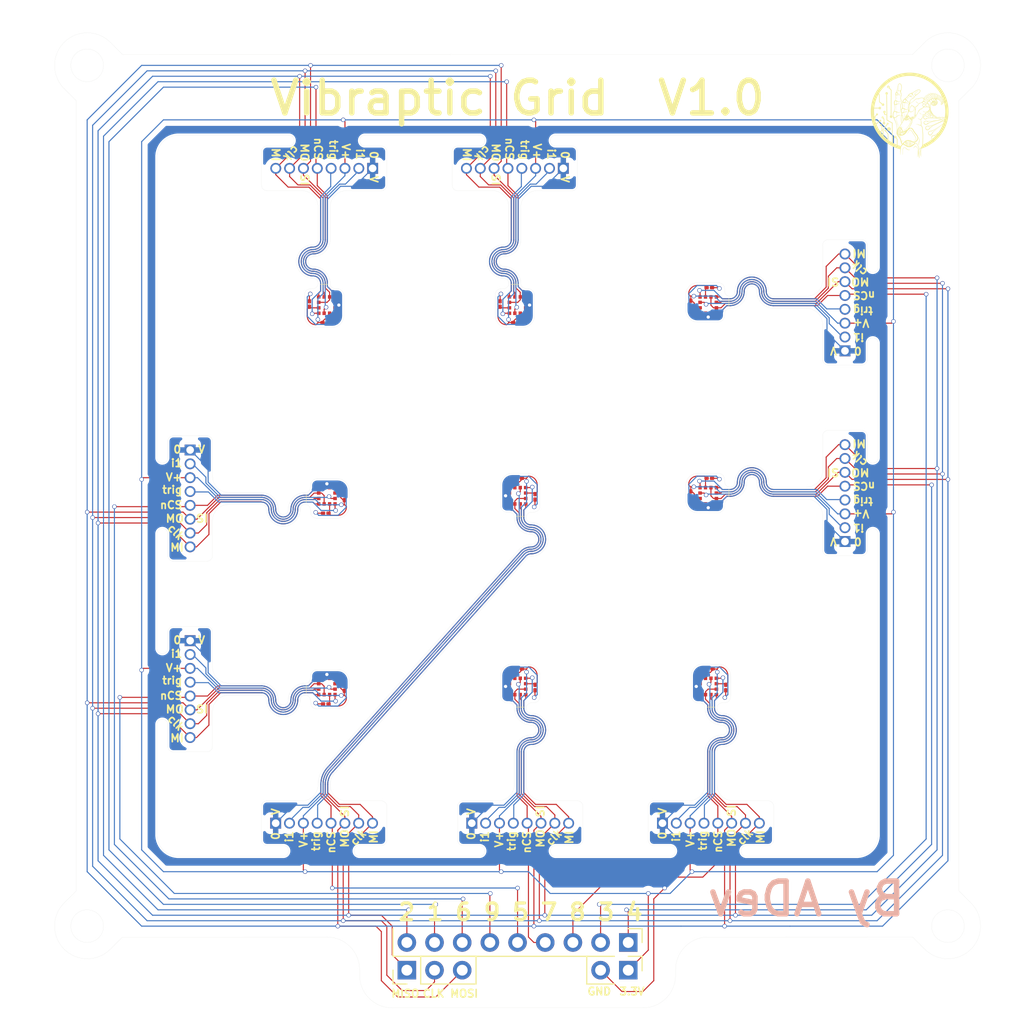
<source format=kicad_pcb>
(kicad_pcb (version 20221018) (generator pcbnew)
  (layers (0 "F.Cu" signal "Front") (31 "B.Cu" signal "Back") (34 "B.Paste" user) (35 "F.Paste" user) (36 "B.SilkS" user "B.Silkscreen") (37 "F.SilkS" user "F.Silkscreen") (38 "B.Mask" user "B.Mask - ENIG") (39 "F.Mask" user "F.Mask - ENIG") (44 "Edge.Cuts" user))
  (net 0 "")
  (net 1 "GND")
  (net 2 "VDD")
  (net 3 "SDO")
  (net 4 "Sclk")
  (net 5 "TRIG_1")
  (net 6 "INT1_1")
  (net 7 "INT2_1")
  (net 8 "nCS_1")
  (net 9 "SDI")
  (net 10 "TRIG_2")
  (net 11 "INT1_2")
  (net 12 "INT2_2")
  (net 13 "nCS_2")
  (net 14 "TRIG_5")
  (net 15 "INT1_5")
  (net 16 "INT2_5")
  (net 17 "nCS_5")
  (net 18 "TRIG_6")
  (net 19 "INT1_6")
  (net 20 "INT2_6")
  (net 21 "nCS_6")
  (net 22 "TRIG_4")
  (net 23 "INT1_4")
  (net 24 "INT2_4")
  (net 25 "nCS_4")
  (net 26 "TRIG_8")
  (net 27 "INT1_8")
  (net 28 "INT2_8")
  (net 29 "nCS_8")
  (net 30 "TRIG_9")
  (net 31 "INT1_9")
  (net 32 "INT2_9")
  (net 33 "nCS_9")
  (net 34 "TRIG_7")
  (net 35 "INT1_7")
  (net 36 "INT2_7")
  (net 37 "nCS_7")
  (net 38 "nCS_3")
  (net 39 "INT2_3")
  (net 40 "INT1_3")
  (net 41 "TRIG_3")
  (footprint "Capacitor_SMD:C_01005_0402Metric" (layer "F.Cu") (at 169.1 82.6 90)
    (fp_text reference "C10" hide)
    (fp_text value "1u" hide)
  )
  (footprint "Capacitor_SMD:C_01005_0402Metric" (layer "F.Cu") (at 148.4 64.9 -90)
    (fp_text reference "C2" hide)
    (fp_text value "1u" hide)
  )
  (footprint "Connector_PinHeader_2.54mm:PinHeader_1x09_P2.54mm_Vertical" (layer "F.Cu") (at 177.66 123.5 -90)
    (fp_text reference "J10" hide)
    (fp_text value "Conn_01x09_Socket" hide)
  )
  (footprint "Connector_PinSocket_1.27mm:PinSocket_1x08_P1.27mm_Vertical" (layer "F.Cu") (at 163.3 112.55 90)
    (fp_text reference "J7" hide)
    (fp_text value "Conn_01x08_Socket" hide)
  )
  (footprint "Capacitor_SMD:C_01005_0402Metric" (layer "F.Cu") (at 167.65 80.9 180)
    (fp_text reference "C9" hide)
    (fp_text value "100n" hide)
  )
  (footprint "Connector_PinSocket_1.27mm:PinSocket_1x08_P1.27mm_Vertical" (layer "F.Cu") (at 154.2 52.45 -90)
    (fp_text reference "J1" hide)
    (fp_text value "Conn_01x08_Socket" hide)
  )
  (footprint "Capacitor_SMD:C_01005_0402Metric" (layer "F.Cu") (at 183.4 82.350001 -90)
    (fp_text reference "C7" hide)
    (fp_text value "100n" hide)
  )
  (footprint "Capacitor_SMD:C_01005_0402Metric" (layer "F.Cu") (at 185.15 98.4 180)
    (fp_text reference "C15" hide)
    (fp_text value "100n" hide)
  )
  (footprint "Capacitor_SMD:C_01005_0402Metric" (layer "F.Cu") (at 151.6 100.15 90)
    (fp_text reference "C17" hide)
    (fp_text value "100n" hide)
  )
  (footprint "Capacitor_SMD:C_01005_0402Metric" (layer "F.Cu") (at 149.9 84.1)
    (fp_text reference "C12" hide)
    (fp_text value "1u" hide)
  )
  (footprint "Capacitor_SMD:C_01005_0402Metric" (layer "F.Cu") (at 185.099999 80.9 180)
    (fp_text reference "C8" hide)
    (fp_text value "1u" hide)
  )
  (footprint "00_custom-footprints:KX134-1211" (layer "F.Cu") (at 167.5 82.5 180)
    (fp_text reference "U5" hide)
    (fp_text value "kx134" hide)
  )
  (footprint "00_custom-footprints:KX134-1211" (layer "F.Cu") (at 185 65 -90)
    (fp_text reference "U3" hide)
    (fp_text value "kx134" hide)
  )
  (footprint "00_custom-footprints:KX134-1211" (layer "F.Cu") (at 150 100 90)
    (fp_text reference "U9" hide)
    (fp_text value "kx134" hide)
  )
  (footprint "00_custom-footprints:KX134-1211" (layer "F.Cu") (at 150 65)
    (fp_text reference "U1" hide)
    (fp_text value "kx134" hide)
  )
  (footprint "LOGO" (layer "F.Cu") (at 203.5 47.5)
    (fp_text reference "G***" hide)
    (fp_text value "LOGO" hide)
  )
  (footprint "Connector_PinSocket_1.27mm:PinSocket_1x08_P1.27mm_Vertical" (layer "F.Cu") (at 171.7 52.45 -90)
    (fp_text reference "J2" hide)
    (fp_text value "Conn_01x08_Socket" hide)
  )
  (footprint "00_custom-footprints:KX134-1211" (layer "F.Cu") (at 185 100 180)
    (fp_text reference "U8" hide)
    (fp_text value "kx134" hide)
  )
  (footprint "Capacitor_SMD:C_01005_0402Metric" (layer "F.Cu") (at 149.85 66.6)
    (fp_text reference "C1" hide)
    (fp_text value "100n" hide)
  )
  (footprint "Connector_PinSocket_1.27mm:PinSocket_1x08_P1.27mm_Vertical" (layer "F.Cu") (at 180.8 112.55 90)
    (fp_text reference "J8" hide)
    (fp_text value "Conn_01x08_Socket" hide)
  )
  (footprint "00_custom-footprints:KX134-1211" (layer "F.Cu") (at 150 82.5 90)
    (fp_text reference "U6" hide)
    (fp_text value "kx134" hide)
  )
  (footprint "Capacitor_SMD:C_01005_0402Metric" (layer "F.Cu") (at 169.1 100.1 90)
    (fp_text reference "C14" hide)
    (fp_text value "1u" hide)
  )
  (footprint "Connector_PinSocket_1.27mm:PinSocket_1x08_P1.27mm_Vertical" (layer "F.Cu") (at 197.55 69.199999 180)
    (fp_text reference "J3" hide)
    (fp_text value "Conn_01x08_Socket" hide)
  )
  (footprint "Capacitor_SMD:C_01005_0402Metric" (layer "F.Cu") (at 151.6 82.65 90)
    (fp_text reference "C11" hide)
    (fp_text value "100n" hide)
  )
  (footprint "Connector_PinHeader_2.54mm:PinHeader_1x02_P2.54mm_Vertical" (layer "F.Cu") (at 177.66 126.04 -90)
    (fp_text reference "J12" hide)
    (fp_text value "Conn_01x02_Socket" hide)
  )
  (footprint "Capacitor_SMD:C_01005_0402Metric" (layer "F.Cu") (at 186.6 100.1 90)
    (fp_text reference "C16" hide)
    (fp_text value "1u" hide)
  )
  (footprint "Connector_PinSocket_1.27mm:PinSocket_1x08_P1.27mm_Vertical" (layer "F.Cu") (at 137.45 95.8)
    (fp_text reference "J9" hide)
    (fp_text value "Conn_01x08_Socket" hide)
  )
  (footprint "Capacitor_SMD:C_01005_0402Metric" (layer "F.Cu") (at 183.4 64.850001 -90)
    (fp_text reference "C5" hide)
    (fp_text value "100n" hide)
  )
  (footprint "Capacitor_SMD:C_01005_0402Metric" (layer "F.Cu") (at 165.9 64.9 -90)
    (fp_text reference "C4" hide)
    (fp_text value "1u" hide)
  )
  (footprint "00_custom-footprints:KX134-1211" (layer "F.Cu") (at 167.5 65)
    (fp_text reference "U2" hide)
    (fp_text value "kx134" hide)
  )
  (footprint "Connector_PinHeader_2.54mm:PinHeader_1x03_P2.54mm_Vertical" (layer "F.Cu") (at 157.34 126.04 90)
    (fp_text reference "J11" hide)
    (fp_text value "Conn_01x03_Socket" hide)
  )
  (footprint "Capacitor_SMD:C_01005_0402Metric" (layer "F.Cu") (at 185.099999 63.4 180)
    (fp_text reference "C6" hide)
    (fp_text value "1u" hide)
  )
  (footprint "Connector_PinSocket_1.27mm:PinSocket_1x08_P1.27mm_Vertical" (layer "F.Cu") (at 197.55 86.699999 180)
    (fp_text reference "J4" hide)
    (fp_text value "Conn_01x08_Socket" hide)
  )
  (footprint "00_custom-footprints:KX134-1211" (layer "F.Cu") (at 185 82.5 -90)
    (fp_text reference "U4" hide)
    (fp_text value "kx134" hide)
  )
  (footprint "00_custom-footprints:KX134-1211" (layer "F.Cu") (at 167.5 100 180)
    (fp_text reference "U7" hide)
    (fp_text value "kx134" hide)
  )
  (footprint "Capacitor_SMD:C_01005_0402Metric" (layer "F.Cu") (at 149.9 101.6)
    (fp_text reference "C18" hide)
    (fp_text value "1u" hide)
  )
  (footprint "Connector_PinSocket_1.27mm:PinSocket_1x08_P1.27mm_Vertical" (layer "F.Cu") (at 145.3 112.55 90)
    (fp_text reference "J5" hide)
    (fp_text value "Conn_01x08_Socket" hide)
  )
  (footprint "Capacitor_SMD:C_01005_0402Metric" (layer "F.Cu") (at 167.35 66.6)
    (fp_text reference "C3" hide)
    (fp_text value "100n" hide)
  )
  (footprint "Connector_PinSocket_1.27mm:PinSocket_1x08_P1.27mm_Vertical" (layer "F.Cu") (at 137.45 78.3)
    (fp_text reference "J6" hide)
    (fp_text value "Conn_01x08_Socket" hide)
  )
  (footprint "Capacitor_SMD:C_01005_0402Metric" (layer "F.Cu") (at 167.65 98.4 180)
    (fp_text reference "C13" hide)
    (fp_text value "100n" hide)
  )
  (gr_line (start 150.1 63.1) (end 149.4 63.1) (stroke (width 0.0381)) (layer "F.SilkS"))
  (gr_line (start 167.4 101.9) (end 168.1 101.9) (stroke (width 0.0381)) (layer "F.SilkS"))
  (gr_line (start 167.6 63.1) (end 166.9 63.1) (stroke (width 0.0381)) (layer "F.SilkS"))
  (gr_line (start 184.9 101.9) (end 185.6 101.9) (stroke (width 0.0381)) (layer "F.SilkS"))
  (gr_line (start 148.1 99.9) (end 148.1 100.6) (stroke (width 0.0381)) (layer "F.SilkS"))
  (gr_line (start 186.9 82.6) (end 186.9 81.9) (stroke (width 0.0381)) (layer "F.SilkS"))
  (gr_line (start 148.1 82.4) (end 148.1 83.1) (stroke (width 0.0381)) (layer "F.SilkS"))
  (gr_line (start 167.4 84.4) (end 168.1 84.4) (stroke (width 0.0381)) (layer "F.SilkS"))
  (gr_line (start 186.9 65.1) (end 186.9 64.4) (stroke (width 0.0381)) (layer "F.SilkS"))
  (gr_arc (start 168.5 97.949997) (mid 169.242461 98.257537) (end 169.550001 98.999998) (stroke (width 0.01)) (layer "Edge.Cuts"))
  (gr_line (start 190.999999 81.7) (end 193.999999 81.699999) (stroke (width 0.01)) (layer "Edge.Cuts"))
  (gr_line (start 204.87868 124.12132) (end 203.75736 122.99764) (stroke (width 0.01)) (layer "Edge.Cuts"))
  (gr_arc (start 200.100001 79.5) (mid 199.746447 79.353554) (end 199.600001 79) (stroke (width 0.01)) (layer "Edge.Cuts"))
  (gr_arc (start 186 97.949997) (mid 186.742461 98.257537) (end 187.050001 98.999998) (stroke (width 0.01)) (layer "Edge.Cuts"))
  (gr_arc (start 152.050002 101.000001) (mid 151.742462 101.742461) (end 151.000001 102.050001) (stroke (width 0.01)) (layer "Edge.Cuts"))
  (gr_arc (start 134.399999 86) (mid 134.546446 85.646447) (end 134.899999 85.5) (stroke (width 0.01)) (layer "Edge.Cuts"))
  (gr_arc (start 184 66.550001) (mid 183.257531 66.242468) (end 182.949998 65.499999) (stroke (width 0.01)) (layer "Edge.Cuts"))
  (gr_line (start 131.24264 42.00236) (end 203.755 42) (stroke (width 0.01)) (layer "Edge.Cuts"))
  (gr_arc locked (start 134.4 51.4) (mid 134.985786 49.985786) (end 136.4 49.4) (stroke (width 0.01)) (layer "Edge.Cuts"))
  (gr_line (start 151.8 54.5) (end 154.999999 54.500001) (stroke (width 0.01)) (layer "Edge.Cuts"))
  (gr_arc (start 148.75 62.550001) (mid 147.2 61.000001) (end 148.75 59.450001) (stroke (width 0.01)) (layer "Edge.Cuts"))
  (gr_arc (start 135.4 77.5) (mid 135.546447 77.146447) (end 135.9 77) (stroke (width 0.01)) (layer "Edge.Cuts"))
  (gr_line (start 186.499999 81.2) (end 186.499999 81) (stroke (width 0.01)) (layer "Edge.Cuts"))
  (gr_arc (start 135.4 96.5) (mid 135.253554 96.853554) (end 134.9 97) (stroke (width 0.01)) (layer "Edge.Cuts"))
  (gr_line (start 167 80.45) (end 168.500001 80.45) (stroke (width 0.01)) (layer "Edge.Cuts"))
  (gr_arc (start 162.000001 110.999999) (mid 162.146448 110.646447) (end 162.500001 110.499999) (stroke (width 0.01)) (layer "Edge.Cuts"))
  (gr_line (start 185.8 105.999999) (end 185.800001 108.999999) (stroke (width 0.01)) (layer "Edge.Cuts"))
  (gr_arc (start 188 115.100001) (mid 188.146446 114.746447) (end 188.5 114.600001) (stroke (width 0.01)) (layer "Edge.Cuts"))
  (gr_arc (start 141.000001 99.700001) (mid 139.93934 99.260661) (end 139.5 98.2) (stroke (width 0.01)) (layer "Edge.Cuts"))
  (gr_arc (start 168.75 103.549999) (mid 167.653984 103.096014) (end 167.2 101.999998) (stroke (width 0.01)) (layer "Edge.Cuts"))
  (gr_arc (start 170.5 115.1) (mid 170.646446 114.746446) (end 171 114.6) (stroke (width 0.01)) (layer "Edge.Cuts"))
  (gr_line (start 186.499999 65.95) (end 186.499999 65.799999) (stroke (width 0.01)) (layer "Edge.Cuts"))
  (gr_arc (start 188.999998 63.3) (mid 189.318198 63.431801) (end 189.449999 63.75) (stroke (width 0.01)) (layer "Edge.Cuts"))
  (gr_arc (start 161.499999 50.899999) (mid 161.646446 50.546446) (end 161.999999 50.399999) (stroke (width 0.01)) (layer "Edge.Cuts"))
  (gr_arc (start 167.653985 87.403985) (mid 168.156841 87.067987) (end 168.75 86.95) (stroke (width 0.01)) (layer "Edge.Cuts"))
  (gr_line (start 135.4 77.5) (end 135.400001 79) (stroke (width 0.01)) (layer "Edge.Cuts"))
  (gr_line (start 125.87868 119.87868) (end 127.00236 118.75736) (stroke (width 0.01)) (layer "Edge.Cuts"))
  (gr_arc (start 172.999999 54.000001) (mid 172.853552 54.353553) (end 172.499999 54.500001) (stroke (width 0.01)) (layer "Edge.Cuts"))
  (gr_arc (start 168.75 86.049998) (mid 169.068199 86.1818) (end 169.200001 86.499999) (stroke (width 0.01)) (layer "Edge.Cuts"))
  (gr_arc (start 166.25 62.550001) (mid 166.568195 62.681806) (end 166.7 63.000001) (stroke (width 0.01)) (layer "Edge.Cuts"))
  (gr_line (start 152.050001 82) (end 152.050001 83.500001) (stroke (width 0.01)) (layer "Edge.Cuts"))
  (gr_arc (start 136.4 115.6) (mid 134.985785 115.014214) (end 134.399999 113.599999) (stroke (width 0.01)) (layer "Edge.Cuts"))
  (gr_arc (start 186.999999 64.2) (mid 186.646441 64.053558) (end 186.499999 63.7) (stroke (width 0.01)) (layer "Edge.Cuts"))
  (gr_arc (start 200.600001 79) (mid 200.453554 79.353553) (end 200.100001 79.5) (stroke (width 0.01)) (layer "Edge.Cuts"))
  (gr_arc (start 125.87868 45.12132) (mid 125.87868 40.87868) (end 130.12132 40.87868) (stroke (width 0.01)) (layer "Edge.Cuts"))
  (gr_arc (start 182.949997 64) (mid 183.257537 63.257539) (end 183.999998 62.949999) (stroke (width 0.01)) (layer "Edge.Cuts"))
  (gr_arc (start 185.949999 62.949999) (mid 186.338904 63.111095) (end 186.499999 63.5) (stroke (width 0.01)) (layer "Edge.Cuts"))
  (gr_line (start 166.7 59.000001) (end 166.7 56.000001) (stroke (width 0.01)) (layer "Edge.Cuts"))
  (gr_arc (start 186.50052 83.45) (mid 186.324631 83.874632) (end 185.899999 84.050521) (stroke (width 0.01)) (layer "Edge.Cuts"))
  (gr_line (start 165.949999 83.45) (end 165.95 81.500001) (stroke (width 0.01)) (layer "Edge.Cuts"))
  (gr_arc (start 147.699999 54.5) (mid 148.76066 54.93934) (end 149.2 56.000001) (stroke (width 0.01)) (layer "Edge.Cuts"))
  (gr_line (start 139 106) (end 135.899999 106.000001) (stroke (width 0.01)) (layer "Edge.Cuts"))
  (gr_line (start 183.999998 80.449999) (end 185.949999 80.449999) (stroke (width 0.01)) (layer "Edge.Cuts"))
  (gr_line (start 148.5 81.55) (end 148.5 81.700001) (stroke (width 0.01)) (layer "Edge.Cuts"))
  (gr_arc (start 166.25 61.450001) (mid 165.931802 61.3182) (end 165.800001 61.000002) (stroke (width 0.01)) (layer "Edge.Cuts"))
  (gr_arc (start 155 50.4) (mid 155.353553 50.546447) (end 155.5 50.9) (stroke (width 0.01)) (layer "Edge.Cuts"))
  (gr_arc (start 134.899999 103) (mid 135.253553 103.146446) (end 135.399999 103.5) (stroke (width 0.01)) (layer "Edge.Cuts"))
  (gr_line (start 184.7 105.999999) (end 184.700002 109) (stroke (width 0.01)) (layer "Edge.Cuts"))
  (gr_line (start 151.550521 64.100001) (end 151.550001 66) (stroke (width 0.01)) (layer "Edge.Cuts"))
  (gr_line (start 155.499999 54.000001) (end 155.5 50.9) (stroke (width 0.01)) (layer "Edge.Cuts"))
  (gr_line (start 139.5 102.300001) (end 139.500001 105.5) (stroke (width 0.01)) (layer "Edge.Cuts"))
  (gr_arc (start 153 49.9) (mid 153.146447 49.546447) (end 153.5 49.4) (stroke (width 0.01)) (layer "Edge.Cuts"))
  (gr_line (start 139.000001 77.000001) (end 135.9 77) (stroke (width 0.01)) (layer "Edge.Cuts"))
  (gr_arc (start 168.75 103.549999) (mid 169.068198 103.6818) (end 169.2 103.999998) (stroke (width 0.01)) (layer "Edge.Cuts"))
  (gr_arc (start 146.450001 101.25) (mid 146.903986 100.153984) (end 148.000002 99.7) (stroke (width 0.01)) (layer "Edge.Cuts"))
  (gr_arc (start 169.800002 110.5) (mid 168.739341 110.06066) (end 168.300001 108.999999) (stroke (width 0.01)) (layer "Edge.Cuts"))
  (gr_line (start 144.000001 100.8) (end 141.000001 100.8) (stroke (width 0.01)) (layer "Edge.Cuts"))
  (gr_line (start 150.000946 122.997966) (end 131.245 123) (stroke (width 0.01)) (layer "Edge.Cuts"))
  (gr_arc (start 148.300001 61.000002) (mid 148.431801 60.681803) (end 148.75 60.550001) (stroke (width 0.01)) (layer "Edge.Cuts"))
  (gr_arc (start 146 114.6) (mid 146.353553 114.746447) (end 146.5 115.1) (stroke (width 0.01)) (layer "Edge.Cuts"))
  (gr_arc (start 166.500001 83.999999) (mid 166.111092 83.838908) (end 165.950001 83.449999) (stroke (width 0.01)) (layer "Edge.Cuts"))
  (gr_arc (start 146.000002 101.7) (mid 145.681802 101.5682) (end 145.550001 101.25) (stroke (width 0.01)) (layer "Edge.Cuts"))
  (gr_line (start 147.699999 54.5) (end 144.5 54.500001) (stroke (width 0.01)) (layer "Edge.Cuts"))
  (gr_arc (start 180 114.6) (mid 179.646447 114.453553) (end 179.5 114.1) (stroke (width 0.01)) (layer "Edge.Cuts"))
  (gr_line (start 150.95 63.500001) (end 150.799999 63.500001) (stroke (width 0.01)) (layer "Edge.Cuts"))
  (gr_line (start 156.001089 129.5) (end 179 129.5) (stroke (width 0.01)) (layer "Edge.Cuts"))
  (gr_arc (start 200.1 85.5) (mid 200.453553 85.646447) (end 200.6 86) (stroke (width 0.01)) (layer "Edge.Cuts"))
  (gr_arc (start 200.600001 61.5) (mid 200.453554 61.853553) (end 200.100001 62) (stroke (width 0.01)) (layer "Edge.Cuts"))
  (gr_arc (start 200.100001 62) (mid 199.746447 61.853554) (end 199.600001 61.5) (stroke (width 0.01)) (layer "Edge.Cuts"))
  (gr_arc (start 147.95 64.050001) (mid 148.111096 63.661097) (end 148.5 63.500001) (stroke (width 0.01)) (layer "Edge.Cuts"))
  (gr_arc (start 135.899999 106.000001) (mid 135.546446 105.853554) (end 135.399999 105.500001) (stroke (width 0.01)) (layer "Edge.Cuts"))
  (gr_arc (start 199.6 87.5) (mid 199.453553 87.853553) (end 199.1 88) (stroke (width 0.01)) (layer "Edge.Cuts"))
  (gr_line (start 196 59) (end 199.100001 58.999999) (stroke (width 0.01)) (layer "Edge.Cuts"))
  (gr_arc (start 165.95 81.500001) (mid 166.257538 80.757538) (end 167.000001 80.45) (stroke (width 0.01)) (layer "Edge.Cuts"))
  (gr_line (start 191 111) (end 191.000001 114.100001) (stroke (width 0.01)) (layer "Edge.Cuts"))
  (gr_line (start 204.87868 40.87868) (end 203.755 42) (stroke (width 0.01)) (layer "Edge.Cuts"))
  (gr_line (start 149.1 80.949479) (end 150.999999 80.949999) (stroke (width 0.01)) (layer "Edge.Cuts"))
  (gr_line (start 136.4 115.6) (end 146 115.6) (stroke (width 0.01)) (layer "Edge.Cuts"))
  (gr_line (start 139.499999 80.7) (end 139.500001 77.500001) (stroke (width 0.01)) (layer "Edge.Cuts"))
  (gr_line (start 183.449479 100.899999) (end 183.449999 99) (stroke (width 0.01)) (layer "Edge.Cuts"))
  (gr_line (start 130.12132 40.87868) (end 131.24264 42.00236) (stroke (width 0.01)) (layer "Edge.Cuts"))
  (gr_line (start 168.799999 84) (end 168.999999 84) (stroke (width 0.01)) (layer "Edge.Cuts"))
  (gr_arc (start 141 82.200001) (mid 139.939339 81.760661) (end 139.499999 80.7) (stroke (width 0.01)) (layer "Edge.Cuts"))
  (gr_line (start 168.3 105.999999) (end 168.300001 108.999999) (stroke (width 0.01)) (layer "Edge.Cuts"))
  (gr_arc (start 167.799999 56.000001) (mid 168.239339 54.93934) (end 169.3 54.5) (stroke (width 0.01)) (layer "Edge.Cuts"))
  (gr_line (start 199.6 70) (end 199.599999 68.5) (stroke (width 0.01)) (layer "Edge.Cuts"))
  (gr_arc (start 169.550001 100.949999) (mid 169.388905 101.338904) (end 169 101.499999) (stroke (width 0.01)) (layer "Edge.Cuts"))
  (gr_arc (start 184.05 101.50052) (mid 183.625368 101.324631) (end 183.449479 100.899999) (stroke (width 0.01)) (layer "Edge.Cuts"))
  (gr_arc (start 162 54.5) (mid 161.646447 54.353553) (end 161.5 54) (stroke (width 0.01)) (layer "Edge.Cuts"))
  (gr_arc (start 139.499999 84.800001) (mid 139.939339 83.739339) (end 141 83.3) (stroke (width 0.01)) (layer "Edge.Cuts"))
  (gr_arc (start 166.700001 101.499999) (mid 167.053551 101.646447) (end 167.2 101.999998) (stroke (width 0.01)) (layer "Edge.Cuts"))
  (gr_line (start 149.100001 98.449479) (end 151 98.449999) (stroke (width 0.01)) (layer "Edge.Cuts"))
  (gr_arc (start 148.499479 81.55) (mid 148.675368 81.125368) (end 149.1 80.949479) (stroke (width 0.01)) (layer "Edge.Cuts"))
  (gr_arc (start 148.000001 100.8) (mid 148.353559 100.946442) (end 148.500001 101.3) (stroke (width 0.01)) (layer "Edge.Cuts"))
  (gr_arc (start 144.000001 100.8) (mid 144.318199 100.931802) (end 144.450001 101.25) (stroke (width 0.01)) (layer "Edge.Cuts"))
  (gr_arc (start 150.300001 109) (mid 150.410376 108.44511) (end 150.724697 107.974698) (stroke (width 0.01)) (layer "Edge.Cuts"))
  (gr_arc (start 195.5 62.699998) (mid 195.06066 63.760659) (end 193.999999 64.199999) (stroke (width 0.01)) (layer "Edge.Cuts"))
  (gr_arc (start 156.001089 129.5) (mid 153.879384 128.620935) (end 153.001089 126.498911) (stroke (width 0.01)) (layer "Edge.Cuts"))
  (gr_line (start 147.949999 66.000002) (end 147.95 64.050001) (stroke (width 0.01)) (layer "Edge.Cuts"))
  (gr_arc (start 186.499999 83.299999) (mid 186.646447 82.946449) (end 186.999998 82.8) (stroke (width 0.01)) (layer "Edge.Cuts"))
  (gr_line (start 165.449999 66.000002) (end 165.45 64.050001) (stroke (width 0.01)) (layer "Edge.Cuts"))
  (gr_line (start 149.2 59.000001) (end 149.2 56.000001) (stroke (width 0.01)) (layer "Edge.Cuts"))
  (gr_arc (start 144.5 54.5) (mid 144.146447 54.353553) (end 144 54) (stroke (width 0.01)) (layer "Edge.Cuts"))
  (gr_arc (start 168.75 102.449999) (mid 168.431805 102.318194) (end 168.3 101.999999) (stroke (width 0.01)) (layer "Edge.Cuts"))
  (gr_arc (start 186.999999 81.7) (mid 186.646441 81.553558) (end 186.499999 81.2) (stroke (width 0.01)) (layer "Edge.Cuts"))
  (gr_arc (start 188.999998 80.8) (mid 189.318198 80.931801) (end 189.449999 81.25) (stroke (width 0.01)) (layer "Edge.Cuts"))
  (gr_line (start 195.5 66.8) (end 195.499999 69.999999) (stroke (width 0.01)) (layer "Edge.Cuts"))
  (gr_line (start 168.431801 88.181801) (end 150.724697 107.974698) (stroke (width 0.01)) (layer "Edge.Cuts"))
  (gr_arc (start 199.6 86) (mid 199.746446 85.646446) (end 200.1 85.5) (stroke (width 0.01)) (layer "Edge.Cuts"))
  (gr_arc (start 155 110.5) (mid 155.353553 110.646447) (end 155.5 111) (stroke (width 0.01)) (layer "Edge.Cuts"))
  (gr_arc locked (start 198.600001 49.4) (mid 200.014215 49.985786) (end 200.600001 51.4) (stroke (width 0.01)) (layer "Edge.Cuts"))
  (gr_line (start 182.949999 65.5) (end 182.949997 64) (stroke (width 0.01)) (layer "Edge.Cuts"))
  (gr_arc (start 150.799999 63.500001) (mid 150.446448 63.353553) (end 150.3 63.000002) (stroke (width 0.01)) (layer "Edge.Cuts"))
  (gr_arc (start 150.95 63.49948) (mid 151.374632 63.675369) (end 151.550521 64.100001) (stroke (width 0.01)) (layer "Edge.Cuts"))
  (gr_arc (start 146.45 83.75) (mid 146.318198 84.068198) (end 146.000001 84.2) (stroke (width 0.01)) (layer "Edge.Cuts"))
  (gr_line (start 169.55 81.5) (end 169.549999 83.45) (stroke (width 0.01)) (layer "Edge.Cuts"))
  (gr_arc (start 167.200001 108.999999) (mid 166.760661 110.06066) (end 165.7 110.5) (stroke (width 0.01)) (layer "Edge.Cuts"))
  (gr_arc (start 190.999999 65.3) (mid 189.903983 64.846016) (end 189.449999 63.75) (stroke (width 0.01)) (layer "Edge.Cuts"))
  (gr_line (start 190.999999 82.8) (end 194 82.799998) (stroke (width 0.01)) (layer "Edge.Cuts"))
  (gr_line (start 199.6 77) (end 199.6 79) (stroke (width 0.01)) (layer "Edge.Cuts"))
  (gr_arc (start 187.300002 110.5) (mid 186.239341 110.06066) (end 185.800001 108.999999) (stroke (width 0.01)) (layer "Edge.Cuts"))
  (gr_arc (start 134.399999 103.5) (mid 134.546446 103.146447) (end 134.899999 103) (stroke (width 0.01)) (layer "Edge.Cuts"))
  (gr_arc (start 182 126.5) (mid 181.12132 128.62132) (end 179 129.5) (stroke (width 0.01)) (layer "Edge.Cuts"))
  (gr_arc (start 151 98.449999) (mid 151.742469 98.757532) (end 152.050002 99.500001) (stroke (width 0.01)) (layer "Edge.Cuts"))
  (gr_circle (center 128 43) (end 129.5 43) (stroke (width 0.01)) (fill none) (layer "Edge.Cuts"))
  (gr_arc (start 144.000001 99.7) (mid 145.096017 100.153984) (end 145.550001 101.25) (stroke (width 0.01)) (layer "Edge.Cuts"))
  (gr_line (start 135.4 105.5) (end 135.4 103.5) (stroke (width 0.01)) (layer "Edge.Cuts"))
  (gr_line (start 162.5 114.6) (end 164 114.599999) (stroke (width 0.01)) (layer "Edge.Cuts"))
  (gr_arc (start 153 115.600001) (mid 152.646447 115.453554) (end 152.5 115.100001) (stroke (width 0.01)) (layer "Edge.Cuts"))
  (gr_arc (start 147.55 83.75) (mid 147.681802 83.431802) (end 148 83.3) (stroke (width 0.01)) (layer "Edge.Cuts"))
  (gr_arc (start 186.499999 65.799999) (mid 186.646447 65.446449) (end 186.999998 65.3) (stroke (width 0.01)) (layer "Edge.Cuts"))
  (gr_arc (start 148.5 81.700001) (mid 148.353553 82.053553) (end 148.000001 82.2) (stroke (width 0.01)) (layer "Edge.Cuts"))
  (gr_line locked (start 200.600001 61.5) (end 200.600001 51.4) (stroke (width 0.01)) (layer "Edge.Cuts"))
  (gr_line locked (start 188.5 115.6) (end 198.6 115.6) (stroke (width 0.01)) (layer "Edge.Cuts"))
  (gr_arc (start 188.5 115.600001) (mid 188.146447 115.453554) (end 188 115.100001) (stroke (width 0.01)) (layer "Edge.Cuts"))
  (gr_line (start 139 88.5) (end 135.899999 88.500001) (stroke (width 0.01)) (layer "Edge.Cuts"))
  (gr_arc (start 165.949999 99) (mid 166.257532 98.257531) (end 167.000001 97.949998) (stroke (width 0.01)) (layer "Edge.Cuts"))
  (gr_line (start 166.55 101.499999) (end 166.700001 101.499999) (stroke (width 0.01)) (layer "Edge.Cuts"))
  (gr_arc (start 149.200001 109) (mid 149.394108 108.024157) (end 149.946879 107.196877) (stroke (width 0.01)) (layer "Edge.Cuts"))
  (gr_arc (start 183.449999 99) (mid 183.757532 98.257531) (end 184.500001 97.949998) (stroke (width 0.01)) (layer "Edge.Cuts"))
  (gr_arc (start 144.5 114.6) (mid 144.146447 114.453553) (end 144 114.1) (stroke (width 0.01)) (layer "Edge.Cuts"))
  (gr_arc (start 144 83.3) (mid 144.318198 83.431802) (end 144.45 83.75) (stroke (width 0.01)) (layer "Edge.Cuts"))
  (gr_line (start 150.3 59.000001) (end 150.299998 56.000001) (stroke (width 0.01)) (layer "Edge.Cuts"))
  (gr_line (start 148.500001 101.3) (end 148.500001 101.5) (stroke (width 0.01)) (layer "Edge.Cuts"))
  (gr_arc (start 166.7 63.000001) (mid 166.553558 63.353559) (end 166.2 63.500001) (stroke (width 0.01)) (layer "Edge.Cuts"))
  (gr_arc (start 155.500001 114.100001) (mid 155.353554 114.453554) (end 155.000001 114.600001) (stroke (width 0.01)) (layer "Edge.Cuts"))
  (gr_line (start 144 82.2) (end 141 82.200002) (stroke (width 0.01)) (layer "Edge.Cuts"))
  (gr_line (start 169.050521 64.100001) (end 169.050001 66) (stroke (width 0.01)) (layer "Edge.Cuts"))
  (gr_arc (start 184.700001 108.999999) (mid 184.260661 110.06066) (end 183.2 110.5) (stroke (width 0.01)) (layer "Edge.Cuts"))
  (gr_arc (start 187.449999 81.25) (mid 187.318194 81.568195) (end 186.999999 81.7) (stroke (width 0.01)) (layer "Edge.Cuts"))
  (gr_arc (start 151.550001 66) (mid 151.242468 66.742469) (end 150.499999 67.050002) (stroke (width 0.01)) (layer "Edge.Cuts"))
  (gr_line (start 139.499999 84.800001) (end 139.500001 88) (stroke (width 0.01)) (layer "Edge.Cuts"))
  (gr_arc (start 186.7 103.999998) (mid 186.568199 104.318198) (end 186.25 104.449999) (stroke (width 0.01)) (layer "Edge.Cuts"))
  (gr_line (start 195.5 62.699998) (end 195.499999 59.5) (stroke (width 0.01)) (layer "Edge.Cuts"))
  (gr_arc (start 147.550001 101.25) (mid 147.681805 100.931806) (end 148.000001 100.8) (stroke (width 0.01)) (layer "Edge.Cuts"))
  (gr_line (start 165.199999 54.5) (end 162 54.500001) (stroke (width 0.01)) (layer "Edge.Cuts"))
  (gr_line (start 195.5 84.3) (end 195.499999 87.499999) (stroke (width 0.01)) (layer "Edge.Cuts"))
  (gr_arc (start 168.299999 63.500001) (mid 167.946448 63.353553) (end 167.8 63.000002) (stroke (width 0.01)) (layer "Edge.Cuts"))
  (gr_arc (start 186.25 103.549999) (mid 186.568198 103.6818) (end 186.7 103.999998) (stroke (width 0.01)) (layer "Edge.Cuts"))
  (gr_arc (start 168.299999 84.5) (mid 168.446446 84.146447) (end 168.799999 84) (stroke (width 0.01)) (layer "Edge.Cuts"))
  (gr_arc (start 167.8 59.000001) (mid 167.346016 60.096017) (end 166.25 60.550001) (stroke (width 0.01)) (layer "Edge.Cuts"))
  (gr_line (start 144 83.3) (end 141 83.3) (stroke (width 0.01)) (layer "Edge.Cuts"))
  (gr_arc (start 169.050001 66) (mid 168.742468 66.742469) (end 167.999999 67.050002) (stroke (width 0.01)) (layer "Edge.Cuts"))
  (gr_line (start 169.550001 98.999998) (end 169.550001 100.949999) (stroke (width 0.01)) (layer "Edge.Cuts"))
  (gr_line (start 185.899999 84.050521) (end 184 84.050001) (stroke (width 0.01)) (layer "Edge.Cuts"))
  (gr_arc (start 199.100001 58.999999) (mid 199.453554 59.146446) (end 199.600001 59.499999) (stroke (width 0.01)) (layer "Edge.Cuts"))
  (gr_arc (start 173.5 114.1) (mid 173.353553 114.453553) (end 173 114.6) (stroke (width 0.01)) (layer "Edge.Cuts"))
  (gr_arc (start 164 114.6) (mid 164.353554 114.746446) (end 164.5 115.1) (stroke (width 0.01)) (layer "Edge.Cuts"))
  (gr_arc (start 165.800001 61.000002) (mid 165.931801 60.681803) (end 166.25 60.550001) (stroke (width 0.01)) (layer "Edge.Cuts"))
  (gr_arc (start 149 67.050002) (mid 148.25754 66.742462) (end 147.949999 66.000002) (stroke (width 0.01)) (layer "Edge.Cuts"))
  (gr_arc (start 149.05 84.55) (mid 148.661091 84.388909) (end 148.5 84) (stroke (width 0.01)) (layer "Edge.Cuts"))
  (gr_line (start 162.000001 110.999999) (end 162 114.1) (stroke (width 0.01)) (layer "Edge.Cuts"))
  (gr_arc (start 155.499999 54.000001) (mid 155.353552 54.353554) (end 154.999999 54.500001) (stroke (width 0.01)) (layer "Edge.Cuts"))
  (gr_arc (start 179.500001 110.999999) (mid 179.646448 110.646447) (end 180.000001 110.499999) (stroke (width 0.01)) (layer "Edge.Cuts"))
  (gr_line (start 168.8 101.499999) (end 169 101.499999) (stroke (width 0.01)) (layer "Edge.Cuts"))
  (gr_line (start 179.500001 110.999999) (end 179.5 114.1) (stroke (width 0.01)) (layer "Edge.Cuts"))
  (gr_arc (start 144 82.2) (mid 145.096016 82.653984) (end 145.55 83.75) (stroke (width 0.01)) (layer "Edge.Cuts"))
  (gr_arc (start 150.299999 56.000001) (mid 150.739339 54.93934) (end 151.8 54.5) (stroke (width 0.01)) (layer "Edge.Cuts"))
  (gr_line (start 127 46.245) (end 127.00236 118.75736) (stroke (width 0.01)) (layer "Edge.Cuts"))
  (gr_line (start 144.5 114.6) (end 146 114.599999) (stroke (width 0.01)) (layer "Edge.Cuts"))
  (gr_arc (start 187.050001 100.949999) (mid 186.888905 101.338904) (end 186.5 101.499999) (stroke (width 0.01)) (layer "Edge.Cuts"))
  (gr_arc (start 200.1 68) (mid 200.453553 68.146447) (end 200.6 68.5) (stroke (width 0.01)) (layer "Edge.Cuts"))
  (gr_line (start 153.00127 125.999055) (end 153.001089 126.498911) (stroke (width 0.01)) (layer "Edge.Cuts"))
  (gr_arc (start 188.549999 81.25) (mid 188.6818 80.931802) (end 188.999998 80.8) (stroke (width 0.01)) (layer "Edge.Cuts"))
  (gr_arc (start 148.75 61.450001) (mid 149.846016 61.903986) (end 150.3 63.000002) (stroke (width 0.01)) (layer "Edge.Cuts"))
  (gr_line (start 134.399999 103.5) (end 134.399999 113.599999) (stroke (width 0.01)) (layer "Edge.Cuts"))
  (gr_arc (start 166.25 62.550001) (mid 164.7 61.000001) (end 166.25 59.450001) (stroke (width 0.01)) (layer "Edge.Cuts"))
  (gr_arc (start 185.8 105.999999) (mid 185.931802 105.681801) (end 186.25 105.549999) (stroke (width 0.01)) (layer "Edge.Cuts"))
  (gr_circle (center 207 122) (end 205.5 122) (stroke (width 0.01)) (fill none) (layer "Edge.Cuts"))
  (gr_line (start 155 50.4) (end 153.5 50.400001) (stroke (width 0.01)) (layer "Edge.Cuts"))
  (gr_line locked (start 200.600001 79) (end 200.6 68.5) (stroke (width 0.01)) (layer "Edge.Cuts"))
  (gr_arc (start 185.8 101.999999) (mid 185.946442 101.646441) (end 186.3 101.499999) (stroke (width 0.01)) (layer "Edge.Cuts"))
  (gr_arc (start 169.200001 86.499999) (mid 169.068199 86.818198) (end 168.75 86.95) (stroke (width 0.01)) (layer "Edge.Cuts"))
  (gr_line locked (start 171.000001 49.4) (end 198.600001 49.4) (stroke (width 0.01)) (layer "Edge.Cuts"))
  (gr_line (start 190.999999 64.2) (end 193.999999 64.199999) (stroke (width 0.01)) (layer "Edge.Cuts"))
  (gr_line (start 169.3 54.5) (end 172.499999 54.500001) (stroke (width 0.01)) (layer "Edge.Cuts"))
  (gr_arc (start 191.000001 114.100001) (mid 190.853554 114.453554) (end 190.500001 114.600001) (stroke (width 0.01)) (layer "Edge.Cuts"))
  (gr_line (start 168 67.050001) (end 166.5 67.050002) (stroke (width 0.01)) (layer "Edge.Cuts"))
  (gr_line (start 172.999999 114.599999) (end 170.999999 114.599999) (stroke (width 0.01)) (layer "Edge.Cuts"))
  (gr_line (start 172.5 50.4) (end 171 50.400001) (stroke (width 0.01)) (layer "Edge.Cuts"))
  (gr_arc (start 152.050001 83.500001) (mid 151.742462 84.242463) (end 151 84.550001) (stroke (width 0.01)) (layer "Edge.Cuts"))
  (gr_arc (start 151.800002 110.499999) (mid 150.739341 110.060659) (end 150.300001 108.999998) (stroke (width 0.01)) (layer "Edge.Cuts"))
  (gr_line (start 183.2 110.5) (end 180.000001 110.499999) (stroke (width 0.01)) (layer "Edge.Cuts"))
  (gr_arc (start 186.50052 65.95) (mid 186.324631 66.374632) (end 185.899999 66.550521) (stroke (width 0.01)) (layer "Edge.Cuts"))
  (gr_line (start 186.499999 63.7) (end 186.499999 63.5) (stroke (width 0.01)) (layer "Edge.Cuts"))
  (gr_arc (start 199.6 70) (mid 199.453553 70.353553) (end 199.1 70.5) (stroke (width 0.01)) (layer "Edge.Cuts"))
  (gr_arc (start 185.949999 80.449999) (mid 186.338904 80.611095) (end 186.499999 81) (stroke (width 0.01)) (layer "Edge.Cuts"))
  (gr_line (start 130.12132 124.12132) (end 131.245 123) (stroke (width 0.01)) (layer "Edge.Cuts"))
  (gr_arc (start 195.5 59.5) (mid 195.646447 59.146447) (end 196 59) (stroke (width 0.01)) (layer "Edge.Cuts"))
  (gr_arc (start 148 83.3) (mid 148.353553 83.446447) (end 148.5 83.8) (stroke (width 0.01)) (layer "Edge.Cuts"))
  (gr_arc (start 150.000946 122.997966) (mid 152.122892 123.876903) (end 153.00127 125.999055) (stroke (width 0.01)) (layer "Edge.Cuts"))
  (gr_arc (start 135.899999 88.500001) (mid 135.546446 88.353554) (end 135.399999 88.000001) (stroke (width 0.01)) (layer "Edge.Cuts"))
  (gr_arc (start 134.9 97) (mid 134.546447 96.853553) (end 134.4 96.5) (stroke (width 0.01)) (layer "Edge.Cuts"))
  (gr_line (start 195.999999 70.499999) (end 199.1 70.5) (stroke (width 0.01)) (layer "Edge.Cuts"))
  (gr_line locked (start 134.4 79) (end 134.4 51.4) (stroke (width 0.01)) (layer "Edge.Cuts"))
  (gr_line (start 155.5 111) (end 155.500001 114.100001) (stroke (width 0.01)) (layer "Edge.Cuts"))
  (gr_line (start 190.999999 65.3) (end 194 65.299998) (stroke (width 0.01)) (layer "Edge.Cuts"))
  (gr_arc (start 188.549999 63.75) (mid 188.096014 64.846016) (end 186.999998 65.3) (stroke (width 0.01)) (layer "Edge.Cuts"))
  (gr_arc (start 167.2 105.999999) (mid 167.653984 104.903983) (end 168.75 104.449999) (stroke (width 0.01)) (layer "Edge.Cuts"))
  (gr_arc (start 149.050001 102.05) (mid 148.661097 101.888904) (end 148.500001 101.5) (stroke (width 0.01)) (layer "Edge.Cuts"))
  (gr_arc (start 193.999999 82.799999) (mid 195.06066 83.239339) (end 195.5 84.3) (stroke (width 0.01)) (layer "Edge.Cuts"))
  (gr_arc (start 146.5 115.1) (mid 146.353553 115.453553) (end 146 115.6) (stroke (width 0.01)) (layer "Edge.Cuts"))
  (gr_line (start 186.3 101.499999) (end 186.5 101.499999) (stroke (width 0.01)) (layer "Edge.Cuts"))
  (gr_arc (start 146.5 49.399999) (mid 146.853553 49.546446) (end 147 49.899999) (stroke (width 0.01)) (layer "Edge.Cuts"))
  (gr_line (start 167 97.949999) (end 168.5 97.949997) (stroke (width 0.01)) (layer "Edge.Cuts"))
  (gr_line locked (start 134.4 96.5) (end 134.399999 86) (stroke (width 0.01)) (layer "Edge.Cuts"))
  (gr_arc (start 164.5 115.1) (mid 164.353553 115.453553) (end 164 115.6) (stroke (width 0.01)) (layer "Edge.Cuts"))
  (gr_arc (start 153.5 50.4) (mid 153.146446 50.253554) (end 153 49.9) (stroke (width 0.01)) (layer "Edge.Cuts"))
  (gr_arc (start 188.549999 63.75) (mid 188.6818 63.431802) (end 188.999998 63.3) (stroke (width 0.01)) (layer "Edge.Cuts"))
  (gr_arc (start 186.25 102.449999) (mid 185.931805 102.318194) (end 185.8 101.999999) (stroke (width 0.01)) (layer "Edge.Cuts"))
  (gr_arc (start 147.55 83.75) (mid 146 85.3) (end 144.45 83.75) (stroke (width 0.01)) (layer "Edge.Cuts"))
  (gr_arc (start 164.5 49.899999) (mid 164.353554 50.253553) (end 164 50.399999) (stroke (width 0.01)) (layer "Edge.Cuts"))
  (gr_line (start 195.999999 87.999999) (end 199.1 88) (stroke (width 0.01)) (layer "Edge.Cuts"))
  (gr_line (start 168.45 63.500001) (end 168.299999 63.500001) (stroke (width 0.01)) (layer "Edge.Cuts"))
  (gr_arc (start 190.999999 81.7) (mid 190.681801 81.568198) (end 190.549999 81.25) (stroke (width 0.01)) (layer "Edge.Cuts"))
  (gr_arc (start 181.5 114.6) (mid 181.853554 114.746446) (end 182 115.1) (stroke (width 0.01)) (layer "Edge.Cuts"))
  (gr_arc (start 182.949997 81.5) (mid 183.257537 80.757539) (end 183.999998 80.449999) (stroke (width 0.01)) (layer "Edge.Cuts"))
  (gr_arc (start 195.999999 87.999999) (mid 195.646447 87.853552) (end 195.499999 87.499999) (stroke (width 0.01)) (layer "Edge.Cuts"))
  (gr_arc (start 165.45 64.050001) (mid 165.611096 63.661097) (end 166 63.500001) (stroke (width 0.01)) (layer "Edge.Cuts"))
  (gr_arc (start 134.9 79.5) (mid 134.546447 79.353553) (end 134.4 79) (stroke (width 0.01)) (layer "Edge.Cuts"))
  (gr_arc (start 170.5 49.9) (mid 170.646447 49.546447) (end 171 49.4) (stroke (width 0.01)) (layer "Edge.Cuts"))
  (gr_arc (start 139.5 102.300001) (mid 139.93934 101.23934) (end 141.000001 100.8) (stroke (width 0.01)) (layer "Edge.Cuts"))
  (gr_arc (start 147 49.899999) (mid 146.853554 50.253553) (end 146.5 50.399999) (stroke (width 0.01)) (layer "Edge.Cuts"))
  (gr_line (start 199.6 59.5) (end 199.6 61.5) (stroke (width 0.01)) (layer "Edge.Cuts"))
  (gr_arc (start 171 50.4) (mid 170.646447 50.253553) (end 170.5 49.9) (stroke (width 0.01)) (layer "Edge.Cuts"))
  (gr_arc (start 146.450001 101.25) (mid 146.318199 101.568198) (end 146.000002 101.7) (stroke (width 0.01)) (layer "Edge.Cuts"))
  (gr_arc (start 166.55 101.50052) (mid 166.125368 101.324631) (end 165.949479 100.899999) (stroke (width 0.01)) (layer "Edge.Cuts"))
  (gr_arc (start 209.12132 119.87868) (mid 209.12132 124.12132) (end 204.87868 124.12132) (stroke (width 0.01)) (layer "Edge.Cuts"))
  (gr_line (start 165.949479 100.899999) (end 165.949999 99) (stroke (width 0.01)) (layer "Edge.Cuts"))
  (gr_arc (start 166.7 59.000001) (mid 166.568198 59.318199) (end 166.25 59.450001) (stroke (width 0.01)) (layer "Edge.Cuts"))
  (gr_arc (start 146.45 83.75) (mid 146.903985 82.653984) (end 148.000001 82.2) (stroke (width 0.01)) (layer "Edge.Cuts"))
  (gr_line (start 172.999999 54.000001) (end 173 50.9) (stroke (width 0.01)) (layer "Edge.Cuts"))
  (gr_arc (start 166.700001 83.999999) (mid 167.053554 84.146446) (end 167.200001 84.499999) (stroke (width 0.01)) (layer "Edge.Cuts"))
  (gr_line locked (start 171 115.600001) (end 181.5 115.6) (stroke (width 0.01)) (layer "Edge.Cuts"))
  (gr_arc (start 168.75 102.449999) (mid 170.3 103.999999) (end 168.75 105.549999) (stroke (width 0.01)) (layer "Edge.Cuts"))
  (gr_line (start 199.6 87.5) (end 199.599999 86) (stroke (width 0.01)) (layer "Edge.Cuts"))
  (gr_arc (start 168.3 105.999999) (mid 168.431802 105.681801) (end 168.75 105.549999) (stroke (width 0.01)) (layer "Edge.Cuts"))
  (gr_arc (start 139.000001 77.000001) (mid 139.353553 77.146448) (end 139.500001 77.500001) (stroke (width 0.01)) (layer "Edge.Cuts"))
  (gr_arc (start 166.5 67.050002) (mid 165.75754 66.742462) (end 165.449999 66.000002) (stroke (width 0.01)) (layer "Edge.Cuts"))
  (gr_arc (start 182 115.1) (mid 181.853553 115.453553) (end 181.5 115.6) (stroke (width 0.01)) (layer "Edge.Cuts"))
  (gr_arc (start 165.199999 54.5) (mid 166.26066 54.93934) (end 166.7 56.000001) (stroke (width 0.01)) (layer "Edge.Cuts"))
  (gr_arc (start 168.3 101.999999) (mid 168.446442 101.646441) (end 168.8 101.499999) (stroke (width 0.01)) (layer "Edge.Cuts"))
  (gr_arc (start 187.449999 63.75) (mid 188.999999 62.2) (end 190.549999 63.75) (stroke (width 0.01)) (layer "Edge.Cuts"))
  (gr_arc (start 188.549999 81.25) (mid 188.096014 82.346016) (end 186.999998 82.8) (stroke (width 0.01)) (layer "Edge.Cuts"))
  (gr_arc (start 144.000001 110.999999) (mid 144.146448 110.646446) (end 144.500001 110.499999) (stroke (width 0.01)) (layer "Edge.Cuts"))
  (gr_arc (start 184 84.050001) (mid 183.257531 83.742468) (end 182.949998 82.999999) (stroke (width 0.01)) (layer "Edge.Cuts"))
  (gr_arc (start 168.75 86.049998) (mid 167.653986 85.596014) (end 167.200002 84.499999) (stroke (width 0.01)) (layer "Edge.Cuts"))
  (gr_arc (start 148.49948 99.05) (mid 148.67537 98.625368) (end 149.100001 98.449479) (stroke (width 0.01)) (layer "Edge.Cuts"))
  (gr_arc (start 148.500001 99.200001) (mid 148.353553 99.553551) (end 148.000002 99.7) (stroke (width 0.01)) (layer "Edge.Cuts"))
  (gr_arc (start 168.45 63.49948) (mid 168.874632 63.675369) (end 169.050521 64.100001) (stroke (width 0.01)) (layer "Edge.Cuts"))
  (gr_arc (start 148.75 62.550001) (mid 149.068195 62.681806) (end 149.2 63.000001) (stroke (width 0.01)) (layer "Edge.Cuts"))
  (gr_line (start 184.5 97.949999) (end 186 97.949997) (stroke (width 0.01)) (layer "Edge.Cuts"))
  (gr_line (start 161.5 54) (end 161.499999 50.899999) (stroke (width 0.01)) (layer "Edge.Cuts"))
  (gr_arc (start 150.3 59.000001) (mid 149.846016 60.096017) (end 148.75 60.550001) (stroke (width 0.01)) (layer "Edge.Cuts"))
  (gr_line (start 152.050002 99.5) (end 152.050002 101.000001) (stroke (width 0.01)) (layer "Edge.Cuts"))
  (gr_arc (start 148.75 61.450001) (mid 148.431802 61.3182) (end 148.300001 61.000002) (stroke (width 0.01)) (layer "Edge.Cuts"))
  (gr_arc (start 134.899999 85.5) (mid 135.253553 85.646446) (end 135.399999 86) (stroke (width 0.01)) (layer "Edge.Cuts"))
  (gr_line (start 155 114.6) (end 153 114.6) (stroke (width 0.01)) (layer "Edge.Cuts"))
  (gr_line (start 182.949999 83) (end 182.949997 81.5) (stroke (width 0.01)) (layer "Edge.Cuts"))
  (gr_line (start 148.500001 99.05) (end 148.500001 99.200001) (stroke (width 0.01)) (layer "Edge.Cuts"))
  (gr_line (start 187.300002 110.5) (end 190.5 110.499999) (stroke (width 0.01)) (layer "Edge.Cuts"))
  (gr_arc (start 190.999999 82.8) (mid 189.903983 82.346016) (end 189.449999 81.25) (stroke (width 0.01)) (layer "Edge.Cuts"))
  (gr_arc (start 186.25 102.449999) (mid 187.8 103.999999) (end 186.25 105.549999) (stroke (width 0.01)) (layer "Edge.Cuts"))
  (gr_line (start 144.5 50.4) (end 146.5 50.4) (stroke (width 0.01)) (layer "Edge.Cuts"))
  (gr_line (start 149.946879 107.196877) (end 167.653985 87.403985) (stroke (width 0.01)) (layer "Edge.Cuts"))
  (gr_line (start 173.5 114.1) (end 173.5 111) (stroke (width 0.01)) (layer "Edge.Cuts"))
  (gr_circle (center 207 43) (end 207 44.5) (stroke (width 0.01)) (fill none) (layer "Edge.Cuts"))
  (gr_arc (start 139.000001 94.500001) (mid 139.353553 94.646448) (end 139.500001 95.000001) (stroke (width 0.01)) (layer "Edge.Cuts"))
  (gr_line (start 151.000001 102.050001) (end 149.050001 102.05) (stroke (width 0.01)) (layer "Edge.Cuts"))
  (gr_arc (start 187.449999 63.75) (mid 187.318194 64.068195) (end 186.999999 64.2) (stroke (width 0.01)) (layer "Edge.Cuts"))
  (gr_arc (start 149.200001 109) (mid 148.760661 110.060661) (end 147.7 110.500001) (stroke (width 0.01)) (layer "Edge.Cuts"))
  (gr_arc (start 130.12132 124.12132) (mid 125.87868 124.12132) (end 125.87868 119.87868) (stroke (width 0.01)) (layer "Edge.Cuts"))
  (gr_line (start 135.4 95) (end 135.400001 96.5) (stroke (width 0.01)) (layer "Edge.Cuts"))
  (gr_arc (start 186.25 103.549999) (mid 185.153984 103.096014) (end 184.7 101.999998) (stroke (width 0.01)) (layer "Edge.Cuts"))
  (gr_arc (start 168.500001 80.45) (mid 169.242462 80.757539) (end 169.550001 81.5) (stroke (width 0.01)) (layer "Edge.Cuts"))
  (gr_arc (start 190.5 110.5) (mid 190.853553 110.646447) (end 191 111) (stroke (width 0.01)) (layer "Edge.Cuts"))
  (gr_line (start 166.500001 83.999999) (end 166.700001 83.999999) (stroke (width 0.01)) (layer "Edge.Cuts"))
  (gr_line (start 150.5 67.050001) (end 149 67.050002) (stroke (width 0.01)) (layer "Edge.Cuts"))
  (gr_line (start 209.12132 119.87868) (end 208 118.755) (stroke (width 0.01)) (layer "Edge.Cuts"))
  (gr_arc (start 190.999999 64.2) (mid 190.681801 64.068198) (end 190.549999 63.75) (stroke (width 0.01)) (layer "Edge.Cuts"))
  (gr_arc (start 169.2 103.999998) (mid 169.068199 104.318198) (end 168.75 104.449999) (stroke (width 0.01)) (layer "Edge.Cuts"))
  (gr_line (start 169.800002 110.5) (end 173 110.499999) (stroke (width 0.01)) (layer "Edge.Cuts"))
  (gr_arc (start 195.999999 70.499999) (mid 195.646447 70.353552) (end 195.499999 69.999999) (stroke (width 0.01)) (layer "Edge.Cuts"))
  (gr_line (start 180 114.6) (end 181.5 114.599999) (stroke (width 0.01)) (layer "Edge.Cuts"))
  (gr_line (start 148.7 63.500001) (end 148.5 63.500001) (stroke (width 0.01)) (layer "Edge.Cuts"))
  (gr_line (start 148.5 83.8) (end 148.5 84) (stroke (width 0.01)) (layer "Edge.Cuts"))
  (gr_arc (start 172.5 50.4) (mid 172.853553 50.546447) (end 173 50.9) (stroke (width 0.01)) (layer "Edge.Cuts"))
  (gr_line locked (start 200.6 86) (end 200.6 113.6) (stroke (width 0.01)) (layer "Edge.Cuts"))
  (gr_arc (start 164 49.399999) (mid 164.353553 49.546446) (end 164.5 49.899999) (stroke (width 0.01)) (layer "Edge.Cuts"))
  (gr_line (start 144.000001 99.7) (end 141.000001 99.700002) (stroke (width 0.01)) (layer "Edge.Cuts"))
  (gr_line (start 190.5 114.6) (end 188.5 114.6) (stroke (width 0.01)) (layer "Edge.Cuts"))
  (gr_arc (start 152.5 115.100001) (mid 152.646446 114.746447) (end 153 114.600001) (stroke (width 0.01)) (layer "Edge.Cuts"))
  (gr_arc (start 168.75 84.950001) (mid 170.299999 86.5) (end 168.75 88.049999) (stroke (width 0.01)) (layer "Edge.Cuts"))
  (gr_line (start 139.000001 94.500001) (end 135.9 94.5) (stroke (width 0.01)) (layer "Edge.Cuts"))
  (gr_line (start 167.2 105.999999) (end 167.200002 109) (stroke (width 0.01)) (layer "Edge.Cuts"))
  (gr_arc (start 139.5 105.5) (mid 139.353553 105.853553) (end 139 106) (stroke (width 0.01)) (layer "Edge.Cuts"))
  (gr_line (start 183.999998 62.949999) (end 185.949999 62.949999) (stroke (width 0.01)) (layer "Edge.Cuts"))
  (gr_line (start 196 76.5) (end 199.100001 76.499999) (stroke (width 0.01)) (layer "Edge.Cuts"))
  (gr_line (start 184.05 101.499999) (end 184.200001 101.499999) (stroke (width 0.01)) (layer "Edge.Cuts"))
  (gr_line (start 207.99764 46.24264) (end 208 118.755) (stroke (width 0.01)) (layer "Edge.Cuts"))
  (gr_line (start 186.499999 83.45) (end 186.499999 83.299999) (stroke (width 0.01)) (layer "Edge.Cuts"))
  (gr_line (start 182 126.5) (end 182 125.999675) (stroke (width 0.01)) (layer "Edge.Cuts"))
  (gr_arc (start 146.000001 84.2) (mid 145.681802 84.068198) (end 145.55 83.75) (stroke (width 0.01)) (layer "Edge.Cuts"))
  (gr_line (start 144 54) (end 143.999999 50.899999) (stroke (width 0.01)) (layer "Edge.Cuts"))
  (gr_arc (start 195.5 80.199998) (mid 195.06066 81.260659) (end 193.999999 81.699999) (stroke (width 0.01)) (layer "Edge.Cuts"))
  (gr_arc (start 149.2 63.000001) (mid 149.053558 63.353559) (end 148.7 63.500001) (stroke (width 0.01)) (layer "Edge.Cuts"))
  (gr_line locked (start 153.5 49.4) (end 164 49.399999) (stroke (width 0.01)) (layer "Edge.Cuts"))
  (gr_arc (start 182 125.999675) (mid 182.878574 123.878486) (end 184.999675 122.999675) (stroke (width 0.01)) (layer "Edge.Cuts"))
  (gr_arc (start 171 115.600001) (mid 170.646447 115.453554) (end 170.5 115.100001) (stroke (width 0.01)) (layer "Edge.Cuts"))
  (gr_arc (start 168.431801 88.181801) (mid 168.577792 88.084253) (end 168.75 88.049999) (stroke (width 0.01)) (layer "Edge.Cuts"))
  (gr_arc (start 204.87868 40.87868) (mid 209.12132 40.87868) (end 209.12132 45.12132) (stroke (width 0.01)) (layer "Edge.Cuts"))
  (gr_arc (start 139.5 88) (mid 139.353553 88.353553) (end 139 88.5) (stroke (width 0.01)) (layer "Edge.Cuts"))
  (gr_line (start 165.7 110.5) (end 162.500001 110.499999) (stroke (width 0.01)) (layer "Edge.Cuts"))
  (gr_line (start 185.899999 66.550521) (end 184 66.550001) (stroke (width 0.01)) (layer "Edge.Cuts"))
  (gr_line (start 167.8 59.000001) (end 167.799998 56.000001) (stroke (width 0.01)) (layer "Edge.Cuts"))
  (gr_arc (start 199.100001 76.499999) (mid 199.453554 76.646446) (end 199.600001 76.999999) (stroke (width 0.01)) (layer "Edge.Cuts"))
  (gr_line (start 162 50.4) (end 164 50.4) (stroke (width 0.01)) (layer "Edge.Cuts"))
  (gr_arc (start 184.200001 101.499999) (mid 184.553551 101.646447) (end 184.7 101.999998) (stroke (width 0.01)) (layer "Edge.Cuts"))
  (gr_arc (start 162.5 114.6) (mid 162.146447 114.453553) (end 162 114.1) (stroke (width 0.01)) (layer "Edge.Cuts"))
  (gr_line locked (start 146.5 49.399999) (end 136.4 49.4) (stroke (width 0.01)) (layer "Edge.Cuts"))
  (gr_line (start 144.000001 110.999999) (end 144 114.1) (stroke (width 0.01)) (layer "Edge.Cuts"))
  (gr_arc (start 150.999999 80.949999) (mid 151.742463 81.257537) (end 152.050001 82.000001) (stroke (width 0.01)) (layer "Edge.Cuts"))
  (gr_line (start 187.050001 98.999998) (end 187.050001 100.949999) (stroke (width 0.01)) (layer "Edge.Cuts"))
  (gr_arc locked (start 200.6 113.6) (mid 200.014214 115.014214) (end 198.6 115.6) (stroke (width 0.01)) (layer "Edge.Cuts"))
  (gr_line (start 166.2 63.500001) (end 166 63.500001) (stroke (width 0.01)) (layer "Edge.Cuts"))
  (gr_line (start 125.87868 45.12132) (end 127 46.245) (stroke (width 0.01)) (layer "Edge.Cuts"))
  (gr_arc (start 195.5 77) (mid 195.646447 76.646447) (end 196 76.5) (stroke (width 0.01)) (layer "Edge.Cuts"))
  (gr_arc (start 168.75 84.950001) (mid 168.431802 84.818198) (end 168.299999 84.5) (stroke (width 0.01)) (layer "Edge.Cuts"))
  (gr_line (start 195.5 80.199998) (end 195.499999 77) (stroke (width 0.01)) (layer "Edge.Cuts"))
  (gr_line (start 139.5 98.2) (end 139.500001 95.000001) (stroke (width 0.01)) (layer "Edge.Cuts"))
  (gr_line (start 151.800002 110.499999) (end 155 110.499999) (stroke (width 0.01)) (layer "Edge.Cuts"))
  (gr_arc (start 184.7 105.999999) (mid 185.153984 104.903983) (end 186.25 104.449999) (stroke (width 0.01)) (layer "Edge.Cuts"))
  (gr_arc (start 173 110.5) (mid 173.353553 110.646447) (end 173.5 111) (stroke (width 0.01)) (layer "Edge.Cuts"))
  (gr_circle (center 128 122) (end 128 120.5) (stroke (width 0.01)) (fill none) (layer "Edge.Cuts"))
  (gr_arc (start 149.2 59.000001) (mid 149.068198 59.318199) (end 148.75 59.450001) (stroke (width 0.01)) (layer "Edge.Cuts"))
  (gr_line (start 209.12132 45.12132) (end 207.99764 46.24264) (stroke (width 0.01)) (layer "Edge.Cuts"))
  (gr_line (start 164 115.6) (end 153 115.600001) (stroke (width 0.01)) (layer "Edge.Cuts"))
  (gr_arc (start 147.550001 101.25) (mid 146.000001 102.8) (end 144.450001 101.25) (stroke (width 0.01)) (layer "Edge.Cuts"))
  (gr_arc (start 193.999999 65.299999) (mid 195.06066 65.739339) (end 195.5 66.8) (stroke (width 0.01)) (layer "Edge.Cuts"))
  (gr_line (start 203.75736 122.99764) (end 184.999675 122.999675) (stroke (width 0.01)) (layer "Edge.Cuts"))
  (gr_arc (start 135.4 79) (mid 135.253554 79.353554) (end 134.9 79.5) (stroke (width 0.01)) (layer "Edge.Cuts"))
  (gr_arc (start 169.549999 83.45) (mid 169.388908 83.838909) (end 168.999999 84) (stroke (width 0.01)) (layer "Edge.Cuts"))
  (gr_line (start 147.7 110.500001) (end 144.500001 110.499999) (stroke (width 0.01)) (layer "Edge.Cuts"))
  (gr_line (start 135.4 88) (end 135.4 86) (stroke (width 0.01)) (layer "Edge.Cuts"))
  (gr_arc (start 135.4 95) (mid 135.546447 94.646447) (end 135.9 94.5) (stroke (width 0.01)) (layer "Edge.Cuts"))
  (gr_line (start 151 84.550001) (end 149.05 84.55) (stroke (width 0.01)) (layer "Edge.Cuts"))
  (gr_arc (start 187.449999 81.25) (mid 188.999999 79.7) (end 190.549999 81.25) (stroke (width 0.01)) (layer "Edge.Cuts"))
  (gr_arc (start 166.25 61.450001) (mid 167.346016 61.903986) (end 167.8 63.000002) (stroke (width 0.01)) (layer "Edge.Cuts"))
  (gr_arc (start 199.6 68.5) (mid 199.746446 68.146446) (end 200.1 68) (stroke (width 0.01)) (layer "Edge.Cuts"))
  (gr_arc (start 143.999999 50.899999) (mid 144.146446 50.546446) (end 144.499999 50.399999) (stroke (width 0.01)) (layer "Edge.Cuts"))
  (gr_text "By ADev" (at 194 119.5) (layer "B.SilkS") (effects (font (size 3 3) (thickness 0.5) bold) (justify mirror)))
  (gr_text "nCS" (at 136.8 83.349999) (layer "F.SilkS") (effects (font (size 0.7 0.7) (thickness 0.15) bold) (justify right)))
  (gr_text "trig" (at 168.15 51.75 -90) (layer "F.SilkS") (effects (font (size 0.7 0.7) (thickness 0.15) bold) (justify right)))
  (gr_text "Vibraptic Grid  V1.0" (at 167.5 46) (layer "F.SilkS") (effects (font (size 3 3) (thickness 0.5) bold)))
  (gr_text "V+" (at 147.85 113.2 90) (layer "F.SilkS") (effects (font (size 0.7 0.7) (thickness 0.15) bold) (justify right)))
  (gr_text "i1" (at 136.8 96.999999) (layer "F.SilkS") (effects (font (size 0.7 0.7) (thickness 0.15) bold) (justify right)))
  (gr_text "V+" (at 198.2 84.15 180) (layer "F.SilkS") (effects (font (size 0.7 0.7) (thickness 0.15) bold) (justify right)))
  (gr_text "nCS" (at 168.35 113.2 90) (layer "F.SilkS") (effects (font (size 0.7 0.7) (thickness 0.15) bold) (justify right)))
  (gr_text "0   V" (at 163.25 111.1 90) (layer "F.SilkS") (effects (font (size 0.7 0.7) (thickness 0.15) bold) (justify right)))
  (gr_text "trig" (at 198.2 83 180) (layer "F.SilkS") (effects (font (size 0.7 0.7) (thickness 0.15) bold) (justify right)))
  (gr_text "trig" (at 166.95 113.2 90) (layer "F.SilkS") (effects (font (size 0.7 0.7) (thickness 0.15) bold) (justify right)))
  (gr_text "MO  SI" (at 147.95 52.1 -90) (layer "F.SilkS") (effects (font (size 0.7 0.75) (thickness 0.153) bold)))
  (gr_text "0   V" (at 196.1 86.7 180) (layer "F.SilkS") (effects (font (size 0.7 0.7) (thickness 0.15) bold) (justify right)))
  (gr_text "MI" (at 198.15 60.25 180) (layer "F.SilkS") (effects (font (size 0.7 0.75) (thickness 0.153) bold) (justify right)))
  (gr_text "0   V" (at 180.8 111.05 90) (layer "F.SilkS") (effects (font (size 0.7 0.7) (thickness 0.15) bold) (justify right)))
  (gr_text "nCS" (at 185.9 113.15 90) (layer "F.SilkS") (effects (font (size 0.7 0.7) (thickness 0.15) bold) (justify right)))
  (gr_text "MO  SI" (at 137.149999 84.6) (layer "F.SilkS") (effects (font (size 0.7 0.75) (thickness 0.153) bold)))
  (gr_text "0   V" (at 154.3 53.85 -90) (layer "F.SilkS") (effects (font (size 0.7 0.7) (thickness 0.15) bold) (justify right)))
  (gr_text "MI" (at 189.8 113.1 90) (layer "F.SilkS") (effects (font (size 0.7 0.75) (thickness 0.153) bold) (justify right)))
  (gr_text "0   V" (at 138.9 95.75) (layer "F.SilkS") (effects (font (size 0.7 0.7) (thickness 0.15) bold) (justify right)))
  (gr_text "clk" (at 146.1 51.7 -135) (layer "F.SilkS") (effects (font (size 0.7 0.7) (thickness 0.15) bold) (justify right)))
  (gr_text "trig" (at 136.8 99.45) (layer "F.SilkS") (effects (font (size 0.7 0.7) (thickness 0.15) bold) (justify right)))
  (gr_text "clk" (at 153.5 113.25 45) (layer "F.SilkS") (effects (font (size 0.7 0.7) (thickness 0.15) bold) (justify right)))
  (gr_text "MI" (at 172.25 113.15 90) (layer "F.SilkS") (effects (font (size 0.7 0.75) (thickness 0.153) bold) (justify right)))
  (gr_text "i1" (at 164.5 113.2 90) (layer "F.SilkS") (effects (font (size 0.7 0.7) (thickness 0.15) bold) (justify right)))
  (gr_text "MO  SI" (at 169.6 112.85 90) (layer "F.SilkS") (effects (font (size 0.7 0.75) (thickness 0.153) bold)))
  (gr_text "trig" (at 184.5 113.15 90) (layer "F.SilkS") (effects (font (size 0.7 0.7) (thickness 0.15) bold) (justify right)))
  (gr_text "2 1 6 9 5 7 8 3 4" (at 156.4 121.6) (layer "F.SilkS") (effects (font (size 1.524 1.524) (thickness 0.3048) bold) (justify left bottom)))
  (gr_text "V+" (at 151.75 51.75 -90) (layer "F.SilkS") (effects (font (size 0.7 0.7) (thickness 0.15) bold) (justify right)))
  (gr_text "0   V" (at 196.1 69.2 180) (layer "F.SilkS") (effects (font (size 0.7 0.7) (thickness 0.15) bold) (justify right)))
  (gr_text "V+" (at 136.8 80.8) (layer "F.SilkS") (effects (font (size 0.7 0.7) (thickness 0.15) bold) (justify right)))
  (gr_text "MI" (at 136.95 87.25) (layer "F.SilkS") (effects (font (size 0.7 0.75) (thickness 0.153) bold) (justify right)))
  (gr_text "clk" (at 163.65 51.7 -135) (layer "F.SilkS") (effects (font (size 0.7 0.7) (thickness 0.15) bold) (justify right)))
  (gr_text "trig" (at 150.6 51.75 -90) (layer "F.SilkS") (effects (font (size 0.7 0.7) (thickness 0.15) bold) (justify right)))
  (gr_text "MOSI" (at 162.6 128.6) (layer "F.SilkS") (effects (font (size 0.7 0.7) (thickness 0.15) bold) (justify bottom)))
  (gr_text "0   V" (at 138.9 78.25) (layer "F.SilkS") (effects (font (size 0.7 0.7) (thickness 0.15) bold) (justify right)))
  (gr_text "MI" (at 162.85 51.9 270) (layer "F.SilkS") (effects (font (size 0.7 0.75) (thickness 0.153) bold) (justify right)))
  (gr_text "MO  SI" (at 151.65 112.85 90) (layer "F.SilkS") (effects (font (size 0.7 0.75) (thickness 0.153) bold)))
  (gr_text "V+" (at 136.8 98.3) (layer "F.SilkS") (effects (font (size 0.7 0.7) (thickness 0.15) bold) (justify right)))
  (gr_text "V+" (at 183.35 113.15 90) (layer "F.SilkS") (effects (font (size 0.7 0.7) (thickness 0.15) bold) (justify right)))
  (gr_text "MO  SI" (at 197.85 80.35 180) (layer "F.SilkS") (effects (font (size 0.7 0.75) (thickness 0.153) bold)))
  (gr_text "nCS" (at 166.75 51.75 -90) (layer "F.SilkS") (effects (font (size 0.7 0.7) (thickness 0.15) bold) (justify right)))
  (gr_text "MI" (at 136.95 104.75) (layer "F.SilkS") (effects (font (size 0.7 0.75) (thickness 0.153) bold) (justify right)))
  (gr_text "i1" (at 170.6 51.75 -90) (layer "F.SilkS") (effects (font (size 0.7 0.7) (thickness 0.15) bold) (justify right)))
  (gr_text "clk" (at 189 113.2 45) (layer "F.SilkS") (effects (font (size 0.7 0.7) (thickness 0.15) bold) (justify right)))
  (gr_text "i1" (at 146.55 113.2 90) (layer "F.SilkS") (effects (font (size 0.7 0.7) (thickness 0.15) bold) (justify right)))
  (gr_text "clk" (at 136.75 103.95 -45) (layer "F.SilkS") (effects (font (size 0.7 0.7) (thickness 0.15) bold) (justify right)))
  (gr_text "i1" (at 198.2 67.95 180) (layer "F.SilkS") (effects (font (size 0.7 0.7) (thickness 0.15) bold) (justify right)))
  (gr_text "clk" (at 171.45 113.25 45) (layer "F.SilkS") (effects (font (size 0.7 0.7) (thickness 0.15) bold) (justify right)))
  (gr_text "i1" (at 182.05 113.15 90) (layer "F.SilkS") (effects (font (size 0.7 0.7) (thickness 0.15) bold) (justify right)))
  (gr_text "3.3V" (at 178 128.4) (layer "F.SilkS") (effects (font (size 0.7 0.7) (thickness 0.15) bold) (justify bottom)))
  (gr_text "clk" (at 136.75 86.45 -45) (layer "F.SilkS") (effects (font (size 0.7 0.7) (thickness 0.15) bold) (justify right)))
  (gr_text "trig" (at 149 113.2 90) (layer "F.SilkS") (effects (font (size 0.7 0.7) (thickness 0.15) bold) (justify right)))
  (gr_text "V+" (at 198.2 66.65 180) (layer "F.SilkS") (effects (font (size 0.7 0.7) (thickness 0.15) bold) (justify right)))
  (gr_text "trig" (at 198.2 65.5 180) (layer "F.SilkS") (effects (font (size 0.7 0.7) (thickness 0.15) bold) (justify right)))
  (gr_text "nCS" (at 198.2 81.6 180) (layer "F.SilkS") (effects (font (size 0.7 0.7) (thickness 0.15) bold) (justify right)))
  (gr_text "MI" (at 154.3 113.1 90) (layer "F.SilkS") (effects (font (size 0.7 0.75) (thickness 0.153) bold) (justify right)))
  (gr_text "MO  SI" (at 187.15 112.8 90) (layer "F.SilkS") (effects (font (size 0.7 0.75) (thickness 0.153) bold)))
  (gr_text "0   V" (at 145.3 111.1 90) (layer "F.SilkS") (effects (font (size 0.7 0.7) (thickness 0.15) bold) (justify right)))
  (gr_text "i1" (at 198.2 85.45 180) (layer "F.SilkS") (effects (font (size 0.7 0.7) (thickness 0.15) bold) (justify right)))
  (gr_text "nCS" (at 136.8 100.849999) (layer "F.SilkS") (effects (font (size 0.7 0.7) (thickness 0.15) bold) (justify right)))
  (gr_text "clk" (at 198.25 78.5 135) (layer "F.SilkS") (effects (font (size 0.7 0.7) (thickness 0.15) bold) (justify right)))
  (gr_text "nCS" (at 198.2 64.1 180) (layer "F.SilkS") (effects (font (size 0.7 0.7) (thickness 0.15) bold) (justify right)))
  (gr_text "V+" (at 165.8 113.2 90) (layer "F.SilkS") (effects (font (size 0.7 0.7) (thickness 0.15) bold) (justify right)))
  (gr_text "GND" (at 175 128.4) (layer "F.SilkS") (effects (font (size 0.7 0.7) (thickness 0.15) bold) (justify bottom)))
  (gr_text "MI" (at 145.3 51.9 270) (layer "F.SilkS") (effects (font (size 0.7 0.75) (thickness 0.153) bold) (justify right)))
  (gr_text "i1" (at 136.8 79.499999) (layer "F.SilkS") (effects (font (size 0.7 0.7) (thickness 0.15) bold) (justify right)))
  (gr_text "nCS" (at 150.4 113.2 90) (layer "F.SilkS") (effects (font (size 0.7 0.7) (thickness 0.15) bold) (justify right)))
  (gr_text "V+" (at 169.3 51.75 -90) (layer "F.SilkS") (effects (font (size 0.7 0.7) (thickness 0.15) bold) (justify right)))
  (gr_text "MO  SI" (at 137.149999 102.1) (layer "F.SilkS") (effects (font (size 0.7 0.75) (thickness 0.153) bold)))
  (gr_text "MISO" (at 157.2 128.6) (layer "F.SilkS") (effects (font (size 0.7 0.7) (thickness 0.15) bold) (justify bottom)))
  (gr_text "clk" (at 198.25 61 135) (layer "F.SilkS") (effects (font (size 0.7 0.7) (thickness 0.15) bold) (justify right)))
  (gr_text "MI" (at 198.15 77.7 180) (layer "F.SilkS") (effects (font (size 0.7 0.75) (thickness 0.153) bold) (justify right)))
  (gr_text "MO  SI" (at 165.5 52.1 -90) (layer "F.SilkS") (effects (font (size 0.7 0.75) (thickness 0.153) bold)))
  (gr_text "nCS" (at 149.2 51.75 -90) (layer "F.SilkS") (effects (font (size 0.7 0.7) (thickness 0.15) bold) (justify right)))
  (gr_text "trig" (at 136.8 81.95) (layer "F.SilkS") (effects (font (size 0.7 0.7) (thickness 0.15) bold) (justify right)))
  (gr_text "CLK" (at 159.8 128.6) (layer "F.SilkS") (effects (font (size 0.7 0.7) (thickness 0.15) bold) (justify bottom)))
  (gr_text "0   V" (at 171.85 53.85 -90) (layer "F.SilkS") (effects (font (size 0.7 0.7) (thickness 0.15) bold) (justify right)))
  (gr_text "i1" (at 153.05 51.75 -90) (layer "F.SilkS") (effects (font (size 0.7 0.7) (thickness 0.15) bold) (justify right)))
  (gr_text "MO  SI" (at 197.85 62.85 180) (layer "F.SilkS") (effects (font (size 0.7 0.75) (thickness 0.153) bold)))
  (segment (start 184.15 100.25) (end 183.9 100) (width 0.1) (layer "F.Cu") (net 1))
  (segment (start 185.95 80.9) (end 186.025 80.975) (width 0.1) (layer "F.Cu") (net 1))
  (segment (start 149.65 101.6) (end 149.05 101.6) (width 0.1) (layer "F.Cu") (net 1))
  (segment (start 149.65 84.1) (end 149.05 84.1) (width 0.1) (layer "F.Cu") (net 1))
  (segment (start 166.65 82.750001) (end 166.4 82.5) (width 0.1) (layer "F.Cu") (net 1))
  (segment (start 169.1 83.45) (end 169.025 83.525) (width 0.1) (layer "F.Cu") (net 1))
  (segment (start 184.8 66.3) (end 185 66.1) (width 0.1) (layer "F.Cu") (net 1))
  (segment (start 165.9 64.05) (end 165.975 63.975) (width 0.1) (layer "F.Cu") (net 1))
  (segment (start 149.75 81.7507) (end 149.75 81.65) (width 0.1) (layer "F.Cu") (net 1))
  (segment (start 167.2 98.2) (end 167.4 98.4) (width 0.1) (layer "F.Cu") (net 1))
  (segment (start 151.8 82) (end 151.8 82.2) (width 0.1) (layer "F.Cu") (net 1))
  (segment (start 148.4 64.05) (end 148.475 63.975) (width 0.1) (layer "F.Cu") (net 1))
  (segment (start 149.75 99.15) (end 150 98.9) (width 0.1) (layer "F.Cu") (net 1))
  (segment (start 165.9 64.65) (end 165.9 64.05) (width 0.1) (layer "F.Cu") (net 1))
  (segment (start 150.2 98.7) (end 150 98.9) (width 0.1) (layer "F.Cu") (net 1))
  (segment (start 169.1 100.35) (end 169.1 100.95) (width 0.1) (layer "F.Cu") (net 1))
  (segment (start 166.7507 100.25) (end 166.65 100.25) (width 0.1) (layer "F.Cu") (net 1))
  (segment (start 166.2 99) (end 166.2 99.8) (width 0.1) (layer "F.Cu") (net 1))
  (segment (start 185.25 83.35) (end 185 83.6) (width 0.1) (layer "F.Cu") (net 1))
  (segment (start 183.2 65.3) (end 183.4 65.1) (width 0.1) (layer "F.Cu") (net 1))
  (segment (start 186.6 100.95) (end 186.525 101.025) (width 0.1) (layer "F.Cu") (net 1))
  (segment (start 184 83.8) (end 184.8 83.8) (width 0.1) (layer "F.Cu") (net 1))
  (segment (start 166.7507 82.75) (end 166.65 82.750001) (width 0.1) (layer "F.Cu") (net 1))
  (segment (start 168 66.8) (end 167.8 66.8) (width 0.1) (layer "F.Cu") (net 1))
  (segment (start 185.25 65.85) (end 185 66.1) (width 0.1) (layer "F.Cu") (net 1))
  (segment (start 169.1 100.95) (end 169.025 101.025) (width 0.1) (layer "F.Cu") (net 1))
  (segment (start 180 127) (end 179 128) (width 0.1) (layer "F.Cu") (net 1))
  (segment (start 185.95 63.4) (end 186.025 63.475) (width 0.1) (layer "F.Cu") (net 1))
  (segment (start 167 98.2) (end 167.2 98.2) (width 0.1) (layer "F.Cu") (net 1))
  (segment (start 149.75 99.2507) (end 149.75 99.15) (width 0.1) (layer "F.Cu") (net 1))
  (segment (start 166.65 100.25) (end 166.4 100) (width 0.1) (layer "F.Cu") (net 1))
  (segment (start 184.7 98.2) (end 184.9 98.4) (width 0.1) (layer "F.Cu") (net 1))
  (segment (start 185.25 83.2493) (end 184.75 83.2493) (width 0.1) (layer "F.Cu") (net 1))
  (segment (start 150.3 66.8) (end 150.1 66.6) (width 0.1) (layer "F.Cu") (net 1))
  (segment (start 179 128) (end 177.08 128) (width 0.1) (layer "F.Cu") (net 1))
  (segment (start 183.2 83) (end 183.2 82.8) (width 0.1) (layer "F.Cu") (net 1))
  (segment (start 149.75 99.2507) (end 150.25 99.2507) (width 0.1) (layer "F.Cu") (net 1))
  (segment (start 148.4 64.65) (end 148.4 64.05) (width 0.1) (layer "F.Cu") (net 1))
  (segment (start 166.2 99.8) (end 166.4 100) (width 0.1) (layer "F.Cu") (net 1))
  (segment (start 150.5 66.8) (end 150.3 66.8) (width 0.1) (layer "F.Cu") (net 1))
  (segment (start 184.5 98.2) (end 184.7 98.2) (width 0.1) (layer "F.Cu") (net 1))
  (segment (start 186.6 100.35) (end 186.6 100.95) (width 0.1) (layer "F.Cu") (net 1))
  (segment (start 168.8 65.2) (end 168.6 65) (width 0.1) (layer "F.Cu") (net 1))
  (segment (start 184.2507 100.25) (end 184.2507 99.75) (width 0.1) (layer "F.Cu") (net 1))
  (segment (start 168.2493 64.75) (end 168.35 64.75) (width 0.1) (layer "F.Cu") (net 1))
  (segment (start 185.25 65.7493) (end 185.25 65.85) (width 0.1) (layer "F.Cu") (net 1))
  (segment (start 149.05 84.1) (end 148.975 84.025) (width 0.1) (layer "F.Cu") (net 1))
  (segment (start 169.1 82.85) (end 169.1 83.45) (width 0.1) (layer "F.Cu") (net 1))
  (segment (start 177.08 128) (end 175.12 126.04) (width 0.1) (layer "F.Cu") (net 1))
  (segment (start 167.2 80.7) (end 167.4 80.9) (width 0.1) (layer "F.Cu") (net 1))
  (segment (start 151.3 65.2) (end 151.1 65) (width 0.1) (layer "F.Cu") (net 1))
  (segment (start 184.2507 100.25) (end 184.15 100.25) (width 0.1) (layer "F.Cu") (net 1))
  (segment (start 149.05 101.6) (end 148.975 101.525) (width 0.1) (layer "F.Cu") (net 1))
  (segment (start 150.2 81.2) (end 150 81.4) (width 0.1) (layer "F.Cu") (net 1))
  (segment (start 166.999999 80.7) (end 167.2 80.7) (width 0.1) (layer "F.Cu") (net 1))
  (segment (start 151.3 66) (end 151.3 65.2) (width 0.1) (layer "F.Cu") (net 1))
  (segment (start 184 66.3) (end 184.8 66.3) (width 0.1) (layer "F.Cu") (net 1))
  (segment (start 185.35 63.4) (end 185.95 63.4) (width 0.1) (layer "F.Cu") (net 1))
  (segment (start 150.7493 64.75) (end 150.85 64.75) (width 0.1) (layer "F.Cu") (net 1))
  (segment (start 168.35 64.75) (end 168.6 65) (width 0.1) (layer "F.Cu") (net 1))
  (segment (start 183.2 82.8) (end 183.4 82.6) (width 0.1) (layer "F.Cu") (net 1))
  (segment (start 185.25 65.7493) (end 184.75 65.7493) (width 0.1) (layer "F.Cu") (net 1))
  (segment (start 166.7507 100.25) (end 166.7507 99.75) (width 0.1) (layer "F.Cu") (net 1))
  (segment (start 166.2 82.300001) (end 166.4 82.5) (width 0.1) (layer "F.Cu") (net 1))
  (segment (start 166.7507 82.75) (end 166.7507 82.25) (width 0.1) (layer "F.Cu") (net 1))
  (segment (start 168.2493 64.75) (end 168.2493 65.25) (width 0.1) (layer "F.Cu") (net 1))
  (segment (start 150.7493 64.75) (end 150.7493 65.25) (width 0.1) (layer "F.Cu") (net 1))
  (segment (start 151 98.7) (end 150.2 98.7) (width 0.1) (layer "F.Cu") (net 1))
  (segment (start 180 119.5) (end 180 127) (width 0.1) (layer "F.Cu") (net 1))
  (segment (start 183.7 99.8) (end 183.9 100) (width 0.1) (layer "F.Cu") (net 1))
  (segment (start 183.7 99) (end 183.7 99.8) (width 0.1) (layer "F.Cu") (net 1))
  (segment (start 185.35 80.9) (end 185.95 80.9) (width 0.1) (layer "F.Cu") (net 1))
  (segment (start 166.2 81.5) (end 166.2 82.300001) (width 0.1) (layer "F.Cu") (net 1))
  (segment (start 167.8 66.8) (end 167.6 66.6) (width 0.1) (layer "F.Cu") (net 1))
  (segment (start 150.85 64.75) (end 151.1 65) (width 0.1) (layer "F.Cu") (net 1))
  (segment (start 149.75 81.65) (end 150 81.4) (width 0.1) (layer "F.Cu") (net 1))
  (segment (start 151.8 99.7) (end 151.6 99.9) (width 0.1) (layer "F.Cu") (net 1))
  (segment (start 151.8 82.2) (end 151.6 82.4) (width 0.1) (layer "F.Cu") (net 1))
  (segment (start 181 118.5) (end 180 119.5) (width 0.1) (layer "F.Cu") (net 1))
  (segment (start 151 81.2) (end 150.2 81.2) (width 0.1) (layer "F.Cu") (net 1))
  (segment (start 183.2 65.5) (end 183.2 65.3) (width 0.1) (layer "F.Cu") (net 1))
  (segment (start 185.25 83.2493) (end 185.25 83.35) (width 0.1) (layer "F.Cu") (net 1))
  (segment (start 151.8 99.5) (end 151.8 99.7) (width 0.1) (layer "F.Cu") (net 1))
  (segment (start 149.75 81.7507) (end 150.25 81.7507) (width 0.1) (layer "F.Cu") (net 1))
  (segment (start 184.8 83.8) (end 185 83.6) (width 0.1) (layer "F.Cu") (net 1))
  (segment (start 168.8 66) (end 168.8 65.2) (width 0.1) (layer "F.Cu") (net 1))
  (via (at 150 81.4) (size 0.4) (drill 0.3) (layers "F.Cu" "B.Cu") (net 1))
  (via (at 148.475 63.975) (size 0.4) (drill 0.3) (layers "F.Cu" "B.Cu") (net 1))
  (via (at 185 83.6) (size 0.4) (drill 0.3) (layers "F.Cu" "B.Cu") (net 1))
  (via (at 169.025 83.525) (size 0.4) (drill 0.3) (layers "F.Cu" "B.Cu") (net 1))
  (via (at 183.9 100) (size 0.4) (drill 0.3) (layers "F.Cu" "B.Cu") (net 1))
  (via (at 165.975 63.975) (size 0.4) (drill 0.3) (layers "F.Cu" "B.Cu") (net 1))
  (via (at 169.025 101.025) (size 0.4) (drill 0.3) (layers "F.Cu" "B.Cu") (net 1))
  (via (at 181 118.5) (size 0.4) (drill 0.3) (layers "F.Cu" "B.Cu") (net 1))
  (via (at 185 66.1) (size 0.4) (drill 0.3) (layers "F.Cu" "B.Cu") (net 1))
  (via (at 150 98.9) (size 0.4) (drill 0.3) (layers "F.Cu" "B.Cu") (net 1))
  (via (at 148.975 84.025) (size 0.4) (drill 0.3) (layers "F.Cu" "B.Cu") (net 1))
  (via (at 151.1 65) (size 0.4) (drill 0.3) (layers "F.Cu" "B.Cu") (net 1))
  (via (at 168.6 65) (size 0.4) (drill 0.3) (layers "F.Cu" "B.Cu") (net 1))
  (via (at 166.4 100) (size 0.4) (drill 0.3) (layers "F.Cu" "B.Cu") (net 1))
  (via (at 166.4 82.5) (size 0.4) (drill 0.3) (layers "F.Cu" "B.Cu") (net 1))
  (via (at 148.975 101.525) (size 0.4) (drill 0.3) (layers "F.Cu" "B.Cu") (net 1))
  (via (at 186.025 80.975) (size 0.4) (drill 0.3) (layers "F.Cu" "B.Cu") (net 1))
  (via (at 186.025 63.475) (size 0.4) (drill 0.3) (layers "F.Cu" "B.Cu") (net 1))
  (via (at 186.525 101.025) (size 0.4) (drill 0.3) (layers "F.Cu" "B.Cu") (net 1))
  (arc (start 167 98.2) (mid 166.434316 98.434316) (end 166.2 99) (width 0.1) (layer "F.Cu") (net 1))
  (arc (start 183.2 83) (mid 183.434316 83.565684) (end 184 83.8) (width 0.1) (layer "F.Cu") (net 1))
  (arc (start 151.8 99.5) (mid 151.565684 98.934316) (end 151 98.7) (width 0.1) (layer "F.Cu") (net 1))
  (arc (start 166.999999 80.7) (mid 166.434316 80.934316) (end 166.2 81.5) (width 0.1) (layer "F.Cu") (net 1))
  (arc (start 151.8 82) (mid 151.565684 81.434316) (end 151 81.2) (width 0.1) (layer "F.Cu") (net 1))
  (arc (start 183.2 65.5) (mid 183.434316 66.065684) (end 184 66.3) (width 0.1) (layer "F.Cu") (net 1))
  (arc (start 150.5 66.8) (mid 151.065684 66.565684) (end 151.3 66) (width 0.1) (layer "F.Cu") (net 1))
  (arc (start 168 66.8) (mid 168.565684 66.565684) (end 168.8 66) (width 0.1) (layer "F.Cu") (net 1))
  (arc (start 184.5 98.2) (mid 183.934316 98.434316) (end 183.7 99) (width 0.1) (layer "F.Cu") (net 1))
  (segment (start 168.6 65) (end 168.6 65.9) (width 0.1) (layer "B.Cu") (net 1))
  (segment (start 151.775 101.05) (end 151.025 101.8) (width 0.1) (layer "B.Cu") (net 1))
  (segment (start 167.45 101.7) (end 167.45 102) (width 0.1) (layer "B.Cu") (net 1))
  (segment (start 185 66.1) (end 185.65 66.1) (width 0.1) (layer "B.Cu") (net 1))
  (segment (start 150.05 55.3) (end 151.25 54.1) (width 0.1) (layer "B.Cu") (net 1))
  (segment (start 183.9 100.65) (end 184.95 101.7) (width 0.1) (layer "B.Cu") (net 1))
  (segment (start 166.4 83.15) (end 167.45 84.2) (width 0.1) (layer "B.Cu") (net 1))
  (segment (start 150.9 81.4) (end 151.775 82.275) (width 0.1) (layer "B.Cu") (net 1))
  (segment (start 167.55 63.3) (end 167.55 63) (width 0.1) (layer "B.Cu") (net 1))
  (segment (start 140.3 99.95) (end 139.1 98.75) (width 0.1) (layer "B.Cu") (net 1))
  (segment (start 151.25 54.1) (end 152.55 54.1) (width 0.1) (layer "B.Cu") (net 1))
  (segment (start 168.55 80.725) (end 169.3 81.475) (width 0.1) (layer "B.Cu") (net 1))
  (segment (start 168.6 65) (end 168.6 64.35) (width 0.1) (layer "B.Cu") (net 1))
  (segment (start 148.2 64.25) (end 148.475 63.975) (width 0.1) (layer "B.Cu") (net 1))
  (segment (start 148.3 82.45) (end 148 82.45) (width 0.1) (layer "B.Cu") (net 1))
  (segment (start 151.775 83.55) (end 151.025 84.3) (width 0.1) (layer "B.Cu") (net 1))
  (segment (start 167.55 59) (end 167.55 55.3) (width 0.1) (layer "B.Cu") (net 1))
  (segment (start 148.3 99.95) (end 148 99.95) (width 0.1) (layer "B.Cu") (net 1))
  (segment (start 168.6 64.35) (end 167.55 63.3) (width 0.1) (layer "B.Cu") (net 1))
  (segment (start 169.3 98.975) (end 169.3 100.75) (width 0.1) (layer "B.Cu") (net 1))
  (segment (start 139.1 98.75) (end 139.1 97.45) (width 0.1) (layer "B.Cu") (net 1))
  (segment (start 151.1 64.35) (end 150.05 63.3) (width 0.1) (layer "B.Cu") (net 1))
  (segment (start 195.9 67.55) (end 197.55 69.2) (width 0.1) (layer "B.Cu") (net 1))
  (segment (start 185.75 63.2) (end 186.025 63.475) (width 0.1) (layer "B.Cu") (net 1))
  (segment (start 166.4 99.1) (end 167.275 98.225) (width 0.1) (layer "B.Cu") (net 1))
  (segment (start 195.9 66.25) (end 195.9 67.55) (width 0.1) (layer "B.Cu") (net 1))
  (segment (start 186.7 82.55) (end 187 82.55) (width 0.1) (layer "B.Cu") (net 1))
  (segment (start 167.45 84.2) (end 167.45 84.5) (width 0.1) (layer "B.Cu") (net 1))
  (segment (start 185 83.6) (end 185.65 83.6) (width 0.1) (layer "B.Cu") (net 1))
  (segment (start 194.7 65.05) (end 195.9 66.25) (width 0.1) (layer "B.Cu") (net 1))
  (segment (start 168.55 98.225) (end 169.3 98.975) (width 0.1) (layer "B.Cu") (net 1))
  (segment (start 184.95 109.7) (end 183.75 110.9) (width 0.1) (layer "B.Cu") (net 1))
  (segment (start 166.4 82.5) (end 166.4 81.6) (width 0.1) (layer "B.Cu") (net 1))
  (segment (start 184.775 98.225) (end 186.05 98.225) (width 0.1) (layer "B.Cu") (net 1))
  (segment (start 183.225 63.95) (end 183.975 63.2) (width 0.1) (layer "B.Cu") (net 1))
  (segment (start 186.8 100.75) (end 186.525 101.025) (width 0.1) (layer "B.Cu") (net 1))
  (segment (start 140.3 82.45) (end 139.1 81.25) (width 0.1) (layer "B.Cu") (net 1))
  (segment (start 169.3 100.75) (end 169.025 101.025) (width 0.1) (layer "B.Cu") (net 1))
  (segment (start 144 82.45) (end 140.3 82.45) (width 0.1) (layer "B.Cu") (net 1))
  (segment (start 148.95 66.775) (end 148.2 66.025) (width 0.1) (layer "B.Cu") (net 1))
  (segment (start 166.4 100) (end 166.4 100.65) (width 0.1) (layer "B.Cu") (net 1))
  (segment (start 151.1 65.9) (end 150.225 66.775) (width 0.1) (layer "B.Cu") (net 1))
  (segment (start 167.55 55.3) (end 168.75 54.1) (width 0.1) (layer "B.Cu") (net 1))
  (segment (start 184.1 66.1) (end 183.225 65.225) (width 0.1) (layer "B.Cu") (net 1))
  (segment (start 150 98.9) (end 150.9 98.9) (width 0.1) (layer "B.Cu") (net 1))
  (segment (start 150.05 59) (end 150.05 55.3) (width 0.1) (layer "B.Cu") (net 1))
  (segment (start 164.95 110.9) (end 163.3 112.55) (width 0.1) (layer "B.Cu") (net 1))
  (segment (start 195.9 85.05) (end 197.55 86.7) (width 0.1) (layer "B.Cu") (net 1))
  (segment (start 184.95 106) (end 184.95 109.7) (width 0.1) (layer "B.Cu") (net 1))
  (segment (start 183.975 80.7) (end 185.75 80.7) (width 0.1) (layer "B.Cu") (net 1))
  (segment (start 150 81.4) (end 149.35 81.4) (width 0.1) (layer "B.Cu") (net 1))
  (segment (start 149.45 109.7) (end 148.25 110.9) (width 0.1) (layer "B.Cu") (net 1))
  (segment (start 169.3 81.475) (end 169.3 83.25) (width 0.1) (layer "B.Cu") (net 1))
  (segment (start 165.7 64.25) (end 165.975 63.975) (width 0.1) (layer "B.Cu") (net 1))
  (segment (start 182.5 116) (end 182.5 114.25) (width 0.1) (layer "B.Cu") (net 1))
  (segment (start 167.830761 87.580761) (end 150.123654 107.373654) (width 0.1) (layer "B.Cu") (net 1))
  (segment (start 186.8 98.975) (end 186.8 100.75) (width 0.1) (layer "B.Cu") (net 1))
  (segment (start 195.9 83.75) (end 195.9 85.05) (width 0.1) (layer "B.Cu") (net 1))
  (segment (start 151.775 99.775) (end 151.775 101.05) (width 0.1) (layer "B.Cu") (net 1))
  (segment (start 151.1 65) (end 151.1 64.35) (width 0.1) (layer "B.Cu") (net 1))
  (segment (start 183.225 65.225) (end 183.225 63.95) (width 0.1) (layer "B.Cu") (net 1))
  (segment (start 183.975 63.2) (end 185.75 63.2) (width 0.1) (layer "B.Cu") (net 1))
  (segment (start 185.65 83.6) (end 186.7 82.55) (width 0.1) (layer "B.Cu") (net 1))
  (segment (start 166.4 82.5) (end 166.4 83.15) (width 0.1) (layer "B.Cu") (net 1))
  (segment (start 166.4 100.65) (end 167.45 101.7) (width 0.1) (layer "B.Cu") (net 1))
  (segment (start 148.2 66.025) (end 148.2 64.25) (width 0.1) (layer "B.Cu") (net 1))
  (segment (start 150 98.9) (end 149.35 98.9) (width 0.1) (layer "B.Cu") (net 1))
  (segment (start 183.9 100) (end 183.9 99.1) (width 0.1) (layer "B.Cu") (net 1))
  (segment (start 183.225 81.45) (end 183.975 80.7) (width 0.1) (layer "B.Cu") (net 1))
  (segment (start 168.75 54.1) (end 170.05 54.1) (width 0.1) (layer "B.Cu") (net 1))
  (segment (start 186.7 65.05) (end 187 65.05) (width 0.1) (layer "B.Cu") (net 1))
  (segment (start 149.35 98.9) (end 148.3 99.95) (width 0.1) (layer "B.Cu") (net 1))
  (segment (start 151.025 101.8) (end 149.25 101.8) (width 0.1) (layer "B.Cu") (net 1))
  (segment (start 166.25 110.9) (end 164.95 110.9) (width 0.1) (layer "B.Cu") (net 1))
  (segment (start 167.275 80.725) (end 168.55 80.725) (width 0.1) (layer "B.Cu") (net 1))
  (segment (start 194.7 82.55) (end 195.9 83.75) (width 0.1) (layer "B.Cu") (net 1))
  (segment (start 183.225 82.725) (end 183.225 81.45) (width 0.1) (layer "B.Cu") (net 1))
  (segment (start 167.45 109.7) (end 166.25 110.9) (width 0.1) (layer "B.Cu") (net 1))
  (segment (start 149.25 101.8) (end 148.975 101.525) (width 0.1) (layer "B.Cu") (net 1))
  (segment (start 167.725 66.775) (end 166.45 66.775) (width 0.1) (layer "B.Cu") (net 1))
  (segment (start 183.9 99.1) (end 184.775 98.225) (width 0.1) (layer "B.Cu") (net 1))
  (segment (start 149.25 84.3) (end 148.975 84.025) (width 0.1) (layer "B.Cu") (net 1))
  (segment (start 166.4 100) (end 166.4 99.1) (width 0.1) (layer "B.Cu") (net 1))
  (segment (start 183.75 110.9) (end 182.45 110.9) (width 0.1) (layer "B.Cu") (net 1))
  (segment (start 184.95 101.7) (end 184.95 102) (width 0.1) (layer "B.Cu") (net 1))
  (segment (start 149.45 109) (end 149.45 109.7) (width 0.1) (layer "B.Cu") (net 1))
  (segment (start 185.75 80.7) (end 186.025 80.975) (width 0.1) (layer "B.Cu") (net 1))
  (segment (start 181 117.5) (end 182.5 116) (width 0.1) (layer "B.Cu") (net 1))
  (segment (start 151.775 82.275) (end 151.775 83.55) (width 0.1) (layer "B.Cu") (net 1))
  (segment (start 166.4 81.6) (end 167.275 80.725) (width 0.1) (layer "B.Cu") (net 1))
  (segment (start 167.275 98.225) (end 168.55 98.225) (width 0.1) (layer "B.Cu") (net 1))
  (segment (start 167.45 106) (end 167.45 109.7) (width 0.1) (layer "B.Cu") (net 1))
  (segment (start 191 82.55) (end 194.7 82.55) (width 0.1) (layer "B.Cu") (net 1))
  (segment (start 166.45 66.775) (end 165.7 66.025) (width 0.1) (layer "B.Cu") (net 1))
  (segment (start 191 65.05) (end 194.7 65.05) (width 0.1) (layer "B.Cu") (net 1))
  (segment (start 150.9 98.9) (end 151.775 99.775) (width 0.1) (layer "B.Cu") (net 1))
  (segment (start 169.3 83.25) (end 169.025 83.525) (width 0.1) (layer "B.Cu") (net 1))
  (segment (start 151.025 84.3) (end 149.25 84.3) (width 0.1) (layer "B.Cu") (net 1))
  (segment (start 185 83.6) (end 184.1 83.6) (width 0.1) (layer "B.Cu") (net 1))
  (segment (start 168.6 65.9) (end 167.725 66.775) (width 0.1) (layer "B.Cu") (net 1))
  (segment (start 150.05 63.3) (end 150.05 63) (width 0.1) (layer "B.Cu") (net 1))
  (segment (start 146.95 110.9) (end 145.3 112.55) (width 0.1) (layer "B.Cu") (net 1))
  (segment (start 139.1 79.95) (end 137.45 78.3) (width 0.1) (layer "B.Cu") (net 1))
  (segment (start 185.65 66.1) (end 186.7 65.05) (width 0.1) (layer "B.Cu") (net 1))
  (segment (start 184.1 83.6) (end 183.225 82.725) (width 0.1) (layer "B.Cu") (net 1))
  (segment (start 152.55 54.1) (end 154.2 52.45) (width 0.1) (layer "B.Cu") (net 1))
  (segment (start 151.1 65) (end 151.1 65.9) (width 0.1) (layer "B.Cu") (net 1))
  (segment (start 186.05 98.225) (end 186.8 98.975) (width 0.1) (layer "B.Cu") (net 1))
  (segment (start 149.35 81.4) (end 148.3 82.45) (width 0.1) (layer "B.Cu") (net 1))
  (segment (start 139.1 97.45) (end 137.45 95.8) (width 0.1) (layer "B.Cu") (net 1))
  (segment (start 185 66.1) (end 184.1 66.1) (width 0.1) (layer "B.Cu") (net 1))
  (segment (start 165.7 66.025) (end 165.7 64.25) (width 0.1) (layer "B.Cu") (net 1))
  (segment (start 148.25 110.9) (end 146.95 110.9) (width 0.1) (layer "B.Cu") (net 1))
  (segment (start 183.9 100) (end 183.9 100.65) (width 0.1) (layer "B.Cu") (net 1))
  (segment (start 150.225 66.775) (end 148.95 66.775) (width 0.1) (layer "B.Cu") (net 1))
  (segment (start 170.05 54.1) (end 171.7 52.45) (width 0.1) (layer "B.Cu") (net 1))
  (segment (start 181 118.5) (end 181 117.5) (width 0.1) (layer "B.Cu") (net 1))
  (segment (start 144 99.95) (end 140.3 99.95) (width 0.1) (layer "B.Cu") (net 1))
  (segment (start 150 81.4) (end 150.9 81.4) (width 0.1) (layer "B.Cu") (net 1))
  (segment (start 182.45 110.9) (end 180.8 112.55) (width 0.1) (layer "B.Cu") (net 1))
  (segment (start 139.1 81.25) (end 139.1 79.95) (width 0.1) (layer "B.Cu") (net 1))
  (segment (start 182.5 114.25) (end 180.8 112.55) (width 0.1) (layer "B.Cu") (net 1))
  (arc (start 168.75 104.7) (mid 167.830761 105.080761) (end 167.45 106) (width 0.1) (layer "B.Cu") (net 1))
  (arc (start 187 65.05) (mid 187.919239 64.669239) (end 188.3 63.75) (width 0.1) (layer "B.Cu") (net 1))
  (arc (start 145.3 101.25) (mid 144.919239 100.330761) (end 144 99.95) (width 0.1) (layer "B.Cu") (net 1))
  (arc (start 189.7 81.25) (mid 190.080761 82.169239) (end 191 82.55) (width 0.1) (layer "B.Cu") (net 1))
  (arc (start 167.45 102) (mid 167.830761 102.919239) (end 168.75 103.3) (width 0.1) (layer "B.Cu") (net 1))
  (arc (start 188.3 81.25) (mid 189 80.55) (end 189.7 81.25) (width 0.1) (layer "B.Cu") (net 1))
  (arc (start 189.7 63.75) (mid 190.080761 64.669239) (end 191 65.05) (width 0.1) (layer "B.Cu") (net 1))
  (arc (start 168.75 85.8) (mid 169.45 86.5) (end 168.75 87.2) (width 0.1) (layer "B.Cu") (net 1))
  (arc (start 167.55 63) (mid 167.169239 62.080761) (end 166.25 61.7) (width 0.1) (layer "B.Cu") (net 1))
  (arc (start 168.75 103.3) (mid 169.45 104) (end 168.75 104.7) (width 0.1) (layer "B.Cu") (net 1))
  (arc (start 149.45 109) (mid 149.625077 108.119828) (end 150.123654 107.373654) (width 0.1) (layer "B.Cu") (net 1))
  (arc (start 166.25 60.3) (mid 167.169239 59.919239) (end 167.55 59) (width 0.1) (layer "B.Cu") (net 1))
  (arc (start 148.75 61.7) (mid 148.05 61) (end 148.75 60.3) (width 0.1) (layer "B.Cu") (net 1))
  (arc (start 148 82.45) (mid 147.080761 82.830761) (end 146.7 83.75) (width 0.1) (layer "B.Cu") (net 1))
  (arc (start 184.95 102) (mid 185.330761 102.919239) (end 186.25 103.3) (width 0.1) (layer "B.Cu") (net 1))
  (arc (start 167.830761 87.580761) (mid 168.252511 87.298956) (end 168.75 87.2) (width 0.1) (layer "B.Cu") (net 1))
  (arc (start 148.75 60.3) (mid 149.669239 59.919239) (end 150.05 59) (width 0.1) (layer "B.Cu") (net 1))
  (arc (start 148 99.95) (mid 147.080761 100.330761) (end 146.7 101.25) (width 0.1) (layer "B.Cu") (net 1))
  (arc (start 186.25 104.7) (mid 185.330761 105.080761) (end 184.95 106) (width 0.1) (layer "B.Cu") (net 1))
  (arc (start 146.7 101.25) (mid 146 101.95) (end 145.3 101.25) (width 0.1) (layer "B.Cu") (net 1))
  (arc (start 187 82.55) (mid 187.919239 82.169239) (end 188.3 81.25) (width 0.1) (layer "B.Cu") (net 1))
  (arc (start 188.3 63.75) (mid 189 63.05) (end 189.7 63.75) (width 0.1) (layer "B.Cu") (net 1))
  (arc (start 146.7 83.75) (mid 146 84.45) (end 145.3 83.75) (width 0.1) (layer "B.Cu") (net 1))
  (arc (start 167.45 84.5) (mid 167.830761 85.419239) (end 168.75 85.8) (width 0.1) (layer "B.Cu") (net 1))
  (arc (start 166.25 61.7) (mid 165.55 61) (end 166.25 60.3) (width 0.1) (layer "B.Cu") (net 1))
  (arc (start 186.25 103.3) (mid 186.95 104) (end 186.25 104.7) (width 0.1) (layer "B.Cu") (net 1))
  (arc (start 145.3 83.75) (mid 144.919239 82.830761) (end 144 82.45) (width 0.1) (layer "B.Cu") (net 1))
  (arc (start 150.05 63) (mid 149.669239 62.080761) (end 148.75 61.7) (width 0.1) (layer "B.Cu") (net 1))
  (segment (start 183.425 64.175) (end 183.4 64.2) (width 0.1) (layer "F.Cu") (net 2))
  (segment (start 168.2493 65.750001) (end 168.2493 65.8007) (width 0.1) (layer "F.Cu") (net 2))
  (segment (start 167.224999 81.225) (end 167.674999 81.225) (width 0.1) (layer "F.Cu") (net 2))
  (segment (start 147.84 116.84) (end 148 117) (width 0.1) (layer "F.Cu") (net 2))
  (segment (start 183.34 112.55) (end 183.34 116.84) (width 0.1) (layer "F.Cu") (net 2))
  (segment (start 185.825 98.425) (end 185.8 98.4) (width 0.1) (layer "F.Cu") (net 2))
  (segment (start 168.325 80.925) (end 168.3 80.9) (width 0.1) (layer "F.Cu") (net 2))
  (segment (start 150.25 101.5) (end 150.15 101.6) (width 0.1) (layer "F.Cu") (net 2))
  (segment (start 183.5 64.6) (end 183.4 64.6) (width 0.1) (layer "F.Cu") (net 2))
  (segment (start 151.575 83.325) (end 151.6 83.3) (width 0.1) (layer "F.Cu") (net 2))
  (segment (start 183.675 81.675) (end 183.425 81.675) (width 0.1) (layer "F.Cu") (net 2))
  (segment (start 137.45 80.84) (end 133.16 80.84) (width 0.1) (layer "F.Cu") (net 2))
  (segment (start 184.65 80.7) (end 184.85 80.9) (width 0.1) (layer "F.Cu") (net 2))
  (segment (start 151.575 100.825) (end 151.6 100.8) (width 0.1) (layer "F.Cu") (net 2))
  (segment (start 151.6 82.9) (end 151.6 83.3) (width 0.1) (layer "F.Cu") (net 2))
  (segment (start 151.6 100.4) (end 151.6 100.8) (width 0.1) (layer "F.Cu") (net 2))
  (segment (start 185.8 98.4) (end 186 98.2) (width 0.1) (layer "F.Cu") (net 2))
  (segment (start 169.16 48.16) (end 169 48) (width 0.1) (layer "F.Cu") (net 2))
  (segment (start 169.16 52.45) (end 169.16 48.16) (width 0.1) (layer "F.Cu") (net 2))
  (segment (start 183.725 82.775) (end 183.725 82.325) (width 0.1) (layer "F.Cu") (net 2))
  (segment (start 168.3 98.4) (end 168.5 98.2) (width 0.1) (layer "F.Cu") (net 2))
  (segment (start 165.7 66) (end 165.7 65.35) (width 0.1) (layer "F.Cu") (net 2))
  (segment (start 150.7493 65.8007) (end 150.275 66.275) (width 0.1) (layer "F.Cu") (net 2))
  (segment (start 149.175 66.325) (end 149.175 66.575) (width 0.1) (layer "F.Cu") (net 2))
  (segment (start 184 80.7) (end 184.65 80.7) (width 0.1) (layer "F.Cu") (net 2))
  (segment (start 169 99.75) (end 169.1 99.85) (width 0.1) (layer "F.Cu") (net 2))
  (segment (start 166.7507 81.6993) (end 167.224999 81.225) (width 0.1) (layer "F.Cu") (net 2))
  (segment (start 166.7507 81.75) (end 166.7507 81.6993) (width 0.1) (layer "F.Cu") (net 2))
  (segment (start 151 84.3) (end 150.35 84.3) (width 0.1) (layer "F.Cu") (net 2))
  (segment (start 183.675 64.175) (end 183.425 64.175) (width 0.1) (layer "F.Cu") (net 2))
  (segment (start 150.25 83.2493) (end 150.25 84) (width 0.1) (layer "F.Cu") (net 2))
  (segment (start 150.35 101.8) (end 150.15 101.6) (width 0.1) (layer "F.Cu") (net 2))
  (segment (start 150.750001 81.7507) (end 150.8007 81.7507) (width 0.1) (layer "F.Cu") (net 2))
  (segment (start 151.5 100.4) (end 151.6 100.4) (width 0.1) (layer "F.Cu") (net 2))
  (segment (start 151.325 83.325) (end 151.575 83.325) (width 0.1) (layer "F.Cu") (net 2))
  (segment (start 183.5 82.1) (end 183.4 82.1) (width 0.1) (layer "F.Cu") (net 2))
  (segment (start 183.425 81.675) (end 183.4 81.7) (width 0.1) (layer "F.Cu") (net 2))
  (segment (start 185.7493 99.75) (end 186.5 99.75) (width 0.1) (layer "F.Cu") (net 2))
  (segment (start 183.4 81.7) (end 183.2 81.5) (width 0.1) (layer "F.Cu") (net 2))
  (segment (start 169.3 82.150001) (end 169.1 82.350001) (width 0.1) (layer "F.Cu") (net 2))
  (segment (start 167.225 98.725) (end 167.675 98.725) (width 0.1) (layer "F.Cu") (net 2))
  (segment (start 168.249299 82.25) (end 168.999999 82.25) (width 0.1) (layer "F.Cu") (net 2))
  (segment (start 185.4 98.4) (end 185.8 98.4) (width 0.1) (layer "F.Cu") (net 2))
  (segment (start 165.84 112.55) (end 165.84 116.84) (width 0.1) (layer "F.Cu") (net 2))
  (segment (start 186.8 99.65) (end 186.6 99.85) (width 0.1) (layer "F.Cu") (net 2))
  (segment (start 150.8007 81.7507) (end 151.275 82.225) (width 0.1) (layer "F.Cu") (net 2))
  (segment (start 165.7 65.35) (end 165.9 65.15) (width 0.1) (layer "F.Cu") (net 2))
  (segment (start 166.675 66.325) (end 166.675 66.575) (width 0.1) (layer "F.Cu") (net 2))
  (segment (start 148.2 66) (end 148.2 65.35) (width 0.1) (layer "F.Cu") (net 2))
  (segment (start 167.899999 81) (end 167.9 80.900001) (width 0.1) (layer "F.Cu") (net 2))
  (segment (start 186.5 99.75) (end 186.6 99.85) (width 0.1) (layer "F.Cu") (net 2))
  (segment (start 167.775 66.275) (end 167.325 66.275) (width 0.1) (layer "F.Cu") (net 2))
  (segment (start 184.725 98.725) (end 185.175 98.725) (width 0.1) (layer "F.Cu") (net 2))
  (segment (start 183.4 64.6) (end 183.4 64.2) (width 0.1) (layer "F.Cu") (net 2))
  (segment (start 150.25 100.7493) (end 150.25 101.5) (width 0.1) (layer "F.Cu") (net 2))
  (segment (start 150.275 66.275) (end 149.825 66.275) (width 0.1) (layer "F.Cu") (net 2))
  (segment (start 167.9 98.4) (end 168.3 98.4) (width 0.1) (layer "F.Cu") (net 2))
  (segment (start 167.1 66.6) (end 166.7 66.6) (width 0.1) (layer "F.Cu") (net 2))
  (segment (start 184.2507 99.1993) (end 184.725 98.725) (width 0.1) (layer "F.Cu") (net 2))
  (segment (start 151 101.8) (end 150.35 101.8) (width 0.1) (layer "F.Cu") (net 2))
  (segment (start 151.275 82.675) (end 151.5 82.9) (width 0.1) (layer "F.Cu") (net 2))
  (segment (start 149.2507 65.25) (end 148.5 65.25) (width 0.1) (layer "F.Cu") (net 2))
  (segment (start 137.45 98.34) (end 133.16 98.34) (width 0.1) (layer "F.Cu") (net 2))
  (segment (start 151.6 100.8) (end 151.8 101) (width 0.1) (layer "F.Cu") (net 2))
  (segment (start 184.75 64.2507) (end 184.75 63.5) (width 0.1) (layer "F.Cu") (net 2))
  (segment (start 201.840001 66.659999) (end 202 66.5) (width 0.1) (layer "F.Cu") (net 2))
  (segment (start 151.325 100.825) (end 151.575 100.825) (width 0.1) (layer "F.Cu") (net 2))
  (segment (start 184.249999 83.2493) (end 184.1993 83.2493) (width 0.1) (layer "F.Cu") (net 2))
  (segment (start 167.675 98.725) (end 167.9 98.5) (width 0.1) (layer "F.Cu") (net 2))
  (segment (start 169.3 99.65) (end 169.1 99.85) (width 0.1) (layer "F.Cu") (net 2))
  (segment (start 167.674999 81.225) (end 167.899999 81) (width 0.1) (layer "F.Cu") (net 2))
  (segment (start 150.35 84.3) (end 150.15 84.1) (width 0.1) (layer "F.Cu") (net 2))
  (segment (start 168.325 98.425) (end 168.3 98.4) (width 0.1) (layer "F.Cu") (net 2))
  (segment (start 185.175 98.725) (end 185.4 98.5) (width 0.1) (layer "F.Cu") (net 2))
  (segment (start 166 65.25) (end 165.9 65.15) (width 0.1) (layer "F.Cu") (net 2))
  (segment (start 148.5 65.25) (end 148.4 65.15) (width 0.1) (layer "F.Cu") (net 2))
  (segment (start 169.3 81.5) (end 169.3 82.150001) (width 0.1) (layer "F.Cu") (net 2))
  (segment (start 165.84 116.84) (end 166 117) (width 0.1) (layer "F.Cu") (net 2))
  (segment (start 201.840001 84.159999) (end 202 84) (width 0.1) (layer "F.Cu") (net 2))
  (segment (start 179.5 124.2) (end 179.5 119) (width 0.1) (layer "F.Cu") (net 2))
  (segment (start 150.8007 99.2507) (end 151.275 99.725) (width 0.1) (layer "F.Cu") (net 2))
  (segment (start 150.25 84) (end 150.15 84.1) (width 0.1) (layer "F.Cu") (net 2))
  (segment (start 166.7507 99.1993) (end 167.225 98.725) (width 0.1) (layer "F.Cu") (net 2))
  (segment (start 184.65 63.2) (end 184.85 63.4) (width 0.1) (layer "F.Cu") (net 2))
  (segment (start 150.750001 99.2507) (end 150.8007 99.2507) (width 0.1) (layer "F.Cu") (net 2))
  (segment (start 185.4 98.5) (end 185.4 98.4) (width 0.1) (layer "F.Cu") (net 2))
  (segment (start 184.249999 65.7493) (end 184.1993 65.7493) (width 0.1) (layer "F.Cu") (net 2))
  (segment (start 166.675 66.575) (end 166.7 66.6) (width 0.1) (layer "F.Cu") (net 2))
  (segment (start 168.324999 81.175) (end 168.325 80.925) (width 0.1) (layer "F.Cu") (net 2))
  (segment (start 177.66 126.04) (end 179.5 124.2) (width 0.1) (layer "F.Cu") (net 2))
  (segment (start 184.75 81) (end 184.85 80.9) (width 0.1) (layer "F.Cu") (net 2))
  (segment (start 183.725 82.325) (end 183.5 82.1) (width 0.1) (layer "F.Cu") (net 2))
  (segment (start 184.1993 83.2493) (end 183.725 82.775) (width 0.1) (layer "F.Cu") (net 2))
  (segment (start 184 63.2) (end 184.65 63.2) (width 0.1) (layer "F.Cu") (net 2))
  (segment (start 133.16 98.34) (end 133 98.5) (width 0.1) (layer "F.Cu") (net 2))
  (segment (start 184.2507 99.249999) (end 184.2507 99.1993) (width 0.1) (layer "F.Cu") (net 2))
  (segment (start 167.1 66.5) (end 167.1 66.6) (width 0.1) (layer "F.Cu") (net 2))
  (segment (start 167.325 66.275) (end 167.1 66.5) (width 0.1) (layer "F.Cu") (net 2))
  (segment (start 168.3 80.9) (end 168.5 80.7) (width 0.1) (layer "F.Cu") (net 2))
  (segment (start 149.825 66.275) (end 149.6 66.5) (width 0.1) (layer "F.Cu") (net 2))
  (segment (start 149.6 66.6) (end 149.2 66.6) (width 0.1) (layer "F.Cu") (net 2))
  (segment (start 197.55 84.159999) (end 201.840001 84.159999) (width 0.1) (layer "F.Cu") (net 2))
  (segment (start 151.66 48.16) (end 151.5 48) (width 0.1) (layer "F.Cu") (net 2))
  (segment (start 151.275 82.225) (end 151.275 82.675) (width 0.1) (layer "F.Cu") (net 2))
  (segment (start 183.725 64.825) (end 183.5 64.6) (width 0.1) (layer "F.Cu") (net 2))
  (segment (start 151.275 99.725) (end 151.275 100.175) (width 0.1) (layer "F.Cu") (net 2))
  (segment (start 168.2493 99.75) (end 169 99.75) (width 0.1) (layer "F.Cu") (net 2))
  (segment (start 166.7507 65.25) (end 166 65.25) (width 0.1) (layer "F.Cu") (net 2))
  (segment (start 169.3 99) (end 169.3 99.65) (width 0.1) (layer "F.Cu") (net 2))
  (segment (start 183.4 64.2) (end 183.2 64) (width 0.1) (layer "F.Cu") (net 2))
  (segment (start 184.75 81.7507) (end 184.75 81) (width 0.1) (layer "F.Cu") (net 2))
  (segment (start 183.4 82.1) (end 183.4 81.7) (width 0.1) (layer "F.Cu") (net 2))
  (segment (start 185.825 98.675) (end 185.825 98.425) (width 0.1) (layer "F.Cu") (net 2))
  (segment (start 184.1993 65.7493) (end 183.725 65.275) (width 0.1) (layer "F.Cu") (net 2))
  (segment (start 147.84 112.55) (end 147.84 116.84) (width 0.1) (layer "F.Cu") (net 2))
  (segment (start 151.66 52.45) (end 151.66 48.16) (width 0.1) (layer "F.Cu") (net 2))
  (segment (start 150.7493 65.750001) (end 150.7493 65.8007) (width 0.1) (layer "F.Cu") (net 2))
  (segment (start 151.275 100.175) (end 151.5 100.4) (width 0.1) (layer "F.Cu") (net 2))
  (segment (start 133.16 80.84) (end 133 81) (width 0.1) (layer "F.Cu") (net 2))
  (segment (start 148.2 65.35) (end 148.4 65.15) (width 0.1) (layer "F.Cu") (net 2))
  (segment (start 168.325 98.675) (end 168.325 98.425) (width 0.1) (layer "F.Cu") (net 2))
  (segment (start 149.6 66.5) (end 149.6 66.6) (width 0.1) (layer "F.Cu") (net 2))
  (segment (start 197.55 66.659999) (end 201.840001 66.659999) (width 0.1) (layer "F.Cu") (net 2))
  (segment (start 186.8 99) (end 186.8 99.65) (width 0.1) (layer "F.Cu") (net 2))
  (segment (start 151.5 82.9) (end 151.6 82.9) (width 0.1) (layer "F.Cu") (net 2))
  (segment (start 168.2493 65.8007) (end 167.775 66.275) (width 0.1) (layer "F.Cu") (net 2))
  (segment (start 167.9 80.900001) (end 168.3 80.9) (width 0.1) (layer "F.Cu") (net 2))
  (segment (start 168.999999 82.25) (end 169.1 82.350001) (width 0.1) (layer "F.Cu") (net 2))
  (segment (start 166.7507 99.249999) (end 166.7507 99.1993) (width 0.1) (layer "F.Cu") (net 2))
  (segment (start 149.2 66.6) (end 149 66.8) (width 0.1) (layer "F.Cu") (net 2))
  (segment (start 149.175 66.575) (end 149.2 66.6) (width 0.1) (layer "F.Cu") (net 2))
  (segment (start 166.7 66.6) (end 166.5 66.8) (width 0.1) (layer "F.Cu") (net 2))
  (segment (start 184.75 63.5) (end 184.85 63.4) (width 0.1) (layer "F.Cu") (net 2))
  (segment (start 167.9 98.5) (end 167.9 98.4) (width 0.1) (layer "F.Cu") (net 2))
  (segment (start 151.6 83.3) (end 151.8 83.5) (width 0.1) (layer "F.Cu") (net 2))
  (segment (start 183.725 65.275) (end 183.725 64.825) (width 0.1) (layer "F.Cu") (net 2))
  (segment (start 183.34 116.84) (end 183.5 117) (width 0.1) (layer "F.Cu") (net 2))
  (via (at 183.675 81.675) (size 0.4) (drill 0.3) (layers "F.Cu" "B.Cu") (net 2))
  (via (at 151.325 83.325) (size 0.4) (drill 0.3) (layers "F.Cu" "B.Cu") (net 2))
  (via (at 168.325 98.675) (size 0.4) (drill 0.3) (layers "F.Cu" "B.Cu") (net 2))
  (via (at 168.325 81.175) (size 0.4) (drill 0.3) (layers "F.Cu" "B.Cu") (net 2))
  (via (at 166.675 66.325) (size 0.4) (drill 0.3) (layers "F.Cu" "B.Cu") (net 2))
  (via (at 149.175 66.325) (size 0.4) (drill 0.3) (layers "F.Cu" "B.Cu") (net 2))
  (via (at 133 81) (size 0.4) (drill 0.3) (layers "F.Cu" "B.Cu") (net 2))
  (via (at 183.675 64.175) (size 0.4) (drill 0.3) (layers "F.Cu" "B.Cu") (net 2))
  (via (at 202 66.5) (size 0.4) (drill 0.3) (layers "F.Cu" "B.Cu") (net 2))
  (via (at 151.325 100.825) (size 0.4) (drill 0.3) (layers "F.Cu" "B.Cu") (net 2))
  (via (at 179.5 119) (size 0.4) (drill 0.3) (layers "F.Cu" "B.Cu") (net 2))
  (via (at 183.5 117) (size 0.4) (drill 0.3) (layers "F.Cu" "B.Cu") (net 2))
  (via (at 202 84) (size 0.4) (drill 0.3) (layers "F.Cu" "B.Cu") (net 2))
  (via (at 133 98.5) (size 0.4) (drill 0.3) (layers "F.Cu" "B.Cu") (net 2))
  (via (at 185.825 98.675) (size 0.4) (drill 0.3) (layers "F.Cu" "B.Cu") (net 2))
  (via (at 169 48) (size 0.4) (drill 0.3) (layers "F.Cu" "B.Cu") (net 2))
  (via (at 151.5 48) (size 0.4) (drill 0.3) (layers "F.Cu" "B.Cu") (net 2))
  (via (at 166 117) (size 0.4) (drill 0.3) (layers "F.Cu" "B.Cu") (net 2))
  (via (at 148 117) (size 0.4) (drill 0.3) (layers "F.Cu" "B.Cu") (net 2))
  (arc (start 168.5 80.7) (mid 169.065685 80.934315) (end 169.3 81.5) (width 0.1) (layer "F.Cu") (net 2))
  (arc (start 166.5 66.8) (mid 165.934315 66.565685) (end 165.7 66) (width 0.1) (layer "F.Cu") (net 2))
  (arc (start 168.5 98.2) (mid 169.065685 98.434315) (end 169.3 99) (width 0.1) (layer "F.Cu") (net 2))
  (arc (start 151.8 83.5) (mid 151.565685 84.065685) (end 151 84.3) (width 0.1) (layer "F.Cu") (net 2))
  (arc (start 149 66.8) (mid 148.434315 66.565685) (end 148.2 66) (width 0.1) (layer "F.Cu") (net 2))
  (arc (start 183.2 81.5) (mid 183.434315 80.934315) (end 184 80.7) (width 0.1) (layer "F.Cu") (net 2))
  (arc (start 186 98.2) (mid 186.565685 98.434315) (end 186.8 99) (width 0.1) (layer "F.Cu") (net 2))
  (arc (start 151.8 101) (mid 151.565685 101.565685) (end 151 101.8) (width 0.1) (layer "F.Cu") (net 2))
  (arc (start 183.2 64) (mid 183.434315 63.434315) (end 184 63.2) (width 0.1) (layer "F.Cu") (net 2))
  (segment (start 140.134316 82.85) (end 138.124316 80.84) (width 0.1) (layer "B.Cu") (net 2))
  (segment (start 167.15 55.134316) (end 169.16 53.124316) (width 0.1) (layer "B.Cu") (net 2))
  (segment (start 166 117) (end 168.5 117) (width 0.1) (layer "B.Cu") (net 2))
  (segment (start 147.84 111.875684) (end 147.84 112.55) (width 0.1) (layer "B.Cu") (net 2))
  (segment (start 168.325 81.175) (end 168.325 83.075) (width 0.1) (layer "B.Cu") (net 2))
  (segment (start 151.66 53.124316) (end 151.66 52.45) (width 0.1) (layer "B.Cu") (net 2))
  (segment (start 194.865684 64.65) (end 196.875684 66.66) (width 0.1) (layer "B.Cu") (net 2))
  (segment (start 196.875684 84.16) (end 197.55 84.16) (width 0.1) (layer "B.Cu") (net 2))
  (segment (start 167.15 59) (end 167.15 55.134316) (width 0.1) (layer "B.Cu") (net 2))
  (segment (start 167.85 83.55) (end 167.85 84.5) (width 0.1) (layer "B.Cu") (net 2))
  (segment (start 151.5 48) (end 135 48) (width 0.1) (layer "B.Cu") (net 2))
  (segment (start 151.325 100.825) (end 149.425 100.825) (width 0.1) (layer "B.Cu") (net 2))
  (segment (start 202 84) (end 202 66.5) (width 0.1) (layer "B.Cu") (net 2))
  (segment (start 149.175 66.325) (end 149.175 64.425) (width 0.1) (layer "B.Cu") (net 2))
  (segment (start 135 117) (end 148 117) (width 0.1) (layer "B.Cu") (net 2))
  (segment (start 194.865684 82.15) (end 196.875684 84.16) (width 0.1) (layer "B.Cu") (net 2))
  (segment (start 133 50) (end 133 81) (width 0.1) (layer "B.Cu") (net 2))
  (segment (start 151.325 83.325) (end 149.425 83.325) (width 0.1) (layer "B.Cu") (net 2))
  (segment (start 148.95 100.35) (end 148 100.35) (width 0.1) (layer "B.Cu") (net 2))
  (segment (start 183.5 117) (end 200.5 117) (width 0.1) (layer "B.Cu") (net 2))
  (segment (start 149.175 64.425) (end 149.65 63.95) (width 0.1) (layer "B.Cu") (net 2))
  (segment (start 165.84 111.875684) (end 165.84 112.55) (width 0.1) (layer "B.Cu") (net 2))
  (segment (start 186.05 82.15) (end 187 82.15) (width 0.1) (layer "B.Cu") (net 2))
  (segment (start 169 48) (end 151.5 48) (width 0.1) (layer "B.Cu") (net 2))
  (segment (start 191 82.15) (end 194.865684 82.15) (width 0.1) (layer "B.Cu") (net 2))
  (segment (start 135 48) (end 133 50) (width 0.1) (layer "B.Cu") (net 2))
  (segment (start 183.675 81.675) (end 185.575 81.675) (width 0.1) (layer "B.Cu") (net 2))
  (segment (start 185.825 98.675) (end 185.825 100.575) (width 0.1) (layer "B.Cu") (net 2))
  (segment (start 202 66.5) (end 202 49.5) (width 0.1) (layer "B.Cu") (net 2))
  (segment (start 181.5 119) (end 183.5 117) (width 0.1) (layer "B.Cu") (net 2))
  (segment (start 202 115.5) (end 202 84) (width 0.1) (layer "B.Cu") (net 2))
  (segment (start 183.34 111.875684) (end 183.34 112.55) (width 0.1) (layer "B.Cu") (net 2))
  (segment (start 170.5 119) (end 179.5 119) (width 0.1) (layer "B.Cu") (net 2))
  (segment (start 144 82.85) (end 140.134316 82.85) (width 0.1) (layer "B.Cu") (net 2))
  (segment (start 167.85 106) (end 167.85 109.865684) (width 0.1) (layer "B.Cu") (net 2))
  (segment (start 166.675 66.325) (end 166.675 64.425) (width 0.1) (layer "B.Cu") (net 2))
  (segment (start 149.65 55.134316) (end 151.66 53.124316) (width 0.1) (layer "B.Cu") (net 2))
  (segment (start 168.325 100.575) (end 167.85 101.05) (width 0.1) (layer "B.Cu") (net 2))
  (segment (start 149.65 63.95) (end 149.65 63) (width 0.1) (layer "B.Cu") (net 2))
  (segment (start 167.85 101.05) (end 167.85 102) (width 0.1) (layer "B.Cu") (net 2))
  (segment (start 150.406497 107.656497) (end 168.113604 87.863604) (width 0.1) (layer "B.Cu") (net 2))
  (segment (start 168.5 117) (end 170.5 119) (width 0.1) (layer "B.Cu") (net 2))
  (segment (start 148 117) (end 166 117) (width 0.1) (layer "B.Cu") (net 2))
  (segment (start 149.65 59) (end 149.65 55.134316) (width 0.1) (layer "B.Cu") (net 2))
  (segment (start 133 81) (end 133 98.5) (width 0.1) (layer "B.Cu") (net 2))
  (segment (start 185.35 106) (end 185.35 109.865684) (width 0.1) (layer "B.Cu") (net 2))
  (segment (start 191 64.65) (end 194.865684 64.65) (width 0.1) (layer "B.Cu") (net 2))
  (segment (start 185.35 101.05) (end 185.35 102) (width 0.1) (layer "B.Cu") (net 2))
  (segment (start 186.05 64.65) (end 187 64.65) (width 0.1) (layer "B.Cu") (net 2))
  (segment (start 185.825 100.575) (end 185.35 101.05) (width 0.1) (layer "B.Cu") (net 2))
  (segment (start 168.325 83.075) (end 167.85 83.55) (width 0.1) (layer "B.Cu") (net 2))
  (segment (start 169.16 53.124316) (end 169.16 52.45) (width 0.1) (layer "B.Cu") (net 2))
  (segment (start 185.575 64.175) (end 186.05 64.65) (width 0.1) (layer "B.Cu") (net 2))
  (segment (start 149.425 100.825) (end 148.95 100.35) (width 0.1) (layer "B.Cu") (net 2))
  (segment (start 138.124316 98.34) (end 137.45 98.34) (width 0.1) (layer "B.Cu") (net 2))
  (segment (start 167.85 109.865684) (end 165.84 111.875684) (width 0.1) (layer "B.Cu") (net 2))
  (segment (start 166.675 64.425) (end 167.15 63.95) (width 0.1) (layer "B.Cu") (net 2))
  (segment (start 202 49.5) (end 200.5 48) (width 0.1) (layer "B.Cu") (net 2))
  (segment (start 140.134316 100.35) (end 138.124316 98.34) (width 0.1) (layer "B.Cu") (net 2))
  (segment (start 200.5 48) (end 169 48) (width 0.1) (layer "B.Cu") (net 2))
  (segment (start 149.425 83.325) (end 148.95 82.85) (width 0.1) (layer "B.Cu") (net 2))
  (segment (start 196.875684 66.66) (end 197.55 66.66) (width 0.1) (layer "B.Cu") (net 2))
  (segment (start 149.85 109) (end 149.85 109.865684) (width 0.1) (layer "B.Cu") (net 2))
  (segment (start 168.325 98.675) (end 168.325 100.575) (width 0.1) (layer "B.Cu") (net 2))
  (segment (start 200.5 117) (end 202 115.5) (width 0.1) (layer "B.Cu") (net 2))
  (segment (start 148.95 82.85) (end 148 82.85) (width 0.1) (layer "B.Cu") (net 2))
  (segment (start 167.15 63.95) (end 167.15 63) (width 0.1) (layer "B.Cu") (net 2))
  (segment (start 185.35 109.865684) (end 183.34 111.875684) (width 0.1) (layer "B.Cu") (net 2))
  (segment (start 133 98.5) (end 133 115) (width 0.1) (layer "B.Cu") (net 2))
  (segment (start 144 100.35) (end 140.134316 100.35) (width 0.1) (layer "B.Cu") (net 2))
  (segment (start 185.575 81.675) (end 186.05 82.15) (width 0.1) (layer "B.Cu") (net 2))
  (segment (start 183.675 64.175) (end 185.575 64.175) (width 0.1) (layer "B.Cu") (net 2))
  (segment (start 138.124316 80.84) (end 137.45 80.84) (width 0.1) (layer "B.Cu") (net 2))
  (segment (start 149.85 109.865684) (end 147.84 111.875684) (width 0.1) (layer "B.Cu") (net 2))
  (segment (start 133 115) (end 135 117) (width 0.1) (layer "B.Cu") (net 2))
  (segment (start 179.5 119) (end 181.5 119) (width 0.1) (layer "B.Cu") (net 2))
  (arc (start 187.9 81.25) (mid 189 80.15) (end 190.1 81.25) (width 0.1) (layer "B.Cu") (net 2))
  (arc (start 185.35 102) (mid 185.613604 102.636396) (end 186.25 102.9) (width 0.1) (layer "B.Cu") (net 2))
  (arc (start 187.9 63.75) (mid 189 62.65) (end 190.1 63.75) (width 0.1) (layer "B.Cu") (net 2))
  (arc (start 168.113604 87.863604) (mid 168.405585 87.668509) (end 168.75 87.6) (width 0.1) (layer "B.Cu") (net 2))
  (arc (start 187 64.65) (mid 187.636396 64.386396) (end 187.9 63.75) (width 0.1) (layer "B.Cu") (net 2))
  (arc (start 187 82.15) (mid 187.636396 81.886396) (end 187.9 81.25) (width 0.1) (layer "B.Cu") (net 2))
  (arc (start 148 82.85) (mid 147.363604 83.113604) (end 147.1 83.75) (width 0.1) (layer "B.Cu") (net 2))
  (arc (start 168.75 105.1) (mid 168.113604 105.363604) (end 167.85 106) (width 0.1) (layer "B.Cu") (net 2))
  (arc (start 167.85 84.5) (mid 168.113604 85.136396) (end 168.75 85.4) (width 0.1) (layer "B.Cu") (net 2))
  (arc (start 190.1 63.75) (mid 190.363604 64.386396) (end 191 64.65) (width 0.1) (layer "B.Cu") (net 2))
  (arc (start 149.65 63) (mid 149.386396 62.363604) (end 148.75 62.1) (width 0.1) (layer "B.Cu") (net 2))
  (arc (start 149.85 109) (mid 149.994629 108.272901) (end 150.406497 107.656497) (width 0.1) (layer "B.Cu") (net 2))
  (arc (start 168.75 102.9) (mid 169.85 104) (end 168.75 105.1) (width 0.1) (layer "B.Cu") (net 2))
  (arc (start 144.9 101.25) (mid 144.636396 100.613604) (end 144 100.35) (width 0.1) (layer "B.Cu") (net 2))
  (arc (start 167.15 63) (mid 166.886396 62.363604) (end 166.25 62.1) (width 0.1) (layer "B.Cu") (net 2))
  (arc (start 148 100.35) (mid 147.363604 100.613604) (end 147.1 101.25) (width 0.1) (layer "B.Cu") (net 2))
  (arc (start 166.25 59.9) (mid 166.886396 59.636396) (end 167.15 59) (width 0.1) (layer "B.Cu") (net 2))
  (arc (start 144.9 83.75) (mid 144.636396 83.113604) (end 144 82.85) (width 0.1) (layer "B.Cu") (net 2))
  (arc (start 190.1 81.25) (mid 190.363604 81.886396) (end 191 82.15) (width 0.1) (layer "B.Cu") (net 2))
  (arc (start 186.25 105.1) (mid 185.613604 105.363604) (end 185.35 106) (width 0.1) (layer "B.Cu") (net 2))
  (arc (start 168.75 85.4) (mid 169.85 86.5) (end 168.75 87.6) (width 0.1) (layer "B.Cu") (net 2))
  (arc (start 186.25 102.9) (mid 187.35 104) (end 186.25 105.1) (width 0.1) (layer "B.Cu") (net 2))
  (arc (start 166.25 62.1) (mid 165.15 61) (end 166.25 59.9) (width 0.1) (layer "B.Cu") (net 2))
  (arc (start 147.1 101.25) (mid 146 102.35) (end 144.9 101.25) (width 0.1) (layer "B.Cu") (net 2))
  (arc (start 147.1 83.75) (mid 146 84.85) (end 144.9 83.75) (width 0.1) (layer "B.Cu") (net 2))
  (arc (start 148.75 62.1) (mid 147.65 61) (end 148.75 59.9) (width 0.1) (layer "B.Cu") (net 2))
  (arc (start 167.85 102) (mid 168.113604 102.636396) (end 168.75 102.9) (width 0.1) (layer "B.Cu") (net 2))
  (arc (start 148.75 59.9) (mid 149.386396 59.636396) (end 149.65 59) (width 0.1) (layer "B.Cu") (net 2))
  (segment (start 144 83.075) (end 143.975 83.05) (width 0.1) (layer "F.Cu") (net 3))
  (segment (start 150.075 109) (end 150.075 109.75) (width 0.1) (layer "F.Cu") (net 3))
  (segment (start 138.035 104.69) (end 137.45 104.69) (width 0.1) (layer "F.Cu") (net 3))
  (segment (start 168.075 106) (end 168.075 109.75) (width 0.1) (layer "F.Cu") (net 3))
  (segment (start 185.750001 81.7507) (end 186.0807 81.7507) (width 0.1) (layer "F.Cu") (net 3))
  (segment (start 139.175 103.55) (end 138.035 104.69) (width 0.1) (layer "F.Cu") (net 3))
  (segment (start 196.965 77.81) (end 197.55 77.81) (width 0.1) (layer "F.Cu") (net 3))
  (segment (start 185.575 106) (end 185.575 109.75) (width 0.1) (layer "F.Cu") (net 3))
  (segment (start 168.25 101.1) (end 168.075 101.3) (width 0.1) (layer "F.Cu") (net 3))
  (segment (start 152 114.74) (end 152 121) (width 0.1) (layer "F.Cu") (net 3))
  (segment (start 148.7 83.075) (end 148 83.075) (width 0.1) (layer "F.Cu") (net 3))
  (segment (start 148.35 54.175) (end 146.45 54.175) (width 0.1) (layer "F.Cu") (net 3))
  (segment (start 154.19 111.965) (end 154.19 112.55) (width 0.1) (layer "F.Cu") (net 3))
  (segment (start 139.175 84.15) (end 139.175 86.05) (width 0.1) (layer "F.Cu") (net 3))
  (segment (start 168.075 101.3) (end 168.075 102) (width 0.1) (layer "F.Cu") (net 3))
  (segment (start 199.740001 80) (end 206 80) (width 0.1) (layer "F.Cu") (net 3))
  (segment (start 137.45 87.19) (end 135.26 85) (width 0.1) (layer "F.Cu") (net 3))
  (segment (start 195.825 61.45) (end 196.965 60.31) (width 0.1) (layer "F.Cu") (net 3))
  (segment (start 166.7507 64.249999) (end 166.7507 63.9193) (width 0.1) (layer "F.Cu") (net 3))
  (segment (start 149.425 55.25) (end 148.35 54.175) (width 0.1) (layer "F.Cu") (net 3))
  (segment (start 186.1 64.25) (end 186.3 64.425) (width 0.1) (layer "F.Cu") (net 3))
  (segment (start 168.075 83.8) (end 168.075 84.500001) (width 0.1) (layer "F.Cu") (net 3))
  (segment (start 153.05 110.825) (end 154.19 111.965) (width 0.1) (layer "F.Cu") (net 3))
  (segment (start 156 122) (end 155 121) (width 0.1) (layer "F.Cu") (net 3))
  (segment (start 165.85 54.175) (end 163.95 54.175) (width 0.1) (layer "F.Cu") (net 3))
  (segment (start 166.925 59) (end 166.925 55.25) (width 0.1) (layer "F.Cu") (net 3))
  (segment (start 145.31 52.45) (end 147.5 50.26) (width 0.1) (layer "F.Cu") (net 3))
  (segment (start 185.575 109.75) (end 186.65 110.825) (width 0.1) (layer "F.Cu") (net 3))
  (segment (start 154.19 112.55) (end 152 114.74) (width 0.1) (layer "F.Cu") (net 3))
  (segment (start 149.425 59) (end 149.425 55.25) (width 0.1) (layer "F.Cu") (net 3))
  (segment (start 148.7 100.575) (end 148 100.575) (width 0.1) (layer "F.Cu") (net 3))
  (segment (start 146.45 54.175) (end 145.31 53.035) (width 0.1) (layer "F.Cu") (net 3))
  (segment (start 165 50.26) (end 165 44) (width 0.1) (layer "F.Cu") (net 3))
  (segment (start 135.26 102.5) (end 129 102.5) (width 0.1) (layer "F.Cu") (net 3))
  (segment (start 185.75 101.1) (end 185.575 101.3) (width 0.1) (layer "F.Cu") (net 3))
  (segment (start 191 81.925) (end 194.75 81.925) (width 0.1) (layer "F.Cu") (net 3))
  (segment (start 155 121) (end 152 121) (width 0.1) (layer "F.Cu") (net 3))
  (segment (start 185.575 101.3) (end 185.575 102) (width 0.1) (layer "F.Cu") (net 3))
  (segment (start 145.31 53.035) (end 145.31 52.45) (width 0.1) (layer "F.Cu") (net 3))
  (segment (start 143.975 83.05) (end 140.275 83.05) (width 0.1) (layer "F.Cu") (net 3))
  (segment (start 151.15 110.825) (end 153.05 110.825) (width 0.1) (layer "F.Cu") (net 3))
  (segment (start 148.9 83.25) (end 148.7 83.075) (width 0.1) (layer "F.Cu") (net 3))
  (segment (start 149.2507 64.249999) (end 149.2507 63.9193) (width 0.1) (layer "F.Cu") (net 3))
  (segment (start 186.3 64.425) (end 187 64.425) (width 0.1) (layer "F.Cu") (net 3))
  (segment (start 194.75 64.425) (end 195.825 63.35) (width 0.1) (layer "F.Cu") (net 3))
  (segment (start 140.25 100.575) (end 139.175 101.65) (width 0.1) (layer "F.Cu") (net 3))
  (segment (start 139.175 86.05) (end 138.035 87.19) (width 0.1) (layer "F.Cu") (net 3))
  (segment (start 168.2493 100.750001) (end 168.2493 101.0807) (width 0.1) (layer "F.Cu") (net 3))
  (segment (start 196.965 60.31) (end 197.55 60.31) (width 0.1) (layer "F.Cu") (net 3))
  (segment (start 137.45 104.69) (end 135.26 102.5) (width 0.1) (layer "F.Cu") (net 3))
  (segment (start 149.425 63.7) (end 149.425 63) (width 0.1) (layer "F.Cu") (net 3))
  (segment (start 187.5 114.74) (end 187.5 121) (width 0.1) (layer "F.Cu") (net 3))
  (segment (start 199.740001 62.5) (end 206 62.5) (width 0.1) (layer "F.Cu") (net 3))
  (segment (start 172.19 111.965) (end 172.19 112.55) (width 0.1) (layer "F.Cu") (net 3))
  (segment (start 157.369999 126) (end 156 124.630001) (width 0.1) (layer "F.Cu") (net 3))
  (segment (start 172.19 112.55) (end 170 114.74) (width 0.1) (layer "F.Cu") (net 3))
  (segment (start 150.075 109.75) (end 151.15 110.825) (width 0.1) (layer "F.Cu") (net 3))
  (segment (start 162.81 53.035) (end 162.81 52.45) (width 0.1) (layer "F.Cu") (net 3))
  (segment (start 186.1 81.75) (end 186.3 81.925) (width 0.1) (layer "F.Cu") (net 3))
  (segment (start 197.55 60.309999) (end 199.740001 62.5) (width 0.1) (layer "F.Cu") (net 3))
  (segment (start 168.075 109.75) (end 169.15 110.825) (width 0.1) (layer "F.Cu") (net 3))
  (segment (start 149.25 63.9) (end 149.425 63.7) (width 0.1) (layer "F.Cu") (net 3))
  (segment (start 186.65 110.825) (end 188.55 110.825) (width 0.1) (layer "F.Cu") (net 3))
  (segment (start 195.825 63.35) (end 195.825 61.45) (width 0.1) (layer "F.Cu") (net 3))
  (segment (start 168.249999 83.6) (end 168.075 83.8) (width 0.1) (layer "F.Cu") (net 3))
  (segment (start 140.275 83.05) (end 139.175 84.15) (width 0.1) (layer "F.Cu") (net 3))
  (segment (start 191 64.425) (end 194.75 64.425) (width 0.1) (layer "F.Cu") (net 3))
  (segment (start 188.55 110.825) (end 189.69 111.965) (width 0.1) (layer "F.Cu") (net 3))
  (segment (start 171.05 110.825) (end 172.19 111.965) (width 0.1) (layer "F.Cu") (net 3))
  (segment (start 162.81 52.45) (end 165 50.26) (width 0.1) (layer "F.Cu") (net 3))
  (segment (start 197.55 77.809999) (end 199.740001 80) (width 0.1) (layer "F.Cu") (net 3))
  (segment (start 195.825 80.85) (end 195.825 78.95) (width 0.1) (layer "F.Cu") (net 3))
  (segment (start 168.2493 83.250001) (end 168.249299 83.5807) (width 0.1) (layer "F.Cu") (net 3))
  (segment (start 163.95 54.175) (end 162.81 53.035) (width 0.1) (layer "F.Cu") (net 3))
  (segment (start 149.249999 100.7493) (end 148.9193 100.7493) (width 0.1) (layer "F.Cu") (net 3))
  (segment (start 156 124.630001) (end 156 122) (width 0.1) (layer "F.Cu") (net 3))
  (segment (start 185.750001 64.2507) (end 186.0807 64.2507) (width 0.1) (layer "F.Cu") (net 3))
  (segment (start 149.249999 83.2493) (end 148.9193 83.2493) (width 0.1) (layer "F.Cu") (net 3))
  (segment (start 144 100.575) (end 140.25 100.575) (width 0.1) (layer "F.Cu") (net 3))
  (segment (start 147.5 50.26) (end 147.5 44) (width 0.1) (layer "F.Cu") (net 3))
  (segment (start 195.825 78.95) (end 196.965 77.81) (width 0.1) (layer "F.Cu") (net 3))
  (segment (start 148.9 100.75) (end 148.7 100.575) (width 0.1) (layer "F.Cu") (net 3))
  (segment (start 185.7493 100.750001) (end 185.7493 101.0807) (width 0.1) (layer "F.Cu") (net 3))
  (segment (start 166.925 63.7) (end 166.925 63) (width 0.1) (layer "F.Cu") (net 3))
  (segment (start 189.69 112.55) (end 187.5 114.74) (width 0.1) (layer "F.Cu") (net 3))
  (segment (start 194.75 81.925) (end 195.825 80.85) (width 0.1) (layer "F.Cu") (net 3))
  (segment (start 166.75 63.9) (end 166.925 63.7) (width 0.1) (layer "F.Cu") (net 3))
  (segment (start 138.035 87.19) (end 137.45 87.19) (width 0.1) (layer "F.Cu") (net 3))
  (segment (start 189.69 111.965) (end 189.69 112.55) (width 0.1) (layer "F.Cu") (net 3))
  (segment (start 166.925 55.25) (end 165.85 54.175) (width 0.1) (layer "F.Cu") (net 3))
  (segment (start 170 114.74) (end 170 121) (width 0.1) (layer "F.Cu") (net 3))
  (segment (start 135.26 85) (end 129 85) (width 0.1) (layer "F.Cu") (net 3))
  (segment (start 169.15 110.825) (end 171.05 110.825) (width 0.1) (layer "F.Cu") (net 3))
  (segment (start 186.3 81.925) (end 187 81.925) (width 0.1) (layer "F.Cu") (net 3))
  (segment (start 139.175 101.65) (end 139.175 103.55) (width 0.1) (layer "F.Cu") (net 3))
  (segment (start 168.272703 88.022703) (end 150.526272 107.856272) (width 0.1) (layer "F.Cu") (net 3))
  (via (at 129 102.5) (size 0.4) (drill 0.3) (layers "F.Cu" "B.Cu") (net 3))
  (via (at 206 62.5) (size 0.4) (drill 0.3) (layers "F.Cu" "B.Cu") (net 3))
  (via (at 147.5 44) (size 0.4) (drill 0.3) (layers "F.Cu" "B.Cu") (net 3))
  (via (at 165 44) (size 0.4) (drill 0.3) (layers "F.Cu" "B.Cu") (net 3))
  (via (at 170 121) (size 0.4) (drill 0.3) (layers "F.Cu" "B.Cu") (net 3))
  (via (at 152 121) (size 0.4) (drill 0.3) (layers "F.Cu" "B.Cu") (net 3))
  (via (at 206 80) (size 0.4) (drill 0.3) (layers "F.Cu" "B.Cu") (net 3))
  (via (at 187.5 121) (size 0.4) (drill 0.3) (layers "F.Cu" "B.Cu") (net 3))
  (via (at 129 85) (size 0.4) (drill 0.3) (layers "F.Cu" "B.Cu") (net 3))
  (arc (start 148.75 62.325) (mid 147.425 61) (end 148.75 59.675) (width 0.1) (layer "F.Cu") (net 3))
  (arc (start 190.325 81.25) (mid 190.522703 81.727297) (end 191 81.925) (width 0.1) (layer "F.Cu") (net 3))
  (arc (start 168.75 85.175001) (mid 170.075 86.500001) (end 168.75 87.825001) (width 0.1) (layer "F.Cu") (net 3))
  (arc (start 168.272703 88.022703) (mid 168.491689 87.876381) (end 168.75 87.825) (width 0.1) (layer "F.Cu") (net 3))
  (arc (start 186.25 105.325) (mid 185.772703 105.522703) (end 185.575 106) (width 0.1) (layer "F.Cu") (net 3))
  (arc (start 166.25 59.675) (mid 166.727297 59.477297) (end 166.925 59) (width 0.1) (layer "F.Cu") (net 3))
  (arc (start 144.675 101.25) (mid 144.477297 100.772703) (end 144 100.575) (width 0.1) (layer "F.Cu") (net 3))
  (arc (start 148.75 59.675) (mid 149.227297 59.477297) (end 149.425 59) (width 0.1) (layer "F.Cu") (net 3))
  (arc (start 187 64.425) (mid 187.477297 64.227297) (end 187.675 63.75) (width 0.1) (layer "F.Cu") (net 3))
  (arc (start 166.25 62.325) (mid 164.925 61) (end 166.25 59.675) (width 0.1) (layer "F.Cu") (net 3))
  (arc (start 168.75 105.325) (mid 168.272703 105.522703) (end 168.075 106) (width 0.1) (layer "F.Cu") (net 3))
  (arc (start 148 83.075) (mid 147.522703 83.272703) (end 147.325 83.75) (width 0.1) (layer "F.Cu") (net 3))
  (arc (start 147.325 83.75) (mid 146 85.075) (end 144.675 83.75) (width 0.1) (layer "F.Cu") (net 3))
  (arc (start 166.925 63) (mid 166.727297 62.522703) (end 166.25 62.325) (width 0.1) (layer "F.Cu") (net 3))
  (arc (start 148 100.575) (mid 147.522703 100.772703) (end 147.325 101.25) (width 0.1) (layer "F.Cu") (net 3))
  (arc (start 147.325 101.25) (mid 146 102.575) (end 144.675 101.25) (width 0.1) (layer "F.Cu") (net 3))
  (arc (start 168.075 84.500001) (mid 168.272703 84.977297) (end 168.75 85.175001) (width 0.1) (layer "F.Cu") (net 3))
  (arc (start 168.75 102.675) (mid 170.075 104) (end 168.75 105.325) (width 0.1) (layer "F.Cu") (net 3))
  (arc (start 185.575 102) (mid 185.772703 102.477297) (end 186.25 102.675) (width 0.1) (layer "F.Cu") (net 3))
  (arc (start 187 81.925) (mid 187.477297 81.727297) (end 187.675 81.25) (width 0.1) (layer "F.Cu") (net 3))
  (arc (start 144.675 83.75) (mid 144.477297 83.272703) (end 144 83.075) (width 0.1) (layer "F.Cu") (net 3))
  (arc (start 186.25 102.675) (mid 187.575 104) (end 186.25 105.325) (width 0.1) (layer "F.Cu") (net 3))
  (arc (start 149.425 63) (mid 149.227297 62.522703) (end 148.75 62.325) (width 0.1) (layer "F.Cu") (net 3))
  (arc (start 187.675 81.25) (mid 189 79.925) (end 190.325 81.25) (width 0.1) (layer "F.Cu") (net 3))
  (arc (start 150.075 109) (mid 150.202502 108.359005) (end 150.565596 107.815596) (width 0.1) (layer "F.Cu") (net 3))
  (arc (start 168.075 102) (mid 168.272703 102.477297) (end 168.75 102.675) (width 0.1) (layer "F.Cu") (net 3))
  (arc (start 187.675 63.75) (mid 189 62.425) (end 190.325 63.75) (width 0.1) (layer "F.Cu") (net 3))
  (arc (start 190.325 63.75) (mid 190.522703 64.227297) (end 191 64.425) (width 0.1) (layer "F.Cu") (net 3))
  (segment (start 134 44) (end 129 49) (width 0.1) (layer "B.Cu") (net 3))
  (segment (start 170 121) (end 187.5 121) (width 0.1) (layer "B.Cu") (net 3))
  (segment (start 206 80) (end 206 62.5) (width 0.1) (layer "B.Cu") (net 3))
  (segment (start 134 121) (end 152 121) (width 0.1) (layer "B.Cu") (net 3))
  (segment (start 147.5 44) (end 134 44) (width 0.1) (layer "B.Cu") (net 3))
  (segment (start 206 115) (end 206 80) (width 0.1) (layer "B.Cu") (net 3))
  (segment (start 129 116) (end 134 121) (width 0.1) (layer "B.Cu") (net 3))
  (segment (start 129 85) (end 129 102.5) (width 0.1) (layer "B.Cu") (net 3))
  (segment (start 200 121) (end 206 115) (width 0.1) (layer "B.Cu") (net 3))
  (segment (start 129 102.5) (end 129 116) (width 0.1) (layer "B.Cu") (net 3))
  (segment (start 129 49) (end 129 85) (width 0.1) (layer "B.Cu") (net 3))
  (segment (start 187.5 121) (end 200 121) (width 0.1) (layer "B.Cu") (net 3))
  (segment (start 152 121) (end 170 121) (width 0.1) (layer "B.Cu") (net 3))
  (segment (start 165 44) (end 147.5 44) (width 0.1) (layer "B.Cu") (net 3))
  (segment (start 149.75 64.2507) (end 149.75 63.85) (width 0.1) (layer "F.Cu") (net 4))
  (segment (start 191 82.15) (end 194.825 82.15) (width 0.1) (layer "F.Cu") (net 4))
  (segment (start 136.03 84.5) (end 128.5 84.5) (width 0.1) (layer "F.Cu") (net 4))
  (segment (start 185.35 101.25) (end 185.35 102) (width 0.1) (layer "F.Cu") (net 4))
  (segment (start 149.65 55.175) (end 148.45 53.975) (width 0.1) (layer "F.Cu") (net 4))
  (segment (start 155 121.5) (end 151.5 121.5) (width 0.1) (layer "F.Cu") (net 4))
  (segment (start 196.025 79.85) (end 196.795 79.08) (width 0.1) (layer "F.Cu") (net 4))
  (segment (start 164.85 53.975) (end 164.08 53.205) (width 0.1) (layer "F.Cu") (net 4))
  (segment (start 196.025 62.35) (end 196.795 61.58) (width 0.1) (layer "F.Cu") (net 4))
  (segment (start 140.175 100.35) (end 138.975 101.55) (width 0.1) (layer "F.Cu") (net 4))
  (segment (start 148.75 82.85) (end 148 82.85) (width 0.1) (layer "F.Cu") (net 4))
  (segment (start 165.95 53.975) (end 164.85 53.975) (width 0.1) (layer "F.Cu") (net 4))
  (segment (start 149.85 109) (end 149.85 109.825) (width 0.1) (layer "F.Cu") (net 4))
  (segment (start 165.5 51.03) (end 165.5 43.5) (width 0.1) (layer "F.Cu") (net 4))
  (segment (start 164.08 52.45) (end 165.5 51.03) (width 0.1) (layer "F.Cu") (net 4))
  (segment (start 149.65 63.75) (end 149.65 63) (width 0.1) (layer "F.Cu") (net 4))
  (segment (start 185.7493 64.75) (end 186.15 64.75) (width 0.1) (layer "F.Cu") (net 4))
  (segment (start 167.25 64.2507) (end 167.25 63.85) (width 0.1) (layer "F.Cu") (net 4))
  (segment (start 197.55 79.079999) (end 198.970001 80.5) (width 0.1) (layer "F.Cu") (net 4))
  (segment (start 167.75 101.15) (end 167.85 101.25) (width 0.1) (layer "F.Cu") (net 4))
  (segment (start 148.75 100.35) (end 148 100.35) (width 0.1) (layer "F.Cu") (net 4))
  (segment (start 147.35 53.975) (end 146.58 53.205) (width 0.1) (layer "F.Cu") (net 4))
  (segment (start 167.85 106) (end 167.85 109.825) (width 0.1) (layer "F.Cu") (net 4))
  (segment (start 198.970001 80.5) (end 206.5 80.5) (width 0.1) (layer "F.Cu") (net 4))
  (segment (start 196.025 80.95) (end 196.025 79.85) (width 0.1) (layer "F.Cu") (net 4))
  (segment (start 138.975 84.05) (end 138.975 85.15) (width 0.1) (layer "F.Cu") (net 4))
  (segment (start 169.5 113.97) (end 169.5 121.5) (width 0.1) (layer "F.Cu") (net 4))
  (segment (start 167.749999 83.65) (end 167.85 83.750001) (width 0.1) (layer "F.Cu") (net 4))
  (segment (start 156.909999 127.909999) (end 155.5 126.5) (width 0.1) (layer "F.Cu") (net 4))
  (segment (start 144 82.85) (end 140.175 82.85) (width 0.1) (layer "F.Cu") (net 4))
  (segment (start 146.58 52.45) (end 148 51.03) (width 0.1) (layer "F.Cu") (net 4))
  (segment (start 188.42 112.55) (end 187 113.97) (width 0.1) (layer "F.Cu") (net 4))
  (segment (start 151.05 111.025) (end 152.15 111.025) (width 0.1) (layer "F.Cu") (net 4))
  (segment (start 186.25 82.15) (end 187 82.15) (width 0.1) (layer "F.Cu") (net 4))
  (segment (start 149.2507 82.75) (end 148.85 82.75) (width 0.1) (layer "F.Cu") (net 4))
  (segment (start 194.825 64.65) (end 196.025 63.45) (width 0.1) (layer "F.Cu") (net 4))
  (segment (start 138.975 101.55) (end 138.975 102.65) (width 0.1) (layer "F.Cu") (net 4))
  (segment (start 146.58 53.205) (end 146.58 52.45) (width 0.1) (layer "F.Cu") (net 4))
  (segment (start 185.25 101.15) (end 185.35 101.25) (width 0.1) (layer "F.Cu") (net 4))
  (segment (start 152.15 111.025) (end 152.92 111.795) (width 0.1) (layer "F.Cu") (net 4))
  (segment (start 187 113.97) (end 187 121.5) (width 0.1) (layer "F.Cu") (net 4))
  (segment (start 167.75 100.7493) (end 167.75 101.15) (width 0.1) (layer "F.Cu") (net 4))
  (segment (start 197.55 61.579999) (end 198.970001 63) (width 0.1) (layer "F.Cu") (net 4))
  (segment (start 169.05 111.025) (end 170.15 111.025) (width 0.1) (layer "F.Cu") (net 4))
  (segment (start 188.42 111.795) (end 188.42 112.55) (width 0.1) (layer "F.Cu") (net 4))
  (segment (start 167.85 101.25) (end 167.85 102) (width 0.1) (layer "F.Cu") (net 4))
  (segment (start 167.85 83.750001) (end 167.85 84.500001) (width 0.1) (layer "F.Cu") (net 4))
  (segment (start 136.03 102) (end 128.5 102) (width 0.1) (layer "F.Cu") (net 4))
  (segment (start 150.406497 107.656497) (end 168.113604 87.863604) (width 0.1) (layer "F.Cu") (net 4))
  (segment (start 149.2507 100.25) (end 148.85 100.25) (width 0.1) (layer "F.Cu") (net 4))
  (segment (start 148 51.03) (end 148 43.5) (width 0.1) (layer "F.Cu") (net 4))
  (segment (start 185.35 106) (end 185.35 109.825) (width 0.1) (layer "F.Cu") (net 4))
  (segment (start 152.92 111.795) (end 152.92 112.55) (width 0.1) (layer "F.Cu") (net 4))
  (segment (start 137.45 103.42) (end 136.03 102) (width 0.1) (layer "F.Cu") (net 4))
  (segment (start 148.85 82.75) (end 148.75 82.85) (width 0.1) (layer "F.Cu") (net 4))
  (segment (start 187.65 111.025) (end 188.42 111.795) (width 0.1) (layer "F.Cu") (net 4))
  (segment (start 149.85 109.825) (end 151.05 111.025) (width 0.1) (layer "F.Cu") (net 4))
  (segment (start 185.35 109.825) (end 186.55 111.025) (width 0.1) (layer "F.Cu") (net 4))
  (segment (start 167.15 55.175) (end 165.95 53.975) (width 0.1) (layer "F.Cu") (net 4))
  (segment (start 167.15 63.75) (end 167.15 63) (width 0.1) (layer "F.Cu") (net 4))
  (segment (start 138.205 103.42) (end 137.45 103.42) (width 0.1) (layer "F.Cu") (net 4))
  (segment (start 149.75 63.85) (end 149.65 63.75) (width 0.1) (layer "F.Cu") (net 4))
  (segment (start 186.55 111.025) (end 187.65 111.025) (width 0.1) (layer "F.Cu") (net 4))
  (segment (start 186.15 82.25) (end 186.25 82.15) (width 0.1) (layer "F.Cu") (net 4))
  (segment (start 198.970001 63) (end 206.5 63) (width 0.1) (layer "F.Cu") (net 4))
  (segment (start 170.92 111.795) (end 170.92 112.55) (width 0.1) (layer "F.Cu") (net 4))
  (segment (start 151.5 113.97) (end 151.5 121.5) (width 0.1) (layer "F.Cu") (net 4))
  (segment (start 138.975 85.15) (end 138.205 85.92) (width 0.1) (layer "F.Cu") (net 4))
  (segment (start 191 64.65) (end 194.825 64.65) (width 0.1) (layer "F.Cu") (net 4))
  (segment (start 167.15 59) (end 167.15 55.175) (width 0.1) (layer "F.Cu") (net 4))
  (segment (start 167.25 63.85) (end 167.15 63.75) (width 0.1) (layer "F.Cu") (net 4))
  (segment (start 196.025 63.45) (end 196.025 62.35) (width 0.1) (layer "F.Cu") (net 4))
  (segment (start 196.795 79.08) (end 197.55 79.08) (width 0.1) (layer "F.Cu") (net 4))
  (segment (start 170.92 112.55) (end 169.5 113.97) (width 0.1) (layer "F.Cu") (net 4))
  (segment (start 138.205 85.92) (end 137.45 85.92) (width 0.1) (layer "F.Cu") (net 4))
  (segment (start 140.175 82.85) (end 138.975 84.05) (width 0.1) (layer "F.Cu") (net 4))
  (segment (start 167.85 109.825) (end 169.05 111.025) (width 0.1) (layer "F.Cu") (net 4))
  (segment (start 194.825 82.15) (end 196.025 80.95) (width 0.1) (layer "F.Cu") (net 4))
  (segment (start 185.25 100.7493) (end 185.25 101.15) (width 0.1) (layer "F.Cu") (net 4))
  (segment (start 196.795 61.58) (end 197.55 61.58) (width 0.1) (layer "F.Cu") (net 4))
  (segment (start 152.92 112.55) (end 151.5 113.97) (width 0.1) (layer "F.Cu") (net 4))
  (segment (start 155.5 126.5) (end 155.5 122) (width 0.1) (layer "F.Cu") (net 4))
  (segment (start 186.25 64.65) (end 187 64.65) (width 0.1) (layer "F.Cu") (net 4))
  (segment (start 164.08 53.205) (end 164.08 52.45) (width 0.1) (layer "F.Cu") (net 4))
  (segment (start 149.65 59) (end 149.65 55.175) (width 0.1) (layer "F.Cu") (net 4))
  (segment (start 137.45 85.92) (end 136.03 84.5) (width 0.1) (layer "F.Cu") (net 4))
  (segment (start 148.45 53.975) (end 147.35 53.975) (width 0.1) (layer "F.Cu") (net 4))
  (segment (start 186.15 64.75) (end 186.25 64.65) (width 0.1) (layer "F.Cu") (net 4))
  (segment (start 167.75 83.249301) (end 167.749999 83.65) (width 0.1) (layer "F.Cu") (net 4))
  (segment (start 138.975 102.65) (end 138.205 103.42) (width 0.1) (layer "F.Cu") (net 4))
  (segment (start 159.090001 127.909999) (end 156.909999 127.909999) (width 0.1) (layer "F.Cu") (net 4))
  (segment (start 159.88 127.12) (end 159.090001 127.909999) (width 0.1) (layer "F.Cu") (net 4))
  (segment (start 155.5 122) (end 155 121.5) (width 0.1) (layer "F.Cu") (net 4))
  (segment (start 144 100.35) (end 140.175 100.35) (width 0.1) (layer "F.Cu") (net 4))
  (segment (start 170.15 111.025) (end 170.92 111.795) (width 0.1) (layer "F.Cu") (net 4))
  (segment (start 159.88 126.04) (end 159.88 127.12) (width 0.1) (layer "F.Cu") (net 4))
  (segment (start 185.7493 82.25) (end 186.15 82.25) (width 0.1) (layer "F.Cu") (net 4))
  (segment (start 148.85 100.25) (end 148.75 100.35) (width 0.1) (layer "F.Cu") (net 4))
  (via (at 187 121.5) (size 0.4) (drill 0.3) (layers "F.Cu" "B.Cu") (net 4))
  (via (at 169.5 121.5) (size 0.4) (drill 0.3) (layers "F.Cu" "B.Cu") (net 4))
  (via (at 151.5 121.5) (size 0.4) (drill 0.3) (layers "F.Cu" "B.Cu") (net 4))
  (via (at 128.5 102) (size 0.4) (drill 0.3) (layers "F.Cu" "B.Cu") (net 4))
  (via (at 128.5 84.5) (size 0.4) (drill 0.3) (layers "F.Cu" "B.Cu") (net 4))
  (via (at 148 43.5) (size 0.4) (drill 0.3) (layers "F.Cu" "B.Cu") (net 4))
  (via (at 206.5 63) (size 0.4) (drill 0.3) (layers "F.Cu" "B.Cu") (net 4))
  (via (at 206.5 80.5) (size 0.4) (drill 0.3) (layers "F.Cu" "B.Cu") (net 4))
  (via (at 165.5 43.5) (size 0.4) (drill 0.3) (layers "F.Cu" "B.Cu") (net 4))
  (arc (start 166.25 62.1) (mid 166.886396 62.363604) (end 167.15 63) (width 0.1) (layer "F.Cu") (net 4))
  (arc (start 144 100.35) (mid 144.636396 100.613604) (end 144.9 101.25) (width 0.1) (layer "F.Cu") (net 4))
  (arc (start 166.25 62.1) (mid 165.15 61) (end 166.25 59.9) (width 0.1) (layer "F.Cu") (net 4))
  (arc (start 187.9 81.25) (mid 187.636396 81.886396) (end 187 82.15) (width 0.1) (layer "F.Cu") (net 4))
  (arc (start 148.75 62.1) (mid 147.65 61) (end 148.75 59.9) (width 0.1) (layer "F.Cu") (net 4))
  (arc (start 147.1 83.75) (mid 147.363604 83.113604) (end 148 82.85) (width 0.1) (layer "F.Cu") (net 4))
  (arc (start 186.25 102.9) (mid 187.35 104) (end 186.25 105.1) (width 0.1) (layer "F.Cu") (net 4))
  (arc (start 187.9 81.25) (mid 189 80.15) (end 190.1 81.25) (width 0.1) (layer "F.Cu") (net 4))
  (arc (start 147.1 83.75) (mid 146 84.85) (end 144.9 83.75) (width 0.1) (layer "F.Cu") (net 4))
  (arc (start 144 82.85) (mid 144.636396 83.113604) (end 144.9 83.75) (width 0.1) (layer "F.Cu") (net 4))
  (arc (start 191 82.15) (mid 190.363604 81.886396) (end 190.1 81.25) (width 0.1) (layer "F.Cu") (net 4))
  (arc (start 148.75 62.1) (mid 149.386396 62.363604) (end 149.65 63) (width 0.1) (layer "F.Cu") (net 4))
  (arc (start 149.85 109) (mid 149.994629 108.272901) (end 150.406497 107.656497) (width 0.1) (layer "F.Cu") (net 4))
  (arc (start 187.9 63.75) (mid 189 62.65) (end 190.1 63.75) (width 0.1) (layer "F.Cu") (net 4))
  (arc (start 168.75 102.9) (mid 168.113604 102.636396) (end 167.85 102) (width 0.1) (layer "F.Cu") (net 4))
  (arc (start 149.65 59) (mid 149.386396 59.636396) (end 148.75 59.9) (width 0.1) (layer "F.Cu") (net 4))
  (arc (start 186.25 102.9) (mid 185.613604 102.636396) (end 185.35 102) (width 0.1) (layer "F.Cu") (net 4))
  (arc (start 167.85 106) (mid 168.113604 105.363604) (end 168.75 105.1) (width 0.1) (layer "F.Cu") (net 4))
  (arc (start 167.15 59) (mid 166.886396 59.636396) (end 166.25 59.9) (width 0.1) (layer "F.Cu") (net 4))
  (arc (start 168.75 102.9) (mid 169.85 104) (end 168.75 105.1) (width 0.1) (layer "F.Cu") (net 4))
  (arc (start 191 64.65) (mid 190.363604 64.386396) (end 190.1 63.75) (width 0.1) (layer "F.Cu") (net 4))
  (arc (start 185.35 106) (mid 185.613604 105.363604) (end 186.25 105.1) (width 0.1) (layer "F.Cu") (net 4))
  (arc (start 147.1 101.25) (mid 146 102.35) (end 144.9 101.25) (width 0.1) (layer "F.Cu") (net 4))
  (arc (start 168.75 85.400001) (mid 169.85 86.500001) (end 168.75 87.600001) (width 0.1) (layer "F.Cu") (net 4))
  (arc (start 187.9 63.75) (mid 187.636396 64.386396) (end 187 64.65) (width 0.1) (layer "F.Cu") (net 4))
  (arc (start 168.113604 87.863604) (mid 168.405585 87.668509) (end 168.75 87.6) (width 0.1) (layer "F.Cu") (net 4))
  (arc (start 168.75 85.400001) (mid 168.113604 85.136396) (end 167.85 84.500001) (width 0.1) (layer "F.Cu") (net 4))
  (arc (start 147.1 101.25) (mid 147.363604 100.613604) (end 148 100.35) (width 0.1) (layer "F.Cu") (net 4))
  (segment (start 206.5 80.5) (end 206.5 63) (width 0.1) (layer "B.Cu") (net 4))
  (segment (start 128.5 84.5) (end 128.5 102) (width 0.1) (layer "B.Cu") (net 4))
  (segment (start 128.5 102) (end 128.5 116.5) (width 0.1) (layer "B.Cu") (net 4))
  (segment (start 151.5 121.5) (end 169.5 121.5) (width 0.1) (layer "B.Cu") (net 4))
  (segment (start 128.5 48.5) (end 128.5 84.5) (width 0.1) (layer "B.Cu") (net 4))
  (segment (start 148 43.5) (end 133.5 43.5) (width 0.1) (layer "B.Cu") (net 4))
  (segment (start 133.5 43.5) (end 128.5 48.5) (width 0.1) (layer "B.Cu") (net 4))
  (segment (start 206.5 115.5) (end 206.5 80.5) (width 0.1) (layer "B.Cu") (net 4))
  (segment (start 133.5 121.5) (end 151.5 121.5) (width 0.1) (layer "B.Cu") (net 4))
  (segment (start 169.5 121.5) (end 187 121.5) (width 0.1) (layer "B.Cu") (net 4))
  (segment (start 148 43.5) (end 165.5 43.5) (width 0.1) (layer "B.Cu") (net 4))
  (segment (start 128.5 116.5) (end 133.5 121.5) (width 0.1) (layer "B.Cu") (net 4))
  (segment (start 187 121.5) (end 200.5 121.5) (width 0.1) (layer "B.Cu") (net 4))
  (segment (start 200.5 121.5) (end 206.5 115.5) (width 0.1) (layer "B.Cu") (net 4))
  (segment (start 148.699999 65.750001) (end 148.65 65.8) (width 0.1) (layer "F.Cu") (net 5))
  (segment (start 149.2507 65.750001) (end 148.699999 65.750001) (width 0.1) (layer "F.Cu") (net 5))
  (via (at 148.65 65.8) (size 0.4) (drill 0.3) (layers "F.Cu" "B.Cu") (net 5))
  (segment (start 149.425 59) (end 149.425 55.05) (width 0.1) (layer "B.Cu") (net 5))
  (segment (start 150.35 52.49) (end 150.39 52.45) (width 0.1) (layer "B.Cu") (net 5))
  (segment (start 149.425 55.05) (end 150.35 54.125) (width 0.1) (layer "B.Cu") (net 5))
  (segment (start 149.425 63.7) (end 149.425 63) (width 0.1) (layer "B.Cu") (net 5))
  (segment (start 148.65 65.8) (end 148.65 64.475) (width 0.1) (layer "B.Cu") (net 5))
  (segment (start 150.35 54.125) (end 150.35 52.49) (width 0.1) (layer "B.Cu") (net 5))
  (segment (start 148.65 64.475) (end 149.425 63.7) (width 0.1) (layer "B.Cu") (net 5))
  (arc (start 148.75 62.325) (mid 147.425 61) (end 148.75 59.675) (width 0.1) (layer "B.Cu") (net 5))
  (arc (start 148.75 59.675) (mid 149.227297 59.477297) (end 149.425 59) (width 0.1) (layer "B.Cu") (net 5))
  (arc (start 149.425 63) (mid 149.227297 62.522703) (end 148.75 62.325) (width 0.1) (layer "B.Cu") (net 5))
  (segment (start 149.75 65.7493) (end 149.75 65.375) (width 0.1) (layer "F.Cu") (net 6))
  (segment (start 149.75 65.375) (end 149.925 65.2) (width 0.1) (layer "F.Cu") (net 6))
  (via (at 149.925 65.2) (size 0.4) (drill 0.3) (layers "F.Cu" "B.Cu") (net 6))
  (segment (start 151.167158 53.9) (end 151.7 53.9) (width 0.1) (layer "B.Cu") (net 6))
  (segment (start 149.85 65.125) (end 149.85 63) (width 0.1) (layer "B.Cu") (net 6))
  (segment (start 151.7 53.9) (end 152.93 52.67) (width 0.1) (layer "B.Cu") (net 6))
  (segment (start 149.85 55.217158) (end 151.167158 53.9) (width 0.1) (layer "B.Cu") (net 6))
  (segment (start 149.925 65.2) (end 149.85 65.125) (width 0.1) (layer "B.Cu") (net 6))
  (segment (start 149.85 59) (end 149.85 55.217158) (width 0.1) (layer "B.Cu") (net 6))
  (segment (start 152.93 52.67) (end 152.93 52.45) (width 0.1) (layer "B.Cu") (net 6))
  (arc (start 149.85 63) (mid 149.527817 62.222183) (end 148.75 61.9) (width 0.1) (layer "B.Cu") (net 6))
  (arc (start 148.75 61.9) (mid 147.85 61) (end 148.75 60.1) (width 0.1) (layer "B.Cu") (net 6))
  (arc (start 148.75 60.1) (mid 149.527817 59.777817) (end 149.85 59) (width 0.1) (layer "B.Cu") (net 6))
  (segment (start 149 45) (end 149 52) (width 0.1) (layer "F.Cu") (net 8))
  (segment (start 150.05 59) (end 150.05 54.975) (width 0.1) (layer "F.Cu") (net 8))
  (segment (start 150.7493 63.993298) (end 150.05 63.293998) (width 0.1) (layer "F.Cu") (net 8))
  (segment (start 159.88 120.12) (end 159.88 123.5) (width 0.1) (layer "F.Cu") (net 8))
  (segment (start 150.05 54.975) (end 149.12 54.045) (width 0.1) (layer "F.Cu") (net 8))
  (segment (start 149.12 54.045) (end 149.12 52.45) (width 0.1) (layer "F.Cu") (net 8))
  (segment (start 149 52) (end 149.12 52.12) (width 0.1) (layer "F.Cu") (net 8))
  (segment (start 149.12 52.12) (end 149.12 52.45) (width 0.1) (layer "F.Cu") (net 8))
  (segment (start 150.05 63.293998) (end 150.05 63) (width 0.1) (layer "F.Cu") (net 8))
  (segment (start 150.7493 64.249999) (end 150.7493 63.993298) (width 0.1) (layer "F.Cu") (net 8))
  (segment (start 160 120) (end 159.88 120.12) (width 0.1) (layer "F.Cu") (net 8))
  (via (at 149 45) (size 0.4) (drill 0.3) (layers "F.Cu" "B.Cu") (net 8))
  (via (at 160 120) (size 0.4) (drill 0.3) (layers "F.Cu" "B.Cu") (net 8))
  (arc (start 148.75 60.3) (mid 149.669239 59.919239) (end 150.05 59) (width 0.1) (layer "F.Cu") (net 8))
  (arc (start 150.05 63) (mid 149.669239 62.080761) (end 148.75 61.7) (width 0.1) (layer "F.Cu") (net 8))
  (arc (start 148.75 61.7) (mid 148.05 61) (end 148.75 60.3) (width 0.1) (layer "F.Cu") (net 8))
  (segment (start 160 120) (end 135 120) (width 0.1) (layer "B.Cu") (net 8))
  (segment (start 135 45) (end 149 45) (width 0.1) (layer "B.Cu") (net 8))
  (segment (start 135 120) (end 130 115) (width 0.1) (layer "B.Cu") (net 8))
  (segment (start 130 50) (end 135 45) (width 0.1) (layer "B.Cu") (net 8))
  (segment (start 130 115) (end 130 50) (width 0.1) (layer "B.Cu") (net 8))
  (segment (start 198.200001 63.5) (end 207 63.5) (width 0.1) (layer "F.Cu") (net 9))
  (segment (start 167.4842 100.25) (end 167.25 100.4842) (width 0.1) (layer "F.Cu") (net 9))
  (segment (start 185.7493 82.75) (end 186.175 82.75) (width 0.1) (layer "F.Cu") (net 9))
  (segment (start 151.65 112.55) (end 151 113.2) (width 0.1) (layer "F.Cu") (net 9))
  (segment (start 167.25 101.175) (end 167.65 101.575) (width 0.1) (layer "F.Cu") (net 9))
  (segment (start 186.575 82.35) (end 187 82.35) (width 0.1) (layer "F.Cu") (net 9))
  (segment (start 149.2507 82.25) (end 148.825 82.25) (width 0.1) (layer "F.Cu") (net 9))
  (segment (start 148.825 82.25) (end 148.425 82.65) (width 0.1) (layer "F.Cu") (net 9))
  (segment (start 167.75 64.5158) (end 167.75 64.2507) (width 0.1) (layer "F.Cu") (net 9))
  (segment (start 148.5 51.8) (end 148.5 43) (width 0.1) (layer "F.Cu") (net 9))
  (segment (start 151 113.2) (end 151 122) (width 0.1) (layer "F.Cu") (net 9))
  (segment (start 184.9842 100.25) (end 184.75 100.4842) (width 0.1) (layer "F.Cu") (net 9))
  (segment (start 149.75 100.7493) (end 149.75 99.9842) (width 0.1) (layer "F.Cu") (net 9))
  (segment (start 169 113.2) (end 169 122) (width 0.1) (layer "F.Cu") (net 9))
  (segment (start 149.85 59) (end 149.85 55.075) (width 0.1) (layer "F.Cu") (net 9))
  (segment (start 155 122.5) (end 154.5 122) (width 0.1) (layer "F.Cu") (net 9))
  (segment (start 194.925 82.35) (end 196.925 80.35) (width 0.1) (layer "F.Cu") (net 9))
  (segment (start 140.075 100.15) (end 138.075 102.15) (width 0.1) (layer "F.Cu") (net 9))
  (segment (start 144 100.15) (end 140.075 100.15) (width 0.1) (layer "F.Cu") (net 9))
  (segment (start 185.25 64.2507) (end 185.25 65.0158) (width 0.1) (layer "F.Cu") (net 9))
  (segment (start 185.7493 100.25) (end 184.9842 100.25) (width 0.1) (layer "F.Cu") (net 9))
  (segment (start 166 51.8) (end 166 43) (width 0.1) (layer "F.Cu") (net 9))
  (segment (start 168.2493 100.25) (end 167.4842 100.25) (width 0.1) (layer "F.Cu") (net 9))
  (segment (start 147.85 52.45) (end 148.5 51.8) (width 0.1) (layer "F.Cu") (net 9))
  (segment (start 185.15 101.575) (end 185.15 102) (width 0.1) (layer "F.Cu") (net 9))
  (segment (start 162.42 126.08) (end 160 128.5) (width 0.1) (layer "F.Cu") (net 9))
  (segment (start 197.55 80.349999) (end 198.200001 81) (width 0.1) (layer "F.Cu") (net 9))
  (segment (start 185.15 109.925) (end 187.15 111.925) (width 0.1) (layer "F.Cu") (net 9))
  (segment (start 167.25 82.9842) (end 167.25 83.2493) (width 0.1) (layer "F.Cu") (net 9))
  (segment (start 198.200001 81) (end 207 81) (width 0.1) (layer "F.Cu") (net 9))
  (segment (start 149.2507 99.75) (end 148.825 99.75) (width 0.1) (layer "F.Cu") (net 9))
  (segment (start 149.5158 82.25) (end 149.2507 82.25) (width 0.1) (layer "F.Cu") (net 9))
  (segment (start 148.425 100.15) (end 148 100.15) (width 0.1) (layer "F.Cu") (net 9))
  (segment (start 136.8 84) (end 128 84) (width 0.1) (layer "F.Cu") (net 9))
  (segment (start 167.35 63.425) (end 167.35 63) (width 0.1) (layer "F.Cu") (net 9))
  (segment (start 186.175 65.25) (end 186.575 64.85) (width 0.1) (layer "F.Cu") (net 9))
  (segment (start 185.4842 65.25) (end 185.7493 65.25) (width 0.1) (layer "F.Cu") (net 9))
  (segment (start 167.35 55.075) (end 165.35 53.075) (width 0.1) (layer "F.Cu") (net 9))
  (segment (start 140.075 82.65) (end 138.075 84.65) (width 0.1) (layer "F.Cu") (net 9))
  (segment (start 136.8 101.5) (end 128 101.5) (width 0.1) (layer "F.Cu") (net 9))
  (segment (start 186.5 113.2) (end 186.5 122) (width 0.1) (layer "F.Cu") (net 9))
  (segment (start 185.25 81.7507) (end 185.25 82.5158) (width 0.1) (layer "F.Cu") (net 9))
  (segment (start 167.25 83.2493) (end 167.249999 83.675) (width 0.1) (layer "F.Cu") (net 9))
  (segment (start 184.75 100.7493) (end 184.75 101.175) (width 0.1) (layer "F.Cu") (net 9))
  (segment (start 166.7507 64.75) (end 167.5158 64.75) (width 0.1) (layer "F.Cu") (net 9))
  (segment (start 167.65 106) (end 167.65 109.925) (width 0.1) (layer "F.Cu") (net 9))
  (segment (start 185.4842 82.75) (end 185.7493 82.75) (width 0.1) (layer "F.Cu") (net 9))
  (segment (start 160 128.5) (end 156.5 128.5) (width 0.1) (layer "F.Cu") (net 9))
  (segment (start 149.85 63.425) (end 149.85 63) (width 0.1) (layer "F.Cu") (net 9))
  (segment (start 167.35 59) (end 167.35 55.075) (width 0.1) (layer "F.Cu") (net 9))
  (segment (start 156.5 128.5) (end 155 127) (width 0.1) (layer "F.Cu") (net 9))
  (segment (start 149.65 109) (end 149.65 109.925) (width 0.1) (layer "F.Cu") (net 9))
  (segment (start 150.25 63.825) (end 149.85 63.425) (width 0.1) (layer "F.Cu") (net 9))
  (segment (start 186.575 64.85) (end 187 64.85) (width 0.1) (layer "F.Cu") (net 9))
  (segment (start 167.4842 82.75) (end 167.25 82.9842) (width 0.1) (layer "F.Cu") (net 9))
  (segment (start 167.249999 83.675) (end 167.65 84.075001) (width 0.1) (layer "F.Cu") (net 9))
  (segment (start 162.42 126.04) (end 162.42 126.08) (width 0.1) (layer "F.Cu") (net 9))
  (segment (start 167.5158 64.75) (end 167.75 64.5158) (width 0.1) (layer "F.Cu") (net 9))
  (segment (start 147.85 53.075) (end 147.85 52.45) (width 0.1) (layer "F.Cu") (net 9))
  (segment (start 167.25 100.7493) (end 167.25 101.175) (width 0.1) (layer "F.Cu") (net 9))
  (segment (start 144 82.65) (end 140.075 82.65) (width 0.1) (layer "F.Cu") (net 9))
  (segment (start 149.85 55.075) (end 147.85 53.075) (width 0.1) (layer "F.Cu") (net 9))
  (segment (start 149.65 109.925) (end 151.65 111.925) (width 0.1) (layer "F.Cu") (net 9))
  (segment (start 194.925 64.85) (end 196.925 62.85) (width 0.1) (layer "F.Cu") (net 9))
  (segment (start 165.35 53.075) (end 165.35 52.45) (width 0.1) (layer "F.Cu") (net 9))
  (segment (start 150.25 64.2507) (end 150.25 63.825) (width 0.1) (layer "F.Cu") (net 9))
  (segment (start 148.825 99.75) (end 148.425 100.15) (width 0.1) (layer "F.Cu") (net 9))
  (segment (start 155 127) (end 155 122.5) (width 0.1) (layer "F.Cu") (net 9))
  (segment (start 165.35 52.45) (end 166 51.8) (width 0.1) (layer "F.Cu") (net 9))
  (segment (start 169.65 112.55) (end 169 113.2) (width 0.1) (layer "F.Cu") (net 9))
  (segment (start 196.925 80.35) (end 197.55 80.35) (width 0.1) (layer "F.Cu") (net 9))
  (segment (start 150.0158 64.75) (end 150.25 64.5158) (width 0.1) (layer "F.Cu") (net 9))
  (segment (start 185.25 65.0158) (end 185.4842 65.25) (width 0.1) (layer "F.Cu") (net 9))
  (segment (start 167.972183 87.722183) (end 150.265076 107.515076) (width 0.1) (layer "F.Cu") (net 9))
  (segment (start 169.65 111.925) (end 169.65 112.55) (width 0.1) (layer "F.Cu") (net 9))
  (segment (start 148.425 82.65) (end 148 82.65) (width 0.1) (layer "F.Cu") (net 9))
  (segment (start 138.075 102.15) (end 137.45 102.15) (width 0.1) (layer "F.Cu") (net 9))
  (segment (start 167.65 109.925) (end 169.65 111.925) (width 0.1) (layer "F.Cu") (net 9))
  (segment (start 137.45 102.15) (end 136.8 101.5) (width 0.1) (layer "F.Cu") (net 9))
  (segment (start 187.15 111.925) (end 187.15 112.55) (width 0.1) (layer "F.Cu") (net 9))
  (segment (start 149.75 82.4842) (end 149.5158 82.25) (width 0.1) (layer "F.Cu") (net 9))
  (segment (start 149.5158 99.75) (end 149.2507 99.75) (width 0.1) (layer "F.Cu") (net 9))
  (segment (start 196.925 62.85) (end 197.55 62.85) (width 0.1) (layer "F.Cu") (net 9))
  (segment (start 154.5 122) (end 151 122) (width 0.1) (layer "F.Cu") (net 9))
  (segment (start 184.75 101.175) (end 185.15 101.575) (width 0.1) (layer "F.Cu") (net 9))
  (segment (start 138.075 84.65) (end 137.45 84.65) (width 0.1) (layer "F.Cu") (net 9))
  (segment (start 187.15 112.55) (end 186.5 113.2) (width 0.1) (layer "F.Cu") (net 9))
  (segment (start 167.65 84.075001) (end 167.65 84.5) (width 0.1) (layer "F.Cu") (net 9))
  (segment (start 149.75 83.2493) (end 149.75 82.4842) (width 0.1) (layer "F.Cu") (net 9))
  (segment (start 137.45 84.65) (end 136.8 84) (width 0.1) (layer "F.Cu") (net 9))
  (segment (start 185.7493 65.25) (end 186.175 65.25) (width 0.1) (layer "F.Cu") (net 9))
  (segment (start 149.75 99.9842) (end 149.5158 99.75) (width 0.1) (layer "F.Cu") (net 9))
  (segment (start 149.2507 64.75) (end 150.0158 64.75) (width 0.1) (layer "F.Cu") (net 9))
  (segment (start 150.25 64.5158) (end 150.25 64.2507) (width 0.1) (layer "F.Cu") (net 9))
  (segment (start 184.75 100.4842) (end 184.75 100.7493) (width 0.1) (layer "F.Cu") (net 9))
  (segment (start 167.75 63.825) (end 167.35 63.425) (width 0.1) (layer "F.Cu") (net 9))
  (segment (start 167.25 100.4842) (end 167.25 100.7493) (width 0.1) (layer "F.Cu") (net 9))
  (segment (start 191 82.35) (end 194.925 82.35) (width 0.1) (layer "F.Cu") (net 9))
  (segment (start 197.55 62.849999) (end 198.200001 63.5) (width 0.1) (layer "F.Cu") (net 9))
  (segment (start 168.2493 82.750001) (end 167.4842 82.75) (width 0.1) (layer "F.Cu") (net 9))
  (segment (start 185.25 82.5158) (end 185.4842 82.75) (width 0.1) (layer "F.Cu") (net 9))
  (segment (start 186.175 82.75) (end 186.575 82.35) (width 0.1) (layer "F.Cu") (net 9))
  (segment (start 151.65 111.925) (end 151.65 112.55) (width 0.1) (layer "F.Cu") (net 9))
  (segment (start 167.75 64.2507) (end 167.75 63.825) (width 0.1) (layer "F.Cu") (net 9))
  (segment (start 191 64.85) (end 194.925 64.85) (width 0.1) (layer "F.Cu") (net 9))
  (segment (start 167.65 101.575) (end 167.65 102) (width 0.1) (layer "F.Cu") (net 9))
  (segment (start 185.15 106) (end 185.15 109.925) (width 0.1) (layer "F.Cu") (net 9))
  (via (at 128 101.5) (size 0.4) (drill 0.3) (layers "F.Cu" "B.Cu") (net 9))
  (via (at 151 122) (size 0.4) (drill 0.3) (layers "F.Cu" "B.Cu") (net 9))
  (via (at 207 81) (size 0.4) (drill 0.3) (layers "F.Cu" "B.Cu") (net 9))
  (via (at 186.5 122) (size 0.4) (drill 0.3) (layers "F.Cu" "B.Cu") (net 9))
  (via (at 148.5 43) (size 0.4) (drill 0.3) (layers "F.Cu" "B.Cu") (net 9))
  (via (at 166 43) (size 0.4) (drill 0.3) (layers "F.Cu" "B.Cu") (net 9))
  (via (at 169 122) (size 0.4) (drill 0.3) (layers "F.Cu" "B.Cu") (net 9))
  (via (at 207 63.5) (size 0.4) (drill 0.3) (layers "F.Cu" "B.Cu") (net 9))
  (via (at 128 84) (size 0.4) (drill 0.3) (layers "F.Cu" "B.Cu") (net 9))
  (arc (start 148.75 61.9) (mid 147.85 61) (end 148.75 60.1) (width 0.1) (layer "F.Cu") (net 9))
  (arc (start 166.25 61.9) (mid 165.35 61) (end 166.25 60.1) (width 0.1) (layer "F.Cu") (net 9))
  (arc (start 186.25 104.9) (mid 185.472183 105.222183) (end 185.15 106) (width 0.1) (layer "F.Cu") (net 9))
  (arc (start 167.972183 87.722183) (mid 168.329048 87.483733) (end 168.75 87.4) (width 0.1) (layer "F.Cu") (net 9))
  (arc (start 149.85 63) (mid 149.527817 62.222183) (end 148.75 61.9) (width 0.1) (layer "F.Cu") (net 9))
  (arc (start 187 64.85) (mid 187.777817 64.527817) (end 188.1 63.75) (width 0.1) (layer "F.Cu") (net 9))
  (arc (start 168.75 103.1) (mid 169.65 104) (end 168.75 104.9) (width 0.1) (layer "F.Cu") (net 9))
  (arc (start 188.1 81.25) (mid 189 80.35) (end 189.9 81.25) (width 0.1) (layer "F.Cu") (net 9))
  (arc (start 168.75 85.6) (mid 169.649999 86.5) (end 168.75 87.4) (width 0.1) (layer "F.Cu") (net 9))
  (arc (start 145.1 83.75) (mid 144.777817 82.972183) (end 144 82.65) (width 0.1) (layer "F.Cu") (net 9))
  (arc (start 166.25 60.1) (mid 167.027817 59.777817) (end 167.35 59) (width 0.1) (layer "F.Cu") (net 9))
  (arc (start 187 82.35) (mid 187.777817 82.027817) (end 188.1 81.25) (width 0.1) (layer "F.Cu") (net 9))
  (arc (start 148 100.15) (mid 147.222183 100.472183) (end 146.9 101.25) (width 0.1) (layer "F.Cu") (net 9))
  (arc (start 148.75 60.1) (mid 149.527817 59.777817) (end 149.85 59) (width 0.1) (layer "F.Cu") (net 9))
  (arc (start 145.1 101.25) (mid 144.777817 100.472183) (end 144 100.15) (width 0.1) (layer "F.Cu") (net 9))
  (arc (start 189.9 63.75) (mid 190.222183 64.527817) (end 191 64.85) (width 0.1) (layer "F.Cu") (net 9))
  (arc (start 168.75 104.9) (mid 167.972183 105.222183) (end 167.65 106) (width 0.1) (layer "F.Cu") (net 9))
  (arc (start 148 82.65) (mid 147.222183 82.972183) (end 146.9 83.75) (width 0.1) (layer "F.Cu") (net 9))
  (arc (start 186.25 103.1) (mid 187.15 104) (end 186.25 104.9) (width 0.1) (layer "F.Cu") (net 9))
  (arc (start 189.9 81.25) (mid 190.222183 82.027817) (end 191 82.35) (width 0.1) (layer "F.Cu") (net 9))
  (arc (start 167.35 63) (mid 167.027817 62.222183) (end 166.25 61.9) (width 0.1) (layer "F.Cu") (net 9))
  (arc (start 185.15 102) (mid 185.472183 102.777817) (end 186.25 103.1) (width 0.1) (layer "F.Cu") (net 9))
  (arc (start 146.9 101.25) (mid 146 102.15) (end 145.1 101.25) (width 0.1) (layer "F.Cu") (net 9))
  (arc (start 188.1 63.75) (mid 189 62.85) (end 189.9 63.75) (width 0.1) (layer "F.Cu") (net 9))
  (arc (start 167.65 84.5) (mid 167.972183 85.277817) (end 168.75 85.6) (width 0.1) (layer "F.Cu") (net 9))
  (arc (start 149.65 109) (mid 149.809853 108.196365) (end 150.265076 107.515076) (width 0.1) (layer "F.Cu") (net 9))
  (arc (start 167.65 102) (mid 167.972183 102.777817) (end 168.75 103.1) (width 0.1) (layer "F.Cu") (net 9))
  (arc (start 146.9 83.75) (mid 146 84.65) (end 145.1 83.75) (width 0.1) (layer "F.Cu") (net 9))
  (segment (start 169 122) (end 182.5 122) (width 0.1) (layer "B.Cu") (net 9))
  (segment (start 166 43) (end 148.5 43) (width 0.1) (layer "B.Cu") (net 9))
  (segment (start 133 122) (end 151 122) (width 0.1) (layer "B.Cu") (net 9))
  (segment (start 133 43) (end 128 48) (width 0.1) (layer "B.Cu") (net 9))
  (segment (start 192.5 122) (end 201 122) (width 0.1) (layer "B.Cu") (net 9))
  (segment (start 207 116) (end 207 81) (width 0.1) (layer "B.Cu") (net 9))
  (segment (start 207 81) (end 207 63.5) (width 0.1) (layer "B.Cu") (net 9))
  (segment (start 128 48) (end 128 84) (width 0.1) (layer "B.Cu") (net 9))
  (segment (start 128 117) (end 133 122) (width 0.1) (layer "B.Cu") (net 9))
  (segment (start 151 122) (end 169 122) (width 0.1) (layer "B.Cu") (net 9))
  (segment (start 128 84) (end 128 101.5) (width 0.1) (layer "B.Cu") (net 9))
  (segment (start 201 122) (end 207 116) (width 0.1) (layer "B.Cu") (net 9))
  (segment (start 128 101.5) (end 128 117) (width 0.1) (layer "B.Cu") (net 9))
  (segment (start 182.5 122) (end 186.5 122) (width 0.1) (layer "B.Cu") (net 9))
  (segment (start 148.5 43) (end 133 43) (width 0.1) (layer "B.Cu") (net 9))
  (segment (start 186.5 122) (end 192.5 122) (width 0.1) (layer "B.Cu") (net 9))
  (segment (start 166.7507 65.750001) (end 166.199999 65.750001) (width 0.1) (layer "F.Cu") (net 10))
  (segment (start 166.199999 65.750001) (end 166.15 65.8) (width 0.1) (layer "F.Cu") (net 10))
  (via (at 166.15 65.8) (size 0.4) (drill 0.3) (layers "F.Cu" "B.Cu") (net 10))
  (segment (start 167.85 54.125) (end 167.85 52.49) (width 0.1) (layer "B.Cu") (net 10))
  (segment (start 166.925 55.05) (end 167.85 54.125) (width 0.1) (layer "B.Cu") (net 10))
  (segment (start 166.15 65.8) (end 166.15 64.475) (width 0.1) (layer "B.Cu") (net 10))
  (segment (start 167.85 52.49) (end 167.89 52.45) (width 0.1) (layer "B.Cu") (net 10))
  (segment (start 166.925 63.7) (end 166.925 63) (width 0.1) (layer "B.Cu") (net 10))
  (segment (start 166.15 64.475) (end 166.925 63.7) (width 0.1) (layer "B.Cu") (net 10))
  (segment (start 166.925 59) (end 166.925 55.05) (width 0.1) (layer "B.Cu") (net 10))
  (arc (start 166.25 59.675) (mid 166.727297 59.477297) (end 166.925 59) (width 0.1) (layer "B.Cu") (net 10))
  (arc (start 166.925 63) (mid 166.727297 62.522703) (end 166.25 62.325) (width 0.1) (layer "B.Cu") (net 10))
  (arc (start 166.25 62.325) (mid 164.925 61) (end 166.25 59.675) (width 0.1) (layer "B.Cu") (net 10))
  (segment (start 167.25 65.7493) (end 167.25 65.375) (width 0.1) (layer "F.Cu") (net 11))
  (segment (start 167.25 65.375) (end 167.425 65.2) (width 0.1) (layer "F.Cu") (net 11))
  (via (at 167.425 65.2) (size 0.4) (drill 0.3) (layers "F.Cu" "B.Cu") (net 11))
  (segment (start 167.35 59) (end 167.35 55.217158) (width 0.1) (layer "B.Cu") (net 11))
  (segment (start 169.2 53.9) (end 170.43 52.67) (width 0.1) (layer "B.Cu") (net 11))
  (segment (start 167.425 65.2) (end 167.35 65.125) (width 0.1) (layer "B.Cu") (net 11))
  (segment (start 167.35 55.217158) (end 168.667158 53.9) (width 0.1) (layer "B.Cu") (net 11))
  (segment (start 167.35 65.125) (end 167.35 63) (width 0.1) (layer "B.Cu") (net 11))
  (segment (start 170.43 52.67) (end 170.43 52.45) (width 0.1) (layer "B.Cu") (net 11))
  (segment (start 168.667158 53.9) (end 169.2 53.9) (width 0.1) (layer "B.Cu") (net 11))
  (arc (start 166.25 60.1) (mid 167.027817 59.777817) (end 167.35 59) (width 0.1) (layer "B.Cu") (net 11))
  (arc (start 166.25 61.9) (mid 165.35 61) (end 166.25 60.1) (width 0.1) (layer "B.Cu") (net 11))
  (arc (start 167.35 63) (mid 167.027817 62.222183) (end 166.25 61.9) (width 0.1) (layer "B.Cu") (net 11))
  (segment (start 168.2493 63.993298) (end 167.55 63.293998) (width 0.1) (layer "F.Cu") (net 13))
  (segment (start 167.55 59) (end 167.55 54.975) (width 0.1) (layer "F.Cu") (net 13))
  (segment (start 157.34 120.66) (end 157.34 123.5) (width 0.1) (layer "F.Cu") (net 13))
  (segment (start 167.55 63.293998) (end 167.55 63) (width 0.1) (layer "F.Cu") (net 13))
  (segment (start 168.2493 64.249999) (end 168.2493 63.993298) (width 0.1) (layer "F.Cu") (net 13))
  (segment (start 166.62 54.045) (end 166.62 52.45) (width 0.1) (layer "F.Cu") (net 13))
  (segment (start 166.5 52.33) (end 166.62 52.45) (width 0.1) (layer "F.Cu") (net 13))
  (segment (start 157.5 120.5) (end 157.34 120.66) (width 0.1) (layer "F.Cu") (net 13))
  (segment (start 166.5 44.5) (end 166.5 52.33) (width 0.1) (layer "F.Cu") (net 13))
  (segment (start 167.55 54.975) (end 166.62 54.045) (width 0.1) (layer "F.Cu") (net 13))
  (via (at 157.5 120.5) (size 0.4) (drill 0.3) (layers "F.Cu" "B.Cu") (net 13))
  (via (at 166.5 44.5) (size 0.4) (drill 0.3) (layers "F.Cu" "B.Cu") (net 13))
  (arc (start 166.25 60.3) (mid 167.169239 59.919239) (end 167.55 59) (width 0.1) (layer "F.Cu") (net 13))
  (arc (start 167.55 63) (mid 167.169239 62.080761) (end 166.25 61.7) (width 0.1) (layer "F.Cu") (net 13))
  (arc (start 166.25 61.7) (mid 165.55 61) (end 166.25 60.3) (width 0.1) (layer "F.Cu") (net 13))
  (segment (start 129.5 115.5) (end 129.5 49.5) (width 0.1) (layer "B.Cu") (net 13))
  (segment (start 134.5 120.5) (end 129.5 115.5) (width 0.1) (layer "B.Cu") (net 13))
  (segment (start 134.5 44.5) (end 166.5 44.5) (width 0.1) (layer "B.Cu") (net 13))
  (segment (start 129.5 49.5) (end 134.5 44.5) (width 0.1) (layer "B.Cu") (net 13))
  (segment (start 157.5 120.5) (end 134.5 120.5) (width 0.1) (layer "B.Cu") (net 13))
  (segment (start 168.249299 81.75) (end 168.800001 81.749999) (width 0.1) (layer "F.Cu") (net 14))
  (segment (start 168.800001 81.749999) (end 168.849999 81.7) (width 0.1) (layer "F.Cu") (net 14))
  (via (at 168.849999 81.7) (size 0.4) (drill 0.3) (layers "F.Cu" "B.Cu") (net 14))
  (segment (start 150.075 109.000001) (end 150.075 109.95) (width 0.1) (layer "B.Cu") (net 14))
  (segment (start 168.85 83.025) (end 168.075 83.8) (width 0.1) (layer "B.Cu") (net 14))
  (segment (start 149.15 112.51) (end 149.11 112.55) (width 0.1) (layer "B.Cu") (net 14))
  (segment (start 150.075 109.95) (end 149.15 110.875) (width 0.1) (layer "B.Cu") (net 14))
  (segment (start 168.272703 88.022703) (end 150.565596 107.815596) (width 0.1) (layer "B.Cu") (net 14))
  (segment (start 149.15 110.875) (end 149.15 112.51) (width 0.1) (layer "B.Cu") (net 14))
  (segment (start 168.85 81.7) (end 168.85 83.025) (width 0.1) (layer "B.Cu") (net 14))
  (segment (start 168.075 83.8) (end 168.075 84.5) (width 0.1) (layer "B.Cu") (net 14))
  (arc (start 168.75 85.175) (mid 170.075 86.5) (end 168.75 87.825) (width 0.1) (layer "B.Cu") (net 14))
  (arc (start 150.075 109.000001) (mid 150.202502 108.359006) (end 150.565596 107.815596) (width 0.1) (layer "B.Cu") (net 14))
  (arc (start 168.075 84.5) (mid 168.272703 84.977297) (end 168.75 85.175) (width 0.1) (layer "B.Cu") (net 14))
  (arc (start 168.272703 88.022703) (mid 168.491689 87.876381) (end 168.75 87.825) (width 0.1) (layer "B.Cu") (net 14))
  (segment (start 167.749999 81.7507) (end 167.749999 82.125) (width 0.1) (layer "F.Cu") (net 15))
  (segment (start 167.749999 82.125) (end 167.575 82.3) (width 0.1) (layer "F.Cu") (net 15))
  (via (at 167.575 82.3) (size 0.4) (drill 0.3) (layers "F.Cu" "B.Cu") (net 15))
  (segment (start 148.332842 111.1) (end 147.8 111.1) (width 0.1) (layer "B.Cu") (net 15))
  (segment (start 149.65 109) (end 149.65 109.782842) (width 0.1) (layer "B.Cu") (net 15))
  (segment (start 167.65 82.375) (end 167.65 84.5) (width 0.1) (layer "B.Cu") (net 15))
  (segment (start 149.65 109.782842) (end 148.332842 111.1) (width 0.1) (layer "B.Cu") (net 15))
  (segment (start 150.265076 107.515076) (end 167.972183 87.722183) (width 0.1) (layer "B.Cu") (net 15))
  (segment (start 146.57 112.33) (end 146.57 112.55) (width 0.1) (layer "B.Cu") (net 15))
  (segment (start 167.575 82.3) (end 167.65 82.375) (width 0.1) (layer "B.Cu") (net 15))
  (segment (start 147.8 111.1) (end 146.57 112.33) (width 0.1) (layer "B.Cu") (net 15))
  (arc (start 167.65 84.5) (mid 167.972183 85.277817) (end 168.75 85.6) (width 0.1) (layer "B.Cu") (net 15))
  (arc (start 167.972183 87.722183) (mid 168.329048 87.483733) (end 168.75 87.4) (width 0.1) (layer "B.Cu") (net 15))
  (arc (start 168.75 85.6) (mid 169.65 86.5) (end 168.75 87.4) (width 0.1) (layer "B.Cu") (net 15))
  (arc (start 149.65 109) (mid 149.809853 108.196365) (end 150.265076 107.515076) (width 0.1) (layer "B.Cu") (net 15))
  (segment (start 150.38 110.955) (end 150.38 112.55) (width 0.1) (layer "F.Cu") (net 17))
  (segment (start 150.123654 107.373654) (end 167.830761 87.580761) (width 0.1) (layer "F.Cu") (net 17))
  (segment (start 166.7507 83.250001) (end 166.7507 83.506702) (width 0.1) (layer "F.Cu") (net 17))
  (segment (start 150.5 118.5) (end 150.5 112.67) (width 0.1) (layer "F.Cu") (net 17))
  (segment (start 149.45 110.025) (end 150.38 110.955) (width 0.1) (layer "F.Cu") (net 17))
  (segment (start 167.5 118.5) (end 167.5 123.5) (width 0.1) (layer "F.Cu") (net 17))
  (segment (start 150.5 112.67) (end 150.38 112.55) (width 0.1) (layer "F.Cu") (net 17))
  (segment (start 149.45 109) (end 149.45 110.025) (width 0.1) (layer "F.Cu") (net 17))
  (segment (start 166.7507 83.506702) (end 167.45 84.206002) (width 0.1) (layer "F.Cu") (net 17))
  (segment (start 167.45 84.206002) (end 167.45 84.5) (width 0.1) (layer "F.Cu") (net 17))
  (via (at 167.5 118.5) (size 0.4) (drill 0.3) (layers "F.Cu" "B.Cu") (net 17))
  (via (at 150.5 118.5) (size 0.4) (drill 0.3) (layers "F.Cu" "B.Cu") (net 17))
  (arc (start 167.45 84.5) (mid 167.830761 85.41924) (end 168.75 85.8) (width 0.1) (layer "F.Cu") (net 17))
  (arc (start 168.75 85.8) (mid 169.45 86.5) (end 168.75 87.2) (width 0.1) (layer "F.Cu") (net 17))
  (arc (start 149.45 109) (mid 149.625077 108.119828) (end 150.123654 107.373654) (width 0.1) (layer "F.Cu") (net 17))
  (arc (start 167.830761 87.580761) (mid 168.252511 87.298956) (end 168.75 87.2) (width 0.1) (layer "F.Cu") (net 17))
  (segment (start 167.5 118.5) (end 150.5 118.5) (width 0.1) (layer "B.Cu") (net 17))
  (segment (start 150.750001 83.800001) (end 150.8 83.85) (width 0.1) (layer "F.Cu") (net 18))
  (segment (start 150.750001 83.2493) (end 150.750001 83.800001) (width 0.1) (layer "F.Cu") (net 18))
  (via (at 150.8 83.85) (size 0.4) (drill 0.3) (layers "F.Cu" "B.Cu") (net 18))
  (segment (start 140.05 83.075) (end 139.125 82.15) (width 0.1) (layer "B.Cu") (net 18))
  (segment (start 150.8 83.85) (end 149.475 83.85) (width 0.1) (layer "B.Cu") (net 18))
  (segment (start 148.7 83.075) (end 148 83.075) (width 0.1) (layer "B.Cu") (net 18))
  (segment (start 144 83.075) (end 140.05 83.075) (width 0.1) (layer "B.Cu") (net 18))
  (segment (start 149.475 83.85) (end 148.7 83.075) (width 0.1) (layer "B.Cu") (net 18))
  (segment (start 139.125 82.15) (end 137.49 82.15) (width 0.1) (layer "B.Cu") (net 18))
  (segment (start 137.49 82.15) (end 137.45 82.11) (width 0.1) (layer "B.Cu") (net 18))
  (arc (start 148 83.075) (mid 147.522703 83.272703) (end 147.325 83.75) (width 0.1) (layer "B.Cu") (net 18))
  (arc (start 147.325 83.75) (mid 146 85.075) (end 144.675 83.75) (width 0.1) (layer "B.Cu") (net 18))
  (arc (start 144.675 83.75) (mid 144.477297 83.272703) (end 144 83.075) (width 0.1) (layer "B.Cu") (net 18))
  (segment (start 150.7493 82.75) (end 150.375 82.75) (width 0.1) (layer "F.Cu") (net 19))
  (segment (start 150.375 82.75) (end 150.2 82.575) (width 0.1) (layer "F.Cu") (net 19))
  (via (at 150.2 82.575) (size 0.4) (drill 0.3) (layers "F.Cu" "B.Cu") (net 19))
  (segment (start 137.67 79.57) (end 137.45 79.57) (width 0.1) (layer "B.Cu") (net 19))
  (segment (start 140.217158 82.65) (end 138.9 81.332842) (width 0.1) (layer "B.Cu") (net 19))
  (segment (start 150.125 82.65) (end 148 82.65) (width 0.1) (layer "B.Cu") (net 19))
  (segment (start 144 82.65) (end 140.217158 82.65) (width 0.1) (layer "B.Cu") (net 19))
  (segment (start 138.9 80.8) (end 137.67 79.57) (width 0.1) (layer "B.Cu") (net 19))
  (segment (start 138.9 81.332842) (end 138.9 80.8) (width 0.1) (layer "B.Cu") (net 19))
  (segment (start 150.2 82.575) (end 150.125 82.65) (width 0.1) (layer "B.Cu") (net 19))
  (arc (start 146.9 83.75) (mid 146 84.65) (end 145.1 83.75) (width 0.1) (layer "B.Cu") (net 19))
  (arc (start 148 82.65) (mid 147.222183 82.972183) (end 146.9 83.75) (width 0.1) (layer "B.Cu") (net 19))
  (arc (start 145.1 83.75) (mid 144.777817 82.972183) (end 144 82.65) (width 0.1) (layer "B.Cu") (net 19))
  (segment (start 139.975 82.45) (end 139.045 83.38) (width 0.1) (layer "F.Cu") (net 21))
  (segment (start 137.33 83.5) (end 137.45 83.38) (width 0.1) (layer "F.Cu") (net 21))
  (segment (start 162.5 119.5) (end 162.42 119.58) (width 0.1) (layer "F.Cu") (net 21))
  (segment (start 148.993298 81.7507) (end 148.293998 82.45) (width 0.1) (layer "F.Cu") (net 21))
  (segment (start 149.249999 81.7507) (end 148.993298 81.7507) (width 0.1) (layer "F.Cu") (net 21))
  (segment (start 139.045 83.38) (end 137.45 83.38) (width 0.1) (layer "F.Cu") (net 21))
  (segment (start 162.42 119.58) (end 162.42 123.5) (width 0.1) (layer "F.Cu") (net 21))
  (segment (start 148.293998 82.45) (end 148 82.45) (width 0.1) (layer "F.Cu") (net 21))
  (segment (start 144 82.45) (end 139.975 82.45) (width 0.1) (layer "F.Cu") (net 21))
  (segment (start 130.5 83.5) (end 137.33 83.5) (width 0.1) (layer "F.Cu") (net 21))
  (via (at 130.5 83.5) (size 0.4) (drill 0.3) (layers "F.Cu" "B.Cu") (net 21))
  (via (at 162.5 119.5) (size 0.4) (drill 0.3) (layers "F.Cu" "B.Cu") (net 21))
  (arc (start 146.7 83.75) (mid 146 84.45) (end 145.3 83.75) (width 0.1) (layer "F.Cu") (net 21))
  (arc (start 145.3 83.75) (mid 144.919239 82.830761) (end 144 82.45) (width 0.1) (layer "F.Cu") (net 21))
  (arc (start 148 82.45) (mid 147.080761 82.830761) (end 146.7 83.75) (width 0.1) (layer "F.Cu") (net 21))
  (segment (start 162.5 119.5) (end 135.5 119.5) (width 0.1) (layer "B.Cu") (net 21))
  (segment (start 130.5 114.5) (end 130.5 83.5) (width 0.1) (layer "B.Cu") (net 21))
  (segment (start 135.5 119.5) (end 130.5 114.5) (width 0.1) (layer "B.Cu") (net 21))
  (segment (start 184.249999 81.7507) (end 184.249999 81.199999) (width 0.1) (layer "F.Cu") (net 22))
  (segment (start 184.249999 81.199999) (end 184.2 81.15) (width 0.1) (layer "F.Cu") (net 22))
  (via (at 184.2 81.15) (size 0.4) (drill 0.3) (layers "F.Cu" "B.Cu") (net 22))
  (segment (start 191 81.925) (end 194.95 81.925) (width 0.1) (layer "B.Cu") (net 22))
  (segment (start 195.875 82.85) (end 197.51 82.85) (width 0.1) (layer "B.Cu") (net 22))
  (segment (start 194.95 81.925) (end 195.875 82.85) (width 0.1) (layer "B.Cu") (net 22))
  (segment (start 197.51 82.85) (end 197.55 82.89) (width 0.1) (layer "B.Cu") (net 22))
  (segment (start 184.2 81.15) (end 185.525 81.15) (width 0.1) (layer "B.Cu") (net 22))
  (segment (start 186.3 81.925) (end 187 81.925) (width 0.1) (layer "B.Cu") (net 22))
  (segment (start 185.525 81.15) (end 186.3 81.925) (width 0.1) (layer "B.Cu") (net 22))
  (arc (start 187 81.925) (mid 187.477297 81.727297) (end 187.675 81.25) (width 0.1) (layer "B.Cu") (net 22))
  (arc (start 187.675 81.25) (mid 189 79.925) (end 190.325 81.25) (width 0.1) (layer "B.Cu") (net 22))
  (arc (start 190.325 81.25) (mid 190.522703 81.727297) (end 191 81.925) (width 0.1) (layer "B.Cu") (net 22))
  (segment (start 184.625 82.25) (end 184.8 82.425) (width 0.1) (layer "F.Cu") (net 23))
  (segment (start 184.2507 82.25) (end 184.625 82.25) (width 0.1) (layer "F.Cu") (net 23))
  (via (at 184.8 82.425) (size 0.4) (drill 0.3) (layers "F.Cu" "B.Cu") (net 23))
  (segment (start 197.33 85.43) (end 197.55 85.43) (width 0.1) (layer "B.Cu") (net 23))
  (segment (start 184.875 82.35) (end 187 82.35) (width 0.1) (layer "B.Cu") (net 23))
  (segment (start 194.782842 82.35) (end 196.1 83.667158) (width 0.1) (layer "B.Cu") (net 23))
  (segment (start 191 82.35) (end 194.782842 82.35) (width 0.1) (layer "B.Cu") (net 23))
  (segment (start 184.8 82.425) (end 184.875 82.35) (width 0.1) (layer "B.Cu") (net 23))
  (segment (start 196.1 83.667158) (end 196.1 84.2) (width 0.1) (layer "B.Cu") (net 23))
  (segment (start 196.1 84.2) (end 197.33 85.43) (width 0.1) (layer "B.Cu") (net 23))
  (arc (start 188.1 81.25) (mid 189 80.35) (end 189.9 81.25) (width 0.1) (layer "B.Cu") (net 23))
  (arc (start 187 82.35) (mid 187.777817 82.027817) (end 188.1 81.25) (width 0.1) (layer "B.Cu") (net 23))
  (arc (start 189.9 81.25) (mid 190.222183 82.027817) (end 191 82.35) (width 0.1) (layer "B.Cu") (net 23))
  (segment (start 195.025 82.55) (end 195.955 81.62) (width 0.1) (layer "F.Cu") (net 25))
  (segment (start 197.55 81.619999) (end 197.669999 81.5) (width 0.1) (layer "F.Cu") (net 25))
  (segment (start 195.955 81.62) (end 197.55 81.62) (width 0.1) (layer "F.Cu") (net 25))
  (segment (start 186.006702 83.2493) (end 186.706002 82.55) (width 0.1) (layer "F.Cu") (net 25))
  (segment (start 198 81.5) (end 205.5 81.5) (width 0.1) (layer "F.Cu") (net 25))
  (segment (start 177.66 120.66) (end 177.66 123.5) (width 0.1) (layer "F.Cu") (net 25))
  (segment (start 185.750001 83.2493) (end 186.006702 83.2493) (width 0.1) (layer "F.Cu") (net 25))
  (segment (start 191 82.55) (end 195.025 82.55) (width 0.1) (layer "F.Cu") (net 25))
  (segment (start 186.706002 82.55) (end 187 82.55) (width 0.1) (layer "F.Cu") (net 25))
  (segment (start 177.5 120.5) (end 177.66 120.66) (width 0.1) (layer "F.Cu") (net 25))
  (segment (start 197.669999 81.5) (end 198 81.5) (width 0.1) (layer "F.Cu") (net 25))
  (via (at 205.5 81.5) (size 0.4) (drill 0.3) (layers "F.Cu" "B.Cu") (net 25))
  (via (at 177.5 120.5) (size 0.4) (drill 0.3) (layers "F.Cu" "B.Cu") (net 25))
  (arc (start 189.7 81.25) (mid 190.080761 82.169239) (end 191 82.55) (width 0.1) (layer "F.Cu") (net 25))
  (arc (start 188.3 81.25) (mid 189 80.55) (end 189.7 81.25) (width 0.1) (layer "F.Cu") (net 25))
  (arc (start 187 82.55) (mid 187.919239 82.169239) (end 188.3 81.25) (width 0.1) (layer "F.Cu") (net 25))
  (segment (start 177.5 120.5) (end 199.5 120.5) (width 0.1) (layer "B.Cu") (net 25))
  (segment (start 199.5 120.5) (end 205.5 114.5) (width 0.1) (layer "B.Cu") (net 25))
  (segment (start 205.5 114.5) (end 205.5 81.5) (width 0.1) (layer "B.Cu") (net 25))
  (segment (start 185.7493 99.249999) (end 186.300001 99.249999) (width 0.1) (layer "F.Cu") (net 26))
  (segment (start 186.300001 99.249999) (end 186.35 99.2) (width 0.1) (layer "F.Cu") (net 26))
  (via (at 186.35 99.2) (size 0.4) (drill 0.3) (layers "F.Cu" "B.Cu") (net 26))
  (segment (start 185.575 109.95) (end 184.65 110.875) (width 0.1) (layer "B.Cu") (net 26))
  (segment (start 186.35 100.525) (end 185.575 101.3) (width 0.1) (layer "B.Cu") (net 26))
  (segment (start 184.65 110.875) (end 184.65 112.51) (width 0.1) (layer "B.Cu") (net 26))
  (segment (start 185.575 101.3) (end 185.575 102) (width 0.1) (layer "B.Cu") (net 26))
  (segment (start 185.575 106) (end 185.575 109.95) (width 0.1) (layer "B.Cu") (net 26))
  (segment (start 184.65 112.51) (end 184.61 112.55) (width 0.1) (layer "B.Cu") (net 26))
  (segment (start 186.35 99.2) (end 186.35 100.525) (width 0.1) (layer "B.Cu") (net 26))
  (arc (start 186.25 102.675) (mid 187.575 104) (end 186.25 105.325) (width 0.1) (layer "B.Cu") (net 26))
  (arc (start 185.575 102) (mid 185.772703 102.477297) (end 186.25 102.675) (width 0.1) (layer "B.Cu") (net 26))
  (arc (start 186.25 105.325) (mid 185.772703 105.522703) (end 185.575 106) (width 0.1) (layer "B.Cu") (net 26))
  (segment (start 185.25 99.625) (end 185.075 99.8) (width 0.1) (layer "F.Cu") (net 27))
  (segment (start 185.25 99.2507) (end 185.25 99.625) (width 0.1) (layer "F.Cu") (net 27))
  (via (at 185.075 99.8) (size 0.4) (drill 0.3) (layers "F.Cu" "B.Cu") (net 27))
  (segment (start 183.832842 111.1) (end 183.3 111.1) (width 0.1) (layer "B.Cu") (net 27))
  (segment (start 182.07 112.33) (end 182.07 112.55) (width 0.1) (layer "B.Cu") (net 27))
  (segment (start 183.3 111.1) (end 182.07 112.33) (width 0.1) (layer "B.Cu") (net 27))
  (segment (start 185.075 99.8) (end 185.15 99.875) (width 0.1) (layer "B.Cu") (net 27))
  (segment (start 185.15 99.875) (end 185.15 102) (width 0.1) (layer "B.Cu") (net 27))
  (segment (start 185.15 106) (end 185.15 109.782842) (width 0.1) (layer "B.Cu") (net 27))
  (segment (start 185.15 109.782842) (end 183.832842 111.1) (width 0.1) (layer "B.Cu") (net 27))
  (arc (start 185.15 102) (mid 185.472183 102.777817) (end 186.25 103.1) (width 0.1) (layer "B.Cu") (net 27))
  (arc (start 186.25 104.9) (mid 185.472183 105.222183) (end 185.15 106) (width 0.1) (layer "B.Cu") (net 27))
  (arc (start 186.25 103.1) (mid 187.15 104) (end 186.25 104.9) (width 0.1) (layer "B.Cu") (net 27))
  (segment (start 172.58 123.5) (end 172.58 120.92) (width 0.1) (layer "F.Cu") (net 29))
  (segment (start 184.95 106) (end 184.95 110.025) (width 0.1) (layer "F.Cu") (net 29))
  (segment (start 184.95 110.025) (end 185.88 110.955) (width 0.1) (layer "F.Cu") (net 29))
  (segment (start 176 117.5) (end 184.5 117.5) (width 0.1) (layer "F.Cu") (net 29))
  (segment (start 184.2507 101.006702) (end 184.95 101.706002) (width 0.1) (layer "F.Cu") (net 29))
  (segment (start 185.88 116.12) (end 185.88 112.55) (width 0.1) (layer "F.Cu") (net 29))
  (segment (start 184.2507 100.750001) (end 184.2507 101.006702) (width 0.1) (layer "F.Cu") (net 29))
  (segment (start 185.88 110.955) (end 185.88 112.55) (width 0.1) (layer "F.Cu") (net 29))
  (segment (start 184.5 117.5) (end 185.88 116.12) (width 0.1) (layer "F.Cu") (net 29))
  (segment (start 184.95 101.706002) (end 184.95 102) (width 0.1) (layer "F.Cu") (net 29))
  (segment (start 172.58 120.92) (end 176 117.5) (width 0.1) (layer "F.Cu") (net 29))
  (arc (start 184.95 102) (mid 185.330761 102.919239) (end 186.25 103.3) (width 0.1) (layer "F.Cu") (net 29))
  (arc (start 186.25 104.7) (mid 185.330761 105.080761) (end 184.95 106) (width 0.1) (layer "F.Cu") (net 29))
  (arc (start 186.25 103.3) (mid 186.95 104) (end 186.25 104.7) (width 0.1) (layer "F.Cu") (net 29))
  (segment (start 150.750001 100.7493) (end 150.750001 101.300001) (width 0.1) (layer "F.Cu") (net 30))
  (segment (start 150.750001 101.300001) (end 150.8 101.35) (width 0.1) (layer "F.Cu") (net 30))
  (via (at 150.8 101.35) (size 0.4) (drill 0.3) (layers "F.Cu" "B.Cu") (net 30))
  (segment (start 144 100.575) (end 140.05 100.575) (width 0.1) (layer "B.Cu") (net 30))
  (segment (start 137.49 99.65) (end 137.45 99.61) (width 0.1) (layer "B.Cu") (net 30))
  (segment (start 139.125 99.65) (end 137.49 99.65) (width 0.1) (layer "B.Cu") (net 30))
  (segment (start 150.8 101.35) (end 149.475 101.35) (width 0.1) (layer "B.Cu") (net 30))
  (segment (start 149.475 101.35) (end 148.7 100.575) (width 0.1) (layer "B.Cu") (net 30))
  (segment (start 140.05 100.575) (end 139.125 99.65) (width 0.1) (layer "B.Cu") (net 30))
  (segment (start 148.7 100.575) (end 148 100.575) (width 0.1) (layer "B.Cu") (net 30))
  (arc (start 148 100.575) (mid 147.522703 100.772703) (end 147.325 101.25) (width 0.1) (layer "B.Cu") (net 30))
  (arc (start 147.325 101.25) (mid 146 102.575) (end 144.675 101.25) (width 0.1) (layer "B.Cu") (net 30))
  (arc (start 144.675 101.25) (mid 144.477297 100.772703) (end 144 100.575) (width 0.1) (layer "B.Cu") (net 30))
  (segment (start 150.7493 100.25) (end 150.375 100.25) (width 0.1) (layer "F.Cu") (net 31))
  (segment (start 150.375 100.25) (end 150.2 100.075) (width 0.1) (layer "F.Cu") (net 31))
  (via (at 150.2 100.075) (size 0.4) (drill 0.3) (layers "F.Cu" "B.Cu") (net 31))
  (segment (start 150.125 100.15) (end 148 100.15) (width 0.1) (layer "B.Cu") (net 31))
  (segment (start 138.9 98.832842) (end 138.9 98.3) (width 0.1) (layer "B.Cu") (net 31))
  (segment (start 150.2 100.075) (end 150.125 100.15) (width 0.1) (layer "B.Cu") (net 31))
  (segment (start 144 100.15) (end 140.217158 100.15) (width 0.1) (layer "B.Cu") (net 31))
  (segment (start 138.9 98.3) (end 137.67 97.07) (width 0.1) (layer "B.Cu") (net 31))
  (segment (start 137.67 97.07) (end 137.45 97.07) (width 0.1) (layer "B.Cu") (net 31))
  (segment (start 140.217158 100.15) (end 138.9 98.832842) (width 0.1) (layer "B.Cu") (net 31))
  (arc (start 146.9 101.25) (mid 146 102.15) (end 145.1 101.25) (width 0.1) (layer "B.Cu") (net 31))
  (arc (start 145.1 101.25) (mid 144.777817 100.472183) (end 144 100.15) (width 0.1) (layer "B.Cu") (net 31))
  (arc (start 148 100.15) (mid 147.222183 100.472183) (end 146.9 101.25) (width 0.1) (layer "B.Cu") (net 31))
  (segment (start 139.975 99.95) (end 139.045 100.88) (width 0.1) (layer "F.Cu") (net 33))
  (segment (start 139.045 100.88) (end 137.45 100.88) (width 0.1) (layer "F.Cu") (net 33))
  (segment (start 164.96 119.04) (end 165 119) (width 0.1) (layer "F.Cu") (net 33))
  (segment (start 137.33 101) (end 137.45 100.88) (width 0.1) (layer "F.Cu") (net 33))
  (segment (start 149.249999 99.2507) (end 148.993298 99.2507) (width 0.1) (layer "F.Cu") (net 33))
  (segment (start 131 101) (end 137.33 101) (width 0.1) (layer "F.Cu") (net 33))
  (segment (start 144 99.95) (end 139.975 99.95) (width 0.1) (layer "F.Cu") (net 33))
  (segment (start 148.293998 99.95) (end 148 99.95) (width 0.1) (layer "F.Cu") (net 33))
  (segment (start 148.993298 99.2507) (end 148.293998 99.95) (width 0.1) (layer "F.Cu") (net 33))
  (segment (start 164.96 123.5) (end 164.96 119.04) (width 0.1) (layer "F.Cu") (net 33))
  (via (at 131 101) (size 0.4) (drill 0.3) (layers "F.Cu" "B.Cu") (net 33))
  (via (at 165 119) (size 0.4) (drill 0.3) (layers "F.Cu" "B.Cu") (net 33))
  (arc (start 146.7 101.25) (mid 146 101.95) (end 145.3 101.25) (width 0.1) (layer "F.Cu") (net 33))
  (arc (start 148 99.95) (mid 147.080761 100.330761) (end 146.7 101.25) (width 0.1) (layer "F.Cu") (net 33))
  (arc (start 145.3 101.25) (mid 144.919239 100.330761) (end 144 99.95) (width 0.1) (layer "F.Cu") (net 33))
  (segment (start 131 114) (end 131 101) (width 0.1) (layer "B.Cu") (net 33))
  (segment (start 165 119) (end 136 119) (width 0.1) (layer "B.Cu") (net 33))
  (segment (start 136 119) (end 131 114) (width 0.1) (layer "B.Cu") (net 33))
  (segment (start 168.800001 99.249999) (end 168.85 99.2) (width 0.1) (layer "F.Cu") (net 34))
  (segment (start 168.2493 99.249999) (end 168.800001 99.249999) (width 0.1) (layer "F.Cu") (net 34))
  (via (at 168.85 99.2) (size 0.4) (drill 0.3) (layers "F.Cu" "B.Cu") (net 34))
  (segment (start 168.85 100.525) (end 168.075 101.3) (width 0.1) (layer "B.Cu") (net 34))
  (segment (start 167.15 112.51) (end 167.11 112.55) (width 0.1) (layer "B.Cu") (net 34))
  (segment (start 168.075 109.95) (end 167.15 110.875) (width 0.1) (layer "B.Cu") (net 34))
  (segment (start 167.15 110.875) (end 167.15 112.51) (width 0.1) (layer "B.Cu") (net 34))
  (segment (start 168.85 99.2) (end 168.85 100.525) (width 0.1) (layer "B.Cu") (net 34))
  (segment (start 168.075 106) (end 168.075 109.95) (width 0.1) (layer "B.Cu") (net 34))
  (segment (start 168.075 101.3) (end 168.075 102) (width 0.1) (layer "B.Cu") (net 34))
  (arc (start 168.075 102) (mid 168.272703 102.477297) (end 168.75 102.675) (width 0.1) (layer "B.Cu") (net 34))
  (arc (start 168.75 105.325) (mid 168.272703 105.522703) (end 168.075 106) (width 0.1) (layer "B.Cu") (net 34))
  (arc (start 168.75 102.675) (mid 170.075 104) (end 168.75 105.325) (width 0.1) (layer "B.Cu") (net 34))
  (segment (start 167.75 99.2507) (end 167.75 99.625) (width 0.1) (layer "F.Cu") (net 35))
  (segment (start 167.75 99.625) (end 167.575 99.8) (width 0.1) (layer "F.Cu") (net 35))
  (via (at 167.575 99.8) (size 0.4) (drill 0.3) (layers "F.Cu" "B.Cu") (net 35))
  (segment (start 167.65 99.875) (end 167.65 102) (width 0.1) (layer "B.Cu") (net 35))
  (segment (start 166.332842 111.1) (end 165.8 111.1) (width 0.1) (layer "B.Cu") (net 35))
  (segment (start 167.65 106) (end 167.65 109.782842) (width 0.1) (layer "B.Cu") (net 35))
  (segment (start 164.57 112.33) (end 164.57 112.55) (width 0.1) (layer "B.Cu") (net 35))
  (segment (start 165.8 111.1) (end 164.57 112.33) (width 0.1) (layer "B.Cu") (net 35))
  (segment (start 167.575 99.8) (end 167.65 99.875) (width 0.1) (layer "B.Cu") (net 35))
  (segment (start 167.65 109.782842) (end 166.332842 111.1) (width 0.1) (layer "B.Cu") (net 35))
  (arc (start 168.75 104.9) (mid 167.972183 105.222183) (end 167.65 106) (width 0.1) (layer "B.Cu") (net 35))
  (arc (start 167.65 102) (mid 167.972183 102.777817) (end 168.75 103.1) (width 0.1) (layer "B.Cu") (net 35))
  (arc (start 168.75 103.1) (mid 169.65 104) (end 168.75 104.9) (width 0.1) (layer "B.Cu") (net 35))
  (segment (start 167.45 110.025) (end 168.38 110.955) (width 0.1) (layer "F.Cu") (net 37))
  (segment (start 166.7507 100.750001) (end 166.7507 101.006702) (width 0.1) (layer "F.Cu") (net 37))
  (segment (start 167.45 101.706002) (end 167.45 102) (width 0.1) (layer "F.Cu") (net 37))
  (segment (start 170.04 123.5) (end 169 123.5) (width 0.1) (layer "F.Cu") (net 37))
  (segment (start 169 123.5) (end 168.5 123) (width 0.1) (layer "F.Cu") (net 37))
  (segment (start 167.45 106) (end 167.45 110.025) (width 0.1) (layer "F.Cu") (net 37))
  (segment (start 168.5 123) (end 168.5 112.67) (width 0.1) (layer "F.Cu") (net 37))
  (segment (start 168.5 112.67) (end 168.38 112.55) (width 0.1) (layer "F.Cu") (net 37))
  (segment (start 168.38 110.955) (end 168.38 112.55) (width 0.1) (layer "F.Cu") (net 37))
  (segment (start 166.7507 101.006702) (end 167.45 101.706002) (width 0.1) (layer "F.Cu") (net 37))
  (arc (start 167.45 102) (mid 167.830761 102.919239) (end 168.75 103.3) (width 0.1) (layer "F.Cu") (net 37))
  (arc (start 168.75 103.3) (mid 169.45 104) (end 168.75 104.7) (width 0.1) (layer "F.Cu") (net 37))
  (arc (start 168.75 104.7) (mid 167.830761 105.080761) (end 167.45 106) (width 0.1) (layer "F.Cu") (net 37))
  (segment (start 197.55 64.119999) (end 197.880001 64.119999) (width 0.1) (layer "F.Cu") (net 38))
  (segment (start 175.12 120.12) (end 175.12 123.5) (width 0.1) (layer "F.Cu") (net 38))
  (segment (start 195.955 64.12) (end 197.55 64.12) (width 0.1) (layer "F.Cu") (net 38))
  (segment (start 186.706002 65.05) (end 187 65.05) (width 0.1) (layer "F.Cu") (net 38))
  (segment (start 195.025 65.05) (end 195.955 64.12) (width 0.1) (layer "F.Cu") (net 38))
  (segment (start 197.880001 64.119999) (end 198 64) (width 0.1) (layer "F.Cu") (net 38))
  (segment (start 198 64) (end 205 64) (width 0.1) (layer "F.Cu") (net 38))
  (segment (start 186.006702 65.7493) (end 186.706002 65.05) (width 0.1) (layer "F.Cu") (net 38))
  (segment (start 175 120) (end 175.12 120.12) (width 0.1) (layer "F.Cu") (net 38))
  (segment (start 191 65.05) (end 195.025 65.05) (width 0.1) (layer "F.Cu") (net 38))
  (segment (start 185.750001 65.7493) (end 186.006702 65.7493) (width 0.1) (layer "F.Cu") (net 38))
  (via (at 205 64) (size 0.4) (drill 0.3) (layers "F.Cu" "B.Cu") (net 38))
  (via (at 175 120) (size 0.4) (drill 0.3) (layers "F.Cu" "B.Cu") (net 38))
  (arc (start 187 65.05) (mid 187.919239 64.669239) (end 188.3 63.75) (width 0.1) (layer "F.Cu") (net 38))
  (arc (start 189.7 63.75) (mid 190.080761 64.669239) (end 191 65.05) (width 0.1) (layer "F.Cu") (net 38))
  (arc (start 188.3 63.75) (mid 189 63.05) (end 189.7 63.75) (width 0.1) (layer "F.Cu") (net 38))
  (segment (start 175 120) (end 199 120) (width 0.1) (layer "B.Cu") (net 38))
  (segment (start 199 120) (end 205 114) (width 0.1) (layer "B.Cu") (net 38))
  (segment (start 205 114) (end 205 64) (width 0.1) (layer "B.Cu") (net 38))
  (segment (start 184.2507 64.75) (end 184.625 64.75) (width 0.1) (layer "F.Cu") (net 40))
  (segment (start 184.625 64.75) (end 184.8 64.925) (width 0.1) (layer "F.Cu") (net 40))
  (via (at 184.8 64.925) (size 0.4) (drill 0.3) (layers "F.Cu" "B.Cu") (net 40))
  (segment (start 184.875 64.85) (end 187 64.85) (width 0.1) (layer "B.Cu") (net 40))
  (segment (start 197.33 67.93) (end 197.55 67.93) (width 0.1) (layer "B.Cu") (net 40))
  (segment (start 196.1 66.167158) (end 196.1 66.7) (width 0.1) (layer "B.Cu") (net 40))
  (segment (start 194.782842 64.85) (end 196.1 66.167158) (width 0.1) (layer "B.Cu") (net 40))
  (segment (start 196.1 66.7) (end 197.33 67.93) (width 0.1) (layer "B.Cu") (net 40))
  (segment (start 191 64.85) (end 194.782842 64.85) (width 0.1) (layer "B.Cu") (net 40))
  (segment (start 184.8 64.925) (end 184.875 64.85) (width 0.1) (layer "B.Cu") (net 40))
  (arc (start 189.9 63.75) (mid 190.222183 64.527817) (end 191 64.85) (width 0.1) (layer "B.Cu") (net 40))
  (arc (start 187 64.85) (mid 187.777817 64.527817) (end 188.1 63.75) (width 0.1) (layer "B.Cu") (net 40))
  (arc (start 188.1 63.75) (mid 189 62.85) (end 189.9 63.75) (width 0.1) (layer "B.Cu") (net 40))
  (segment (start 184.249999 63.699999) (end 184.2 63.65) (width 0.1) (layer "F.Cu") (net 41))
  (segment (start 184.249999 64.2507) (end 184.249999 63.699999) (width 0.1) (layer "F.Cu") (net 41))
  (via (at 184.2 63.65) (size 0.4) (drill 0.3) (layers "F.Cu" "B.Cu") (net 41))
  (segment (start 194.95 64.425) (end 195.875 65.35) (width 0.1) (layer "B.Cu") (net 41))
  (segment (start 191 64.425) (end 194.95 64.425) (width 0.1) (layer "B.Cu") (net 41))
  (segment (start 197.51 65.35) (end 197.55 65.39) (width 0.1) (layer "B.Cu") (net 41))
  (segment (start 185.525 63.65) (end 186.3 64.425) (width 0.1) (layer "B.Cu") (net 41))
  (segment (start 184.2 63.65) (end 185.525 63.65) (width 0.1) (layer "B.Cu") (net 41))
  (segment (start 186.3 64.425) (end 187 64.425) (width 0.1) (layer "B.Cu") (net 41))
  (segment (start 195.875 65.35) (end 197.51 65.35) (width 0.1) (layer "B.Cu") (net 41))
  (arc (start 187 64.425) (mid 187.477297 64.227297) (end 187.675 63.75) (width 0.1) (layer "B.Cu") (net 41))
  (arc (start 190.325 63.75) (mid 190.522703 64.227297) (end 191 64.425) (width 0.1) (layer "B.Cu") (net 41))
  (arc (start 187.675 63.75) (mid 189 62.425) (end 190.325 63.75) (width 0.1) (layer "B.Cu") (net 41))
  (zone (net 1) (net_name "GND") (layer "B.Cu") (connect_pads (clearance 0.5)) (min_thickness 0.25) (fill yes (thermal_gap 0.5) (thermal_bridge_width 0.5))
    (polygon (pts (xy 125 125) (xy 210 125) (xy 210 40) (xy 125 40)))
  )
)
</source>
